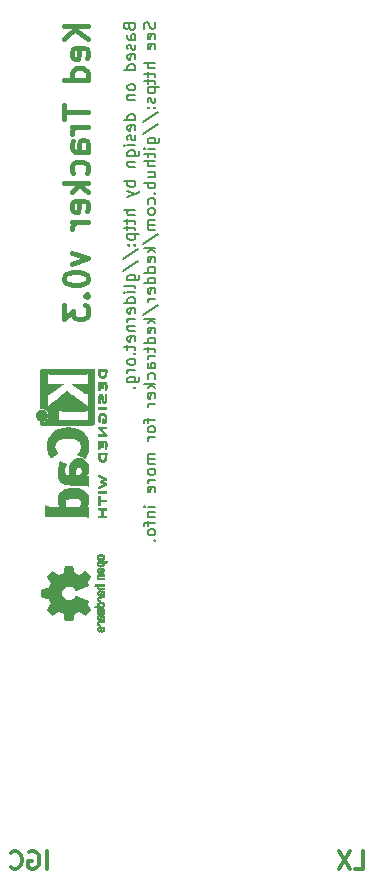
<source format=gbo>
G04 #@! TF.FileFunction,Legend,Bot*
%FSLAX46Y46*%
G04 Gerber Fmt 4.6, Leading zero omitted, Abs format (unit mm)*
G04 Created by KiCad (PCBNEW 4.0.5+dfsg1-4) date Sat Sep 16 12:05:32 2017*
%MOMM*%
%LPD*%
G01*
G04 APERTURE LIST*
%ADD10C,0.100000*%
%ADD11C,0.200000*%
%ADD12C,0.400000*%
%ADD13C,0.300000*%
%ADD14C,0.010000*%
G04 APERTURE END LIST*
D10*
D11*
X150699571Y-78595429D02*
X150747190Y-78738286D01*
X150794810Y-78785905D01*
X150890048Y-78833524D01*
X151032905Y-78833524D01*
X151128143Y-78785905D01*
X151175762Y-78738286D01*
X151223381Y-78643048D01*
X151223381Y-78262095D01*
X150223381Y-78262095D01*
X150223381Y-78595429D01*
X150271000Y-78690667D01*
X150318619Y-78738286D01*
X150413857Y-78785905D01*
X150509095Y-78785905D01*
X150604333Y-78738286D01*
X150651952Y-78690667D01*
X150699571Y-78595429D01*
X150699571Y-78262095D01*
X151223381Y-79690667D02*
X150699571Y-79690667D01*
X150604333Y-79643048D01*
X150556714Y-79547810D01*
X150556714Y-79357333D01*
X150604333Y-79262095D01*
X151175762Y-79690667D02*
X151223381Y-79595429D01*
X151223381Y-79357333D01*
X151175762Y-79262095D01*
X151080524Y-79214476D01*
X150985286Y-79214476D01*
X150890048Y-79262095D01*
X150842429Y-79357333D01*
X150842429Y-79595429D01*
X150794810Y-79690667D01*
X151175762Y-80119238D02*
X151223381Y-80214476D01*
X151223381Y-80404952D01*
X151175762Y-80500191D01*
X151080524Y-80547810D01*
X151032905Y-80547810D01*
X150937667Y-80500191D01*
X150890048Y-80404952D01*
X150890048Y-80262095D01*
X150842429Y-80166857D01*
X150747190Y-80119238D01*
X150699571Y-80119238D01*
X150604333Y-80166857D01*
X150556714Y-80262095D01*
X150556714Y-80404952D01*
X150604333Y-80500191D01*
X151175762Y-81357334D02*
X151223381Y-81262096D01*
X151223381Y-81071619D01*
X151175762Y-80976381D01*
X151080524Y-80928762D01*
X150699571Y-80928762D01*
X150604333Y-80976381D01*
X150556714Y-81071619D01*
X150556714Y-81262096D01*
X150604333Y-81357334D01*
X150699571Y-81404953D01*
X150794810Y-81404953D01*
X150890048Y-80928762D01*
X151223381Y-82262096D02*
X150223381Y-82262096D01*
X151175762Y-82262096D02*
X151223381Y-82166858D01*
X151223381Y-81976381D01*
X151175762Y-81881143D01*
X151128143Y-81833524D01*
X151032905Y-81785905D01*
X150747190Y-81785905D01*
X150651952Y-81833524D01*
X150604333Y-81881143D01*
X150556714Y-81976381D01*
X150556714Y-82166858D01*
X150604333Y-82262096D01*
X151223381Y-83643048D02*
X151175762Y-83547810D01*
X151128143Y-83500191D01*
X151032905Y-83452572D01*
X150747190Y-83452572D01*
X150651952Y-83500191D01*
X150604333Y-83547810D01*
X150556714Y-83643048D01*
X150556714Y-83785906D01*
X150604333Y-83881144D01*
X150651952Y-83928763D01*
X150747190Y-83976382D01*
X151032905Y-83976382D01*
X151128143Y-83928763D01*
X151175762Y-83881144D01*
X151223381Y-83785906D01*
X151223381Y-83643048D01*
X150556714Y-84404953D02*
X151223381Y-84404953D01*
X150651952Y-84404953D02*
X150604333Y-84452572D01*
X150556714Y-84547810D01*
X150556714Y-84690668D01*
X150604333Y-84785906D01*
X150699571Y-84833525D01*
X151223381Y-84833525D01*
X151223381Y-86500192D02*
X150223381Y-86500192D01*
X151175762Y-86500192D02*
X151223381Y-86404954D01*
X151223381Y-86214477D01*
X151175762Y-86119239D01*
X151128143Y-86071620D01*
X151032905Y-86024001D01*
X150747190Y-86024001D01*
X150651952Y-86071620D01*
X150604333Y-86119239D01*
X150556714Y-86214477D01*
X150556714Y-86404954D01*
X150604333Y-86500192D01*
X151175762Y-87357335D02*
X151223381Y-87262097D01*
X151223381Y-87071620D01*
X151175762Y-86976382D01*
X151080524Y-86928763D01*
X150699571Y-86928763D01*
X150604333Y-86976382D01*
X150556714Y-87071620D01*
X150556714Y-87262097D01*
X150604333Y-87357335D01*
X150699571Y-87404954D01*
X150794810Y-87404954D01*
X150890048Y-86928763D01*
X151175762Y-87785906D02*
X151223381Y-87881144D01*
X151223381Y-88071620D01*
X151175762Y-88166859D01*
X151080524Y-88214478D01*
X151032905Y-88214478D01*
X150937667Y-88166859D01*
X150890048Y-88071620D01*
X150890048Y-87928763D01*
X150842429Y-87833525D01*
X150747190Y-87785906D01*
X150699571Y-87785906D01*
X150604333Y-87833525D01*
X150556714Y-87928763D01*
X150556714Y-88071620D01*
X150604333Y-88166859D01*
X151223381Y-88643049D02*
X150556714Y-88643049D01*
X150223381Y-88643049D02*
X150271000Y-88595430D01*
X150318619Y-88643049D01*
X150271000Y-88690668D01*
X150223381Y-88643049D01*
X150318619Y-88643049D01*
X150556714Y-89547811D02*
X151366238Y-89547811D01*
X151461476Y-89500192D01*
X151509095Y-89452573D01*
X151556714Y-89357334D01*
X151556714Y-89214477D01*
X151509095Y-89119239D01*
X151175762Y-89547811D02*
X151223381Y-89452573D01*
X151223381Y-89262096D01*
X151175762Y-89166858D01*
X151128143Y-89119239D01*
X151032905Y-89071620D01*
X150747190Y-89071620D01*
X150651952Y-89119239D01*
X150604333Y-89166858D01*
X150556714Y-89262096D01*
X150556714Y-89452573D01*
X150604333Y-89547811D01*
X150556714Y-90024001D02*
X151223381Y-90024001D01*
X150651952Y-90024001D02*
X150604333Y-90071620D01*
X150556714Y-90166858D01*
X150556714Y-90309716D01*
X150604333Y-90404954D01*
X150699571Y-90452573D01*
X151223381Y-90452573D01*
X151223381Y-91690668D02*
X150223381Y-91690668D01*
X150604333Y-91690668D02*
X150556714Y-91785906D01*
X150556714Y-91976383D01*
X150604333Y-92071621D01*
X150651952Y-92119240D01*
X150747190Y-92166859D01*
X151032905Y-92166859D01*
X151128143Y-92119240D01*
X151175762Y-92071621D01*
X151223381Y-91976383D01*
X151223381Y-91785906D01*
X151175762Y-91690668D01*
X150556714Y-92500192D02*
X151223381Y-92738287D01*
X150556714Y-92976383D02*
X151223381Y-92738287D01*
X151461476Y-92643049D01*
X151509095Y-92595430D01*
X151556714Y-92500192D01*
X151223381Y-94119240D02*
X150223381Y-94119240D01*
X151223381Y-94547812D02*
X150699571Y-94547812D01*
X150604333Y-94500193D01*
X150556714Y-94404955D01*
X150556714Y-94262097D01*
X150604333Y-94166859D01*
X150651952Y-94119240D01*
X150556714Y-94881145D02*
X150556714Y-95262097D01*
X150223381Y-95024002D02*
X151080524Y-95024002D01*
X151175762Y-95071621D01*
X151223381Y-95166859D01*
X151223381Y-95262097D01*
X150556714Y-95452574D02*
X150556714Y-95833526D01*
X150223381Y-95595431D02*
X151080524Y-95595431D01*
X151175762Y-95643050D01*
X151223381Y-95738288D01*
X151223381Y-95833526D01*
X150556714Y-96166860D02*
X151556714Y-96166860D01*
X150604333Y-96166860D02*
X150556714Y-96262098D01*
X150556714Y-96452575D01*
X150604333Y-96547813D01*
X150651952Y-96595432D01*
X150747190Y-96643051D01*
X151032905Y-96643051D01*
X151128143Y-96595432D01*
X151175762Y-96547813D01*
X151223381Y-96452575D01*
X151223381Y-96262098D01*
X151175762Y-96166860D01*
X151128143Y-97071622D02*
X151175762Y-97119241D01*
X151223381Y-97071622D01*
X151175762Y-97024003D01*
X151128143Y-97071622D01*
X151223381Y-97071622D01*
X150604333Y-97071622D02*
X150651952Y-97119241D01*
X150699571Y-97071622D01*
X150651952Y-97024003D01*
X150604333Y-97071622D01*
X150699571Y-97071622D01*
X150175762Y-98262098D02*
X151461476Y-97404955D01*
X150175762Y-99309717D02*
X151461476Y-98452574D01*
X150556714Y-100071622D02*
X151366238Y-100071622D01*
X151461476Y-100024003D01*
X151509095Y-99976384D01*
X151556714Y-99881145D01*
X151556714Y-99738288D01*
X151509095Y-99643050D01*
X151175762Y-100071622D02*
X151223381Y-99976384D01*
X151223381Y-99785907D01*
X151175762Y-99690669D01*
X151128143Y-99643050D01*
X151032905Y-99595431D01*
X150747190Y-99595431D01*
X150651952Y-99643050D01*
X150604333Y-99690669D01*
X150556714Y-99785907D01*
X150556714Y-99976384D01*
X150604333Y-100071622D01*
X151223381Y-100690669D02*
X151175762Y-100595431D01*
X151080524Y-100547812D01*
X150223381Y-100547812D01*
X151223381Y-101071622D02*
X150556714Y-101071622D01*
X150223381Y-101071622D02*
X150271000Y-101024003D01*
X150318619Y-101071622D01*
X150271000Y-101119241D01*
X150223381Y-101071622D01*
X150318619Y-101071622D01*
X151223381Y-101976384D02*
X150223381Y-101976384D01*
X151175762Y-101976384D02*
X151223381Y-101881146D01*
X151223381Y-101690669D01*
X151175762Y-101595431D01*
X151128143Y-101547812D01*
X151032905Y-101500193D01*
X150747190Y-101500193D01*
X150651952Y-101547812D01*
X150604333Y-101595431D01*
X150556714Y-101690669D01*
X150556714Y-101881146D01*
X150604333Y-101976384D01*
X151175762Y-102833527D02*
X151223381Y-102738289D01*
X151223381Y-102547812D01*
X151175762Y-102452574D01*
X151080524Y-102404955D01*
X150699571Y-102404955D01*
X150604333Y-102452574D01*
X150556714Y-102547812D01*
X150556714Y-102738289D01*
X150604333Y-102833527D01*
X150699571Y-102881146D01*
X150794810Y-102881146D01*
X150890048Y-102404955D01*
X151223381Y-103309717D02*
X150556714Y-103309717D01*
X150747190Y-103309717D02*
X150651952Y-103357336D01*
X150604333Y-103404955D01*
X150556714Y-103500193D01*
X150556714Y-103595432D01*
X150556714Y-103928765D02*
X151223381Y-103928765D01*
X150651952Y-103928765D02*
X150604333Y-103976384D01*
X150556714Y-104071622D01*
X150556714Y-104214480D01*
X150604333Y-104309718D01*
X150699571Y-104357337D01*
X151223381Y-104357337D01*
X151175762Y-105214480D02*
X151223381Y-105119242D01*
X151223381Y-104928765D01*
X151175762Y-104833527D01*
X151080524Y-104785908D01*
X150699571Y-104785908D01*
X150604333Y-104833527D01*
X150556714Y-104928765D01*
X150556714Y-105119242D01*
X150604333Y-105214480D01*
X150699571Y-105262099D01*
X150794810Y-105262099D01*
X150890048Y-104785908D01*
X150556714Y-105547813D02*
X150556714Y-105928765D01*
X150223381Y-105690670D02*
X151080524Y-105690670D01*
X151175762Y-105738289D01*
X151223381Y-105833527D01*
X151223381Y-105928765D01*
X151128143Y-106262099D02*
X151175762Y-106309718D01*
X151223381Y-106262099D01*
X151175762Y-106214480D01*
X151128143Y-106262099D01*
X151223381Y-106262099D01*
X151223381Y-106881146D02*
X151175762Y-106785908D01*
X151128143Y-106738289D01*
X151032905Y-106690670D01*
X150747190Y-106690670D01*
X150651952Y-106738289D01*
X150604333Y-106785908D01*
X150556714Y-106881146D01*
X150556714Y-107024004D01*
X150604333Y-107119242D01*
X150651952Y-107166861D01*
X150747190Y-107214480D01*
X151032905Y-107214480D01*
X151128143Y-107166861D01*
X151175762Y-107119242D01*
X151223381Y-107024004D01*
X151223381Y-106881146D01*
X151223381Y-107643051D02*
X150556714Y-107643051D01*
X150747190Y-107643051D02*
X150651952Y-107690670D01*
X150604333Y-107738289D01*
X150556714Y-107833527D01*
X150556714Y-107928766D01*
X150556714Y-108690671D02*
X151366238Y-108690671D01*
X151461476Y-108643052D01*
X151509095Y-108595433D01*
X151556714Y-108500194D01*
X151556714Y-108357337D01*
X151509095Y-108262099D01*
X151175762Y-108690671D02*
X151223381Y-108595433D01*
X151223381Y-108404956D01*
X151175762Y-108309718D01*
X151128143Y-108262099D01*
X151032905Y-108214480D01*
X150747190Y-108214480D01*
X150651952Y-108262099D01*
X150604333Y-108309718D01*
X150556714Y-108404956D01*
X150556714Y-108595433D01*
X150604333Y-108690671D01*
X151128143Y-109166861D02*
X151175762Y-109214480D01*
X151223381Y-109166861D01*
X151175762Y-109119242D01*
X151128143Y-109166861D01*
X151223381Y-109166861D01*
X152875762Y-78214476D02*
X152923381Y-78357333D01*
X152923381Y-78595429D01*
X152875762Y-78690667D01*
X152828143Y-78738286D01*
X152732905Y-78785905D01*
X152637667Y-78785905D01*
X152542429Y-78738286D01*
X152494810Y-78690667D01*
X152447190Y-78595429D01*
X152399571Y-78404952D01*
X152351952Y-78309714D01*
X152304333Y-78262095D01*
X152209095Y-78214476D01*
X152113857Y-78214476D01*
X152018619Y-78262095D01*
X151971000Y-78309714D01*
X151923381Y-78404952D01*
X151923381Y-78643048D01*
X151971000Y-78785905D01*
X152875762Y-79595429D02*
X152923381Y-79500191D01*
X152923381Y-79309714D01*
X152875762Y-79214476D01*
X152780524Y-79166857D01*
X152399571Y-79166857D01*
X152304333Y-79214476D01*
X152256714Y-79309714D01*
X152256714Y-79500191D01*
X152304333Y-79595429D01*
X152399571Y-79643048D01*
X152494810Y-79643048D01*
X152590048Y-79166857D01*
X152875762Y-80452572D02*
X152923381Y-80357334D01*
X152923381Y-80166857D01*
X152875762Y-80071619D01*
X152780524Y-80024000D01*
X152399571Y-80024000D01*
X152304333Y-80071619D01*
X152256714Y-80166857D01*
X152256714Y-80357334D01*
X152304333Y-80452572D01*
X152399571Y-80500191D01*
X152494810Y-80500191D01*
X152590048Y-80024000D01*
X152923381Y-81690667D02*
X151923381Y-81690667D01*
X152923381Y-82119239D02*
X152399571Y-82119239D01*
X152304333Y-82071620D01*
X152256714Y-81976382D01*
X152256714Y-81833524D01*
X152304333Y-81738286D01*
X152351952Y-81690667D01*
X152256714Y-82452572D02*
X152256714Y-82833524D01*
X151923381Y-82595429D02*
X152780524Y-82595429D01*
X152875762Y-82643048D01*
X152923381Y-82738286D01*
X152923381Y-82833524D01*
X152256714Y-83024001D02*
X152256714Y-83404953D01*
X151923381Y-83166858D02*
X152780524Y-83166858D01*
X152875762Y-83214477D01*
X152923381Y-83309715D01*
X152923381Y-83404953D01*
X152256714Y-83738287D02*
X153256714Y-83738287D01*
X152304333Y-83738287D02*
X152256714Y-83833525D01*
X152256714Y-84024002D01*
X152304333Y-84119240D01*
X152351952Y-84166859D01*
X152447190Y-84214478D01*
X152732905Y-84214478D01*
X152828143Y-84166859D01*
X152875762Y-84119240D01*
X152923381Y-84024002D01*
X152923381Y-83833525D01*
X152875762Y-83738287D01*
X152875762Y-84595430D02*
X152923381Y-84690668D01*
X152923381Y-84881144D01*
X152875762Y-84976383D01*
X152780524Y-85024002D01*
X152732905Y-85024002D01*
X152637667Y-84976383D01*
X152590048Y-84881144D01*
X152590048Y-84738287D01*
X152542429Y-84643049D01*
X152447190Y-84595430D01*
X152399571Y-84595430D01*
X152304333Y-84643049D01*
X152256714Y-84738287D01*
X152256714Y-84881144D01*
X152304333Y-84976383D01*
X152828143Y-85452573D02*
X152875762Y-85500192D01*
X152923381Y-85452573D01*
X152875762Y-85404954D01*
X152828143Y-85452573D01*
X152923381Y-85452573D01*
X152304333Y-85452573D02*
X152351952Y-85500192D01*
X152399571Y-85452573D01*
X152351952Y-85404954D01*
X152304333Y-85452573D01*
X152399571Y-85452573D01*
X151875762Y-86643049D02*
X153161476Y-85785906D01*
X151875762Y-87690668D02*
X153161476Y-86833525D01*
X152256714Y-88452573D02*
X153066238Y-88452573D01*
X153161476Y-88404954D01*
X153209095Y-88357335D01*
X153256714Y-88262096D01*
X153256714Y-88119239D01*
X153209095Y-88024001D01*
X152875762Y-88452573D02*
X152923381Y-88357335D01*
X152923381Y-88166858D01*
X152875762Y-88071620D01*
X152828143Y-88024001D01*
X152732905Y-87976382D01*
X152447190Y-87976382D01*
X152351952Y-88024001D01*
X152304333Y-88071620D01*
X152256714Y-88166858D01*
X152256714Y-88357335D01*
X152304333Y-88452573D01*
X152923381Y-88928763D02*
X152256714Y-88928763D01*
X151923381Y-88928763D02*
X151971000Y-88881144D01*
X152018619Y-88928763D01*
X151971000Y-88976382D01*
X151923381Y-88928763D01*
X152018619Y-88928763D01*
X152256714Y-89262096D02*
X152256714Y-89643048D01*
X151923381Y-89404953D02*
X152780524Y-89404953D01*
X152875762Y-89452572D01*
X152923381Y-89547810D01*
X152923381Y-89643048D01*
X152923381Y-89976382D02*
X151923381Y-89976382D01*
X152923381Y-90404954D02*
X152399571Y-90404954D01*
X152304333Y-90357335D01*
X152256714Y-90262097D01*
X152256714Y-90119239D01*
X152304333Y-90024001D01*
X152351952Y-89976382D01*
X152256714Y-91309716D02*
X152923381Y-91309716D01*
X152256714Y-90881144D02*
X152780524Y-90881144D01*
X152875762Y-90928763D01*
X152923381Y-91024001D01*
X152923381Y-91166859D01*
X152875762Y-91262097D01*
X152828143Y-91309716D01*
X152923381Y-91785906D02*
X151923381Y-91785906D01*
X152304333Y-91785906D02*
X152256714Y-91881144D01*
X152256714Y-92071621D01*
X152304333Y-92166859D01*
X152351952Y-92214478D01*
X152447190Y-92262097D01*
X152732905Y-92262097D01*
X152828143Y-92214478D01*
X152875762Y-92166859D01*
X152923381Y-92071621D01*
X152923381Y-91881144D01*
X152875762Y-91785906D01*
X152828143Y-92690668D02*
X152875762Y-92738287D01*
X152923381Y-92690668D01*
X152875762Y-92643049D01*
X152828143Y-92690668D01*
X152923381Y-92690668D01*
X152875762Y-93595430D02*
X152923381Y-93500192D01*
X152923381Y-93309715D01*
X152875762Y-93214477D01*
X152828143Y-93166858D01*
X152732905Y-93119239D01*
X152447190Y-93119239D01*
X152351952Y-93166858D01*
X152304333Y-93214477D01*
X152256714Y-93309715D01*
X152256714Y-93500192D01*
X152304333Y-93595430D01*
X152923381Y-94166858D02*
X152875762Y-94071620D01*
X152828143Y-94024001D01*
X152732905Y-93976382D01*
X152447190Y-93976382D01*
X152351952Y-94024001D01*
X152304333Y-94071620D01*
X152256714Y-94166858D01*
X152256714Y-94309716D01*
X152304333Y-94404954D01*
X152351952Y-94452573D01*
X152447190Y-94500192D01*
X152732905Y-94500192D01*
X152828143Y-94452573D01*
X152875762Y-94404954D01*
X152923381Y-94309716D01*
X152923381Y-94166858D01*
X152923381Y-94928763D02*
X152256714Y-94928763D01*
X152351952Y-94928763D02*
X152304333Y-94976382D01*
X152256714Y-95071620D01*
X152256714Y-95214478D01*
X152304333Y-95309716D01*
X152399571Y-95357335D01*
X152923381Y-95357335D01*
X152399571Y-95357335D02*
X152304333Y-95404954D01*
X152256714Y-95500192D01*
X152256714Y-95643049D01*
X152304333Y-95738287D01*
X152399571Y-95785906D01*
X152923381Y-95785906D01*
X151875762Y-96976382D02*
X153161476Y-96119239D01*
X152923381Y-97309715D02*
X151923381Y-97309715D01*
X152542429Y-97404953D02*
X152923381Y-97690668D01*
X152256714Y-97690668D02*
X152637667Y-97309715D01*
X152875762Y-98500192D02*
X152923381Y-98404954D01*
X152923381Y-98214477D01*
X152875762Y-98119239D01*
X152780524Y-98071620D01*
X152399571Y-98071620D01*
X152304333Y-98119239D01*
X152256714Y-98214477D01*
X152256714Y-98404954D01*
X152304333Y-98500192D01*
X152399571Y-98547811D01*
X152494810Y-98547811D01*
X152590048Y-98071620D01*
X152923381Y-99404954D02*
X151923381Y-99404954D01*
X152875762Y-99404954D02*
X152923381Y-99309716D01*
X152923381Y-99119239D01*
X152875762Y-99024001D01*
X152828143Y-98976382D01*
X152732905Y-98928763D01*
X152447190Y-98928763D01*
X152351952Y-98976382D01*
X152304333Y-99024001D01*
X152256714Y-99119239D01*
X152256714Y-99309716D01*
X152304333Y-99404954D01*
X152923381Y-100309716D02*
X151923381Y-100309716D01*
X152875762Y-100309716D02*
X152923381Y-100214478D01*
X152923381Y-100024001D01*
X152875762Y-99928763D01*
X152828143Y-99881144D01*
X152732905Y-99833525D01*
X152447190Y-99833525D01*
X152351952Y-99881144D01*
X152304333Y-99928763D01*
X152256714Y-100024001D01*
X152256714Y-100214478D01*
X152304333Y-100309716D01*
X152875762Y-101166859D02*
X152923381Y-101071621D01*
X152923381Y-100881144D01*
X152875762Y-100785906D01*
X152780524Y-100738287D01*
X152399571Y-100738287D01*
X152304333Y-100785906D01*
X152256714Y-100881144D01*
X152256714Y-101071621D01*
X152304333Y-101166859D01*
X152399571Y-101214478D01*
X152494810Y-101214478D01*
X152590048Y-100738287D01*
X152923381Y-101643049D02*
X152256714Y-101643049D01*
X152447190Y-101643049D02*
X152351952Y-101690668D01*
X152304333Y-101738287D01*
X152256714Y-101833525D01*
X152256714Y-101928764D01*
X151875762Y-102976383D02*
X153161476Y-102119240D01*
X152923381Y-103309716D02*
X151923381Y-103309716D01*
X152542429Y-103404954D02*
X152923381Y-103690669D01*
X152256714Y-103690669D02*
X152637667Y-103309716D01*
X152875762Y-104500193D02*
X152923381Y-104404955D01*
X152923381Y-104214478D01*
X152875762Y-104119240D01*
X152780524Y-104071621D01*
X152399571Y-104071621D01*
X152304333Y-104119240D01*
X152256714Y-104214478D01*
X152256714Y-104404955D01*
X152304333Y-104500193D01*
X152399571Y-104547812D01*
X152494810Y-104547812D01*
X152590048Y-104071621D01*
X152923381Y-105404955D02*
X151923381Y-105404955D01*
X152875762Y-105404955D02*
X152923381Y-105309717D01*
X152923381Y-105119240D01*
X152875762Y-105024002D01*
X152828143Y-104976383D01*
X152732905Y-104928764D01*
X152447190Y-104928764D01*
X152351952Y-104976383D01*
X152304333Y-105024002D01*
X152256714Y-105119240D01*
X152256714Y-105309717D01*
X152304333Y-105404955D01*
X152256714Y-105738288D02*
X152256714Y-106119240D01*
X151923381Y-105881145D02*
X152780524Y-105881145D01*
X152875762Y-105928764D01*
X152923381Y-106024002D01*
X152923381Y-106119240D01*
X152923381Y-106452574D02*
X152256714Y-106452574D01*
X152447190Y-106452574D02*
X152351952Y-106500193D01*
X152304333Y-106547812D01*
X152256714Y-106643050D01*
X152256714Y-106738289D01*
X152923381Y-107500194D02*
X152399571Y-107500194D01*
X152304333Y-107452575D01*
X152256714Y-107357337D01*
X152256714Y-107166860D01*
X152304333Y-107071622D01*
X152875762Y-107500194D02*
X152923381Y-107404956D01*
X152923381Y-107166860D01*
X152875762Y-107071622D01*
X152780524Y-107024003D01*
X152685286Y-107024003D01*
X152590048Y-107071622D01*
X152542429Y-107166860D01*
X152542429Y-107404956D01*
X152494810Y-107500194D01*
X152875762Y-108404956D02*
X152923381Y-108309718D01*
X152923381Y-108119241D01*
X152875762Y-108024003D01*
X152828143Y-107976384D01*
X152732905Y-107928765D01*
X152447190Y-107928765D01*
X152351952Y-107976384D01*
X152304333Y-108024003D01*
X152256714Y-108119241D01*
X152256714Y-108309718D01*
X152304333Y-108404956D01*
X152923381Y-108833527D02*
X151923381Y-108833527D01*
X152542429Y-108928765D02*
X152923381Y-109214480D01*
X152256714Y-109214480D02*
X152637667Y-108833527D01*
X152875762Y-110024004D02*
X152923381Y-109928766D01*
X152923381Y-109738289D01*
X152875762Y-109643051D01*
X152780524Y-109595432D01*
X152399571Y-109595432D01*
X152304333Y-109643051D01*
X152256714Y-109738289D01*
X152256714Y-109928766D01*
X152304333Y-110024004D01*
X152399571Y-110071623D01*
X152494810Y-110071623D01*
X152590048Y-109595432D01*
X152923381Y-110500194D02*
X152256714Y-110500194D01*
X152447190Y-110500194D02*
X152351952Y-110547813D01*
X152304333Y-110595432D01*
X152256714Y-110690670D01*
X152256714Y-110785909D01*
X152256714Y-111738290D02*
X152256714Y-112119242D01*
X152923381Y-111881147D02*
X152066238Y-111881147D01*
X151971000Y-111928766D01*
X151923381Y-112024004D01*
X151923381Y-112119242D01*
X152923381Y-112595433D02*
X152875762Y-112500195D01*
X152828143Y-112452576D01*
X152732905Y-112404957D01*
X152447190Y-112404957D01*
X152351952Y-112452576D01*
X152304333Y-112500195D01*
X152256714Y-112595433D01*
X152256714Y-112738291D01*
X152304333Y-112833529D01*
X152351952Y-112881148D01*
X152447190Y-112928767D01*
X152732905Y-112928767D01*
X152828143Y-112881148D01*
X152875762Y-112833529D01*
X152923381Y-112738291D01*
X152923381Y-112595433D01*
X152923381Y-113357338D02*
X152256714Y-113357338D01*
X152447190Y-113357338D02*
X152351952Y-113404957D01*
X152304333Y-113452576D01*
X152256714Y-113547814D01*
X152256714Y-113643053D01*
X152923381Y-114738291D02*
X152256714Y-114738291D01*
X152351952Y-114738291D02*
X152304333Y-114785910D01*
X152256714Y-114881148D01*
X152256714Y-115024006D01*
X152304333Y-115119244D01*
X152399571Y-115166863D01*
X152923381Y-115166863D01*
X152399571Y-115166863D02*
X152304333Y-115214482D01*
X152256714Y-115309720D01*
X152256714Y-115452577D01*
X152304333Y-115547815D01*
X152399571Y-115595434D01*
X152923381Y-115595434D01*
X152923381Y-116214481D02*
X152875762Y-116119243D01*
X152828143Y-116071624D01*
X152732905Y-116024005D01*
X152447190Y-116024005D01*
X152351952Y-116071624D01*
X152304333Y-116119243D01*
X152256714Y-116214481D01*
X152256714Y-116357339D01*
X152304333Y-116452577D01*
X152351952Y-116500196D01*
X152447190Y-116547815D01*
X152732905Y-116547815D01*
X152828143Y-116500196D01*
X152875762Y-116452577D01*
X152923381Y-116357339D01*
X152923381Y-116214481D01*
X152923381Y-116976386D02*
X152256714Y-116976386D01*
X152447190Y-116976386D02*
X152351952Y-117024005D01*
X152304333Y-117071624D01*
X152256714Y-117166862D01*
X152256714Y-117262101D01*
X152875762Y-117976387D02*
X152923381Y-117881149D01*
X152923381Y-117690672D01*
X152875762Y-117595434D01*
X152780524Y-117547815D01*
X152399571Y-117547815D01*
X152304333Y-117595434D01*
X152256714Y-117690672D01*
X152256714Y-117881149D01*
X152304333Y-117976387D01*
X152399571Y-118024006D01*
X152494810Y-118024006D01*
X152590048Y-117547815D01*
X152923381Y-119214482D02*
X152256714Y-119214482D01*
X151923381Y-119214482D02*
X151971000Y-119166863D01*
X152018619Y-119214482D01*
X151971000Y-119262101D01*
X151923381Y-119214482D01*
X152018619Y-119214482D01*
X152256714Y-119690672D02*
X152923381Y-119690672D01*
X152351952Y-119690672D02*
X152304333Y-119738291D01*
X152256714Y-119833529D01*
X152256714Y-119976387D01*
X152304333Y-120071625D01*
X152399571Y-120119244D01*
X152923381Y-120119244D01*
X152256714Y-120452577D02*
X152256714Y-120833529D01*
X152923381Y-120595434D02*
X152066238Y-120595434D01*
X151971000Y-120643053D01*
X151923381Y-120738291D01*
X151923381Y-120833529D01*
X152923381Y-121309720D02*
X152875762Y-121214482D01*
X152828143Y-121166863D01*
X152732905Y-121119244D01*
X152447190Y-121119244D01*
X152351952Y-121166863D01*
X152304333Y-121214482D01*
X152256714Y-121309720D01*
X152256714Y-121452578D01*
X152304333Y-121547816D01*
X152351952Y-121595435D01*
X152447190Y-121643054D01*
X152732905Y-121643054D01*
X152828143Y-121595435D01*
X152875762Y-121547816D01*
X152923381Y-121452578D01*
X152923381Y-121309720D01*
X152828143Y-122071625D02*
X152875762Y-122119244D01*
X152923381Y-122071625D01*
X152875762Y-122024006D01*
X152828143Y-122071625D01*
X152923381Y-122071625D01*
D12*
X147191762Y-78500190D02*
X145191762Y-78500190D01*
X147191762Y-79643048D02*
X146048905Y-78785905D01*
X145191762Y-79643048D02*
X146334619Y-78500190D01*
X147096524Y-81262095D02*
X147191762Y-81071619D01*
X147191762Y-80690667D01*
X147096524Y-80500190D01*
X146906048Y-80404952D01*
X146144143Y-80404952D01*
X145953667Y-80500190D01*
X145858429Y-80690667D01*
X145858429Y-81071619D01*
X145953667Y-81262095D01*
X146144143Y-81357333D01*
X146334619Y-81357333D01*
X146525095Y-80404952D01*
X147191762Y-83071619D02*
X145191762Y-83071619D01*
X147096524Y-83071619D02*
X147191762Y-82881143D01*
X147191762Y-82500191D01*
X147096524Y-82309715D01*
X147001286Y-82214476D01*
X146810810Y-82119238D01*
X146239381Y-82119238D01*
X146048905Y-82214476D01*
X145953667Y-82309715D01*
X145858429Y-82500191D01*
X145858429Y-82881143D01*
X145953667Y-83071619D01*
X145191762Y-85262096D02*
X145191762Y-86404953D01*
X147191762Y-85833525D02*
X145191762Y-85833525D01*
X147191762Y-87071620D02*
X145858429Y-87071620D01*
X146239381Y-87071620D02*
X146048905Y-87166859D01*
X145953667Y-87262097D01*
X145858429Y-87452573D01*
X145858429Y-87643049D01*
X147191762Y-89166858D02*
X146144143Y-89166858D01*
X145953667Y-89071620D01*
X145858429Y-88881144D01*
X145858429Y-88500192D01*
X145953667Y-88309715D01*
X147096524Y-89166858D02*
X147191762Y-88976382D01*
X147191762Y-88500192D01*
X147096524Y-88309715D01*
X146906048Y-88214477D01*
X146715571Y-88214477D01*
X146525095Y-88309715D01*
X146429857Y-88500192D01*
X146429857Y-88976382D01*
X146334619Y-89166858D01*
X147096524Y-90976382D02*
X147191762Y-90785906D01*
X147191762Y-90404954D01*
X147096524Y-90214478D01*
X147001286Y-90119239D01*
X146810810Y-90024001D01*
X146239381Y-90024001D01*
X146048905Y-90119239D01*
X145953667Y-90214478D01*
X145858429Y-90404954D01*
X145858429Y-90785906D01*
X145953667Y-90976382D01*
X147191762Y-91833525D02*
X145191762Y-91833525D01*
X146429857Y-92024002D02*
X147191762Y-92595430D01*
X145858429Y-92595430D02*
X146620333Y-91833525D01*
X147096524Y-94214478D02*
X147191762Y-94024002D01*
X147191762Y-93643050D01*
X147096524Y-93452573D01*
X146906048Y-93357335D01*
X146144143Y-93357335D01*
X145953667Y-93452573D01*
X145858429Y-93643050D01*
X145858429Y-94024002D01*
X145953667Y-94214478D01*
X146144143Y-94309716D01*
X146334619Y-94309716D01*
X146525095Y-93357335D01*
X147191762Y-95166859D02*
X145858429Y-95166859D01*
X146239381Y-95166859D02*
X146048905Y-95262098D01*
X145953667Y-95357336D01*
X145858429Y-95547812D01*
X145858429Y-95738288D01*
X145858429Y-97738288D02*
X147191762Y-98214479D01*
X145858429Y-98690669D01*
X145191762Y-99833527D02*
X145191762Y-100024003D01*
X145287000Y-100214479D01*
X145382238Y-100309717D01*
X145572714Y-100404955D01*
X145953667Y-100500194D01*
X146429857Y-100500194D01*
X146810810Y-100404955D01*
X147001286Y-100309717D01*
X147096524Y-100214479D01*
X147191762Y-100024003D01*
X147191762Y-99833527D01*
X147096524Y-99643051D01*
X147001286Y-99547813D01*
X146810810Y-99452574D01*
X146429857Y-99357336D01*
X145953667Y-99357336D01*
X145572714Y-99452574D01*
X145382238Y-99547813D01*
X145287000Y-99643051D01*
X145191762Y-99833527D01*
X147001286Y-101357336D02*
X147096524Y-101452575D01*
X147191762Y-101357336D01*
X147096524Y-101262098D01*
X147001286Y-101357336D01*
X147191762Y-101357336D01*
X145191762Y-102119241D02*
X145191762Y-103357337D01*
X145953667Y-102690670D01*
X145953667Y-102976384D01*
X146048905Y-103166860D01*
X146144143Y-103262098D01*
X146334619Y-103357337D01*
X146810810Y-103357337D01*
X147001286Y-103262098D01*
X147096524Y-103166860D01*
X147191762Y-102976384D01*
X147191762Y-102404956D01*
X147096524Y-102214479D01*
X147001286Y-102119241D01*
D13*
X169794999Y-149903571D02*
X170509285Y-149903571D01*
X170509285Y-148403571D01*
X169437856Y-148403571D02*
X168437856Y-149903571D01*
X168437856Y-148403571D02*
X169437856Y-149903571D01*
X143740000Y-149903571D02*
X143740000Y-148403571D01*
X142240000Y-148475000D02*
X142382857Y-148403571D01*
X142597143Y-148403571D01*
X142811428Y-148475000D01*
X142954286Y-148617857D01*
X143025714Y-148760714D01*
X143097143Y-149046429D01*
X143097143Y-149260714D01*
X143025714Y-149546429D01*
X142954286Y-149689286D01*
X142811428Y-149832143D01*
X142597143Y-149903571D01*
X142454286Y-149903571D01*
X142240000Y-149832143D01*
X142168571Y-149760714D01*
X142168571Y-149260714D01*
X142454286Y-149260714D01*
X140668571Y-149760714D02*
X140740000Y-149832143D01*
X140954286Y-149903571D01*
X141097143Y-149903571D01*
X141311428Y-149832143D01*
X141454286Y-149689286D01*
X141525714Y-149546429D01*
X141597143Y-149260714D01*
X141597143Y-149046429D01*
X141525714Y-148760714D01*
X141454286Y-148617857D01*
X141311428Y-148475000D01*
X141097143Y-148403571D01*
X140954286Y-148403571D01*
X140740000Y-148475000D01*
X140668571Y-148546429D01*
D14*
G36*
X147952918Y-124137744D02*
X147980568Y-124193201D01*
X148031480Y-124242148D01*
X148050338Y-124255629D01*
X148075015Y-124270314D01*
X148101816Y-124279842D01*
X148137587Y-124285293D01*
X148189169Y-124287747D01*
X148257267Y-124288286D01*
X148350588Y-124285852D01*
X148420657Y-124277394D01*
X148472931Y-124261174D01*
X148512869Y-124235454D01*
X148545929Y-124198497D01*
X148547886Y-124195782D01*
X148567908Y-124159360D01*
X148577815Y-124115502D01*
X148580257Y-124059724D01*
X148580257Y-123969048D01*
X148668283Y-123969010D01*
X148717308Y-123968166D01*
X148746065Y-123963024D01*
X148763311Y-123949587D01*
X148777808Y-123923858D01*
X148780769Y-123917679D01*
X148794648Y-123888764D01*
X148803414Y-123866376D01*
X148804171Y-123849729D01*
X148794023Y-123838036D01*
X148770073Y-123830510D01*
X148729426Y-123826366D01*
X148669186Y-123824815D01*
X148586455Y-123825071D01*
X148478339Y-123826349D01*
X148446000Y-123826748D01*
X148334524Y-123828185D01*
X148261603Y-123829472D01*
X148261603Y-123968971D01*
X148323499Y-123969755D01*
X148363997Y-123973240D01*
X148390708Y-123981124D01*
X148411244Y-123995105D01*
X148421260Y-124004597D01*
X148450567Y-124043404D01*
X148452952Y-124077763D01*
X148428750Y-124113216D01*
X148427857Y-124114114D01*
X148409153Y-124128539D01*
X148383732Y-124137313D01*
X148344584Y-124141739D01*
X148284697Y-124143118D01*
X148271430Y-124143143D01*
X148188901Y-124139812D01*
X148131691Y-124128969D01*
X148096766Y-124109340D01*
X148081094Y-124079650D01*
X148079514Y-124062491D01*
X148086926Y-124021766D01*
X148111330Y-123993832D01*
X148155980Y-123977017D01*
X148224130Y-123969650D01*
X148261603Y-123968971D01*
X148261603Y-123829472D01*
X148248245Y-123829708D01*
X148183333Y-123831677D01*
X148135958Y-123834450D01*
X148102290Y-123838388D01*
X148078498Y-123843849D01*
X148060753Y-123851192D01*
X148045224Y-123860777D01*
X148039381Y-123864887D01*
X147984185Y-123919405D01*
X147952890Y-123988336D01*
X147944165Y-124068072D01*
X147952918Y-124137744D01*
X147952918Y-124137744D01*
G37*
X147952918Y-124137744D02*
X147980568Y-124193201D01*
X148031480Y-124242148D01*
X148050338Y-124255629D01*
X148075015Y-124270314D01*
X148101816Y-124279842D01*
X148137587Y-124285293D01*
X148189169Y-124287747D01*
X148257267Y-124288286D01*
X148350588Y-124285852D01*
X148420657Y-124277394D01*
X148472931Y-124261174D01*
X148512869Y-124235454D01*
X148545929Y-124198497D01*
X148547886Y-124195782D01*
X148567908Y-124159360D01*
X148577815Y-124115502D01*
X148580257Y-124059724D01*
X148580257Y-123969048D01*
X148668283Y-123969010D01*
X148717308Y-123968166D01*
X148746065Y-123963024D01*
X148763311Y-123949587D01*
X148777808Y-123923858D01*
X148780769Y-123917679D01*
X148794648Y-123888764D01*
X148803414Y-123866376D01*
X148804171Y-123849729D01*
X148794023Y-123838036D01*
X148770073Y-123830510D01*
X148729426Y-123826366D01*
X148669186Y-123824815D01*
X148586455Y-123825071D01*
X148478339Y-123826349D01*
X148446000Y-123826748D01*
X148334524Y-123828185D01*
X148261603Y-123829472D01*
X148261603Y-123968971D01*
X148323499Y-123969755D01*
X148363997Y-123973240D01*
X148390708Y-123981124D01*
X148411244Y-123995105D01*
X148421260Y-124004597D01*
X148450567Y-124043404D01*
X148452952Y-124077763D01*
X148428750Y-124113216D01*
X148427857Y-124114114D01*
X148409153Y-124128539D01*
X148383732Y-124137313D01*
X148344584Y-124141739D01*
X148284697Y-124143118D01*
X148271430Y-124143143D01*
X148188901Y-124139812D01*
X148131691Y-124128969D01*
X148096766Y-124109340D01*
X148081094Y-124079650D01*
X148079514Y-124062491D01*
X148086926Y-124021766D01*
X148111330Y-123993832D01*
X148155980Y-123977017D01*
X148224130Y-123969650D01*
X148261603Y-123968971D01*
X148261603Y-123829472D01*
X148248245Y-123829708D01*
X148183333Y-123831677D01*
X148135958Y-123834450D01*
X148102290Y-123838388D01*
X148078498Y-123843849D01*
X148060753Y-123851192D01*
X148045224Y-123860777D01*
X148039381Y-123864887D01*
X147984185Y-123919405D01*
X147952890Y-123988336D01*
X147944165Y-124068072D01*
X147952918Y-124137744D01*
G36*
X147960780Y-125254093D02*
X147987723Y-125300672D01*
X148014466Y-125333057D01*
X148042484Y-125356742D01*
X148076748Y-125373059D01*
X148122227Y-125383339D01*
X148183892Y-125388914D01*
X148266711Y-125391116D01*
X148326246Y-125391371D01*
X148545391Y-125391371D01*
X148573044Y-125329686D01*
X148600697Y-125268000D01*
X148360670Y-125260743D01*
X148271028Y-125257744D01*
X148205962Y-125254598D01*
X148161026Y-125250701D01*
X148131770Y-125245447D01*
X148113748Y-125238231D01*
X148102511Y-125228450D01*
X148100079Y-125225312D01*
X148081083Y-125177761D01*
X148088600Y-125129697D01*
X148108543Y-125101086D01*
X148122675Y-125089447D01*
X148141220Y-125081391D01*
X148169334Y-125076271D01*
X148212173Y-125073441D01*
X148274895Y-125072256D01*
X148340261Y-125072057D01*
X148422268Y-125072018D01*
X148480316Y-125070614D01*
X148519465Y-125065914D01*
X148544780Y-125055987D01*
X148561323Y-125038903D01*
X148574156Y-125012732D01*
X148587491Y-124977775D01*
X148602007Y-124939596D01*
X148344389Y-124944141D01*
X148251519Y-124945971D01*
X148182889Y-124948112D01*
X148133711Y-124951181D01*
X148099198Y-124955794D01*
X148074562Y-124962568D01*
X148055016Y-124972119D01*
X148037770Y-124983634D01*
X147982680Y-125039190D01*
X147950822Y-125106980D01*
X147943191Y-125180713D01*
X147960780Y-125254093D01*
X147960780Y-125254093D01*
G37*
X147960780Y-125254093D02*
X147987723Y-125300672D01*
X148014466Y-125333057D01*
X148042484Y-125356742D01*
X148076748Y-125373059D01*
X148122227Y-125383339D01*
X148183892Y-125388914D01*
X148266711Y-125391116D01*
X148326246Y-125391371D01*
X148545391Y-125391371D01*
X148573044Y-125329686D01*
X148600697Y-125268000D01*
X148360670Y-125260743D01*
X148271028Y-125257744D01*
X148205962Y-125254598D01*
X148161026Y-125250701D01*
X148131770Y-125245447D01*
X148113748Y-125238231D01*
X148102511Y-125228450D01*
X148100079Y-125225312D01*
X148081083Y-125177761D01*
X148088600Y-125129697D01*
X148108543Y-125101086D01*
X148122675Y-125089447D01*
X148141220Y-125081391D01*
X148169334Y-125076271D01*
X148212173Y-125073441D01*
X148274895Y-125072256D01*
X148340261Y-125072057D01*
X148422268Y-125072018D01*
X148480316Y-125070614D01*
X148519465Y-125065914D01*
X148544780Y-125055987D01*
X148561323Y-125038903D01*
X148574156Y-125012732D01*
X148587491Y-124977775D01*
X148602007Y-124939596D01*
X148344389Y-124944141D01*
X148251519Y-124945971D01*
X148182889Y-124948112D01*
X148133711Y-124951181D01*
X148099198Y-124955794D01*
X148074562Y-124962568D01*
X148055016Y-124972119D01*
X148037770Y-124983634D01*
X147982680Y-125039190D01*
X147950822Y-125106980D01*
X147943191Y-125180713D01*
X147960780Y-125254093D01*
G36*
X147954962Y-123579115D02*
X147990733Y-123647145D01*
X148048301Y-123697351D01*
X148085312Y-123715185D01*
X148140882Y-123729063D01*
X148211096Y-123736167D01*
X148287727Y-123736840D01*
X148362552Y-123731427D01*
X148427342Y-123720270D01*
X148473873Y-123703714D01*
X148481887Y-123698626D01*
X148541707Y-123638355D01*
X148577535Y-123566769D01*
X148588020Y-123489092D01*
X148571810Y-123410548D01*
X148562092Y-123388689D01*
X148532143Y-123346122D01*
X148492433Y-123308763D01*
X148487397Y-123305232D01*
X148463124Y-123290881D01*
X148437178Y-123281394D01*
X148403022Y-123275790D01*
X148354119Y-123273086D01*
X148283935Y-123272299D01*
X148268200Y-123272286D01*
X148263192Y-123272322D01*
X148263192Y-123417429D01*
X148329430Y-123418273D01*
X148373386Y-123421596D01*
X148401779Y-123428583D01*
X148421325Y-123440416D01*
X148427857Y-123446457D01*
X148452680Y-123481186D01*
X148451548Y-123514903D01*
X148430016Y-123548995D01*
X148407029Y-123569329D01*
X148373478Y-123581371D01*
X148320569Y-123588134D01*
X148314399Y-123588598D01*
X148218513Y-123589752D01*
X148147299Y-123577688D01*
X148101194Y-123552570D01*
X148080635Y-123514560D01*
X148079514Y-123500992D01*
X148085152Y-123465364D01*
X148104686Y-123440994D01*
X148142042Y-123426093D01*
X148201150Y-123418875D01*
X148263192Y-123417429D01*
X148263192Y-123272322D01*
X148193413Y-123272826D01*
X148141159Y-123275096D01*
X148104949Y-123280068D01*
X148078299Y-123288713D01*
X148054722Y-123302005D01*
X148050338Y-123304943D01*
X147991249Y-123354313D01*
X147956947Y-123408109D01*
X147943331Y-123473602D01*
X147942665Y-123495842D01*
X147954962Y-123579115D01*
X147954962Y-123579115D01*
G37*
X147954962Y-123579115D02*
X147990733Y-123647145D01*
X148048301Y-123697351D01*
X148085312Y-123715185D01*
X148140882Y-123729063D01*
X148211096Y-123736167D01*
X148287727Y-123736840D01*
X148362552Y-123731427D01*
X148427342Y-123720270D01*
X148473873Y-123703714D01*
X148481887Y-123698626D01*
X148541707Y-123638355D01*
X148577535Y-123566769D01*
X148588020Y-123489092D01*
X148571810Y-123410548D01*
X148562092Y-123388689D01*
X148532143Y-123346122D01*
X148492433Y-123308763D01*
X148487397Y-123305232D01*
X148463124Y-123290881D01*
X148437178Y-123281394D01*
X148403022Y-123275790D01*
X148354119Y-123273086D01*
X148283935Y-123272299D01*
X148268200Y-123272286D01*
X148263192Y-123272322D01*
X148263192Y-123417429D01*
X148329430Y-123418273D01*
X148373386Y-123421596D01*
X148401779Y-123428583D01*
X148421325Y-123440416D01*
X148427857Y-123446457D01*
X148452680Y-123481186D01*
X148451548Y-123514903D01*
X148430016Y-123548995D01*
X148407029Y-123569329D01*
X148373478Y-123581371D01*
X148320569Y-123588134D01*
X148314399Y-123588598D01*
X148218513Y-123589752D01*
X148147299Y-123577688D01*
X148101194Y-123552570D01*
X148080635Y-123514560D01*
X148079514Y-123500992D01*
X148085152Y-123465364D01*
X148104686Y-123440994D01*
X148142042Y-123426093D01*
X148201150Y-123418875D01*
X148263192Y-123417429D01*
X148263192Y-123272322D01*
X148193413Y-123272826D01*
X148141159Y-123275096D01*
X148104949Y-123280068D01*
X148078299Y-123288713D01*
X148054722Y-123302005D01*
X148050338Y-123304943D01*
X147991249Y-123354313D01*
X147956947Y-123408109D01*
X147943331Y-123473602D01*
X147942665Y-123495842D01*
X147954962Y-123579115D01*
G36*
X147964239Y-124706303D02*
X148002735Y-124763527D01*
X148058335Y-124807749D01*
X148129086Y-124834167D01*
X148181162Y-124839510D01*
X148202893Y-124838903D01*
X148219531Y-124833822D01*
X148234437Y-124819855D01*
X148250973Y-124792589D01*
X148272498Y-124747612D01*
X148302374Y-124680511D01*
X148302524Y-124680171D01*
X148330813Y-124618407D01*
X148355933Y-124567759D01*
X148375179Y-124533404D01*
X148385848Y-124520518D01*
X148385934Y-124520514D01*
X148409166Y-124531872D01*
X148434774Y-124558431D01*
X148453221Y-124588923D01*
X148456886Y-124604370D01*
X148444212Y-124646515D01*
X148412471Y-124682808D01*
X148377572Y-124700517D01*
X148351845Y-124717552D01*
X148322546Y-124750922D01*
X148297235Y-124790149D01*
X148283471Y-124824756D01*
X148282714Y-124831993D01*
X148295160Y-124840139D01*
X148326972Y-124840630D01*
X148369866Y-124834643D01*
X148415558Y-124823357D01*
X148455761Y-124807950D01*
X148457322Y-124807171D01*
X148522062Y-124760804D01*
X148566097Y-124700711D01*
X148587711Y-124632465D01*
X148585185Y-124561638D01*
X148556804Y-124493804D01*
X148554808Y-124490788D01*
X148506448Y-124437427D01*
X148443352Y-124402340D01*
X148360387Y-124382922D01*
X148337078Y-124380316D01*
X148227055Y-124375701D01*
X148175748Y-124381233D01*
X148175748Y-124520514D01*
X148207753Y-124522324D01*
X148217093Y-124532222D01*
X148210105Y-124556898D01*
X148193587Y-124595795D01*
X148172881Y-124639275D01*
X148172333Y-124640356D01*
X148152949Y-124677209D01*
X148140013Y-124692000D01*
X148126451Y-124688353D01*
X148108632Y-124672995D01*
X148082845Y-124633923D01*
X148080950Y-124591846D01*
X148099717Y-124554103D01*
X148135915Y-124528034D01*
X148175748Y-124520514D01*
X148175748Y-124381233D01*
X148139027Y-124385194D01*
X148069212Y-124409550D01*
X148020302Y-124443456D01*
X147970878Y-124504653D01*
X147946359Y-124572063D01*
X147944797Y-124640880D01*
X147964239Y-124706303D01*
X147964239Y-124706303D01*
G37*
X147964239Y-124706303D02*
X148002735Y-124763527D01*
X148058335Y-124807749D01*
X148129086Y-124834167D01*
X148181162Y-124839510D01*
X148202893Y-124838903D01*
X148219531Y-124833822D01*
X148234437Y-124819855D01*
X148250973Y-124792589D01*
X148272498Y-124747612D01*
X148302374Y-124680511D01*
X148302524Y-124680171D01*
X148330813Y-124618407D01*
X148355933Y-124567759D01*
X148375179Y-124533404D01*
X148385848Y-124520518D01*
X148385934Y-124520514D01*
X148409166Y-124531872D01*
X148434774Y-124558431D01*
X148453221Y-124588923D01*
X148456886Y-124604370D01*
X148444212Y-124646515D01*
X148412471Y-124682808D01*
X148377572Y-124700517D01*
X148351845Y-124717552D01*
X148322546Y-124750922D01*
X148297235Y-124790149D01*
X148283471Y-124824756D01*
X148282714Y-124831993D01*
X148295160Y-124840139D01*
X148326972Y-124840630D01*
X148369866Y-124834643D01*
X148415558Y-124823357D01*
X148455761Y-124807950D01*
X148457322Y-124807171D01*
X148522062Y-124760804D01*
X148566097Y-124700711D01*
X148587711Y-124632465D01*
X148585185Y-124561638D01*
X148556804Y-124493804D01*
X148554808Y-124490788D01*
X148506448Y-124437427D01*
X148443352Y-124402340D01*
X148360387Y-124382922D01*
X148337078Y-124380316D01*
X148227055Y-124375701D01*
X148175748Y-124381233D01*
X148175748Y-124520514D01*
X148207753Y-124522324D01*
X148217093Y-124532222D01*
X148210105Y-124556898D01*
X148193587Y-124595795D01*
X148172881Y-124639275D01*
X148172333Y-124640356D01*
X148152949Y-124677209D01*
X148140013Y-124692000D01*
X148126451Y-124688353D01*
X148108632Y-124672995D01*
X148082845Y-124633923D01*
X148080950Y-124591846D01*
X148099717Y-124554103D01*
X148135915Y-124528034D01*
X148175748Y-124520514D01*
X148175748Y-124381233D01*
X148139027Y-124385194D01*
X148069212Y-124409550D01*
X148020302Y-124443456D01*
X147970878Y-124504653D01*
X147946359Y-124572063D01*
X147944797Y-124640880D01*
X147964239Y-124706303D01*
G36*
X147884289Y-125913886D02*
X147943613Y-125918139D01*
X147978572Y-125923025D01*
X147993820Y-125929795D01*
X147994015Y-125939702D01*
X147992195Y-125942914D01*
X147979015Y-125985644D01*
X147979785Y-126041227D01*
X147993333Y-126097737D01*
X148010861Y-126133082D01*
X148038861Y-126169321D01*
X148070549Y-126195813D01*
X148110813Y-126213999D01*
X148164543Y-126225322D01*
X148236626Y-126231222D01*
X148331951Y-126233143D01*
X148350237Y-126233177D01*
X148555646Y-126233200D01*
X148571580Y-126187491D01*
X148582420Y-126155027D01*
X148587468Y-126137215D01*
X148587514Y-126136691D01*
X148573828Y-126134937D01*
X148536076Y-126133444D01*
X148479224Y-126132326D01*
X148408234Y-126131697D01*
X148365073Y-126131600D01*
X148279973Y-126131398D01*
X148218981Y-126130358D01*
X148177177Y-126127831D01*
X148149642Y-126123164D01*
X148131456Y-126115707D01*
X148117698Y-126104811D01*
X148111073Y-126098007D01*
X148084375Y-126051272D01*
X148082375Y-126000272D01*
X148104955Y-125954001D01*
X148113107Y-125945444D01*
X148128436Y-125932893D01*
X148146618Y-125924188D01*
X148172909Y-125918631D01*
X148212562Y-125915526D01*
X148270832Y-125914176D01*
X148351173Y-125913886D01*
X148555646Y-125913886D01*
X148571580Y-125868177D01*
X148582420Y-125835713D01*
X148587468Y-125817901D01*
X148587514Y-125817377D01*
X148573623Y-125816037D01*
X148534439Y-125814828D01*
X148473700Y-125813801D01*
X148395141Y-125813002D01*
X148302498Y-125812481D01*
X148199509Y-125812286D01*
X147802342Y-125812286D01*
X147782444Y-125859457D01*
X147762547Y-125906629D01*
X147884289Y-125913886D01*
X147884289Y-125913886D01*
G37*
X147884289Y-125913886D02*
X147943613Y-125918139D01*
X147978572Y-125923025D01*
X147993820Y-125929795D01*
X147994015Y-125939702D01*
X147992195Y-125942914D01*
X147979015Y-125985644D01*
X147979785Y-126041227D01*
X147993333Y-126097737D01*
X148010861Y-126133082D01*
X148038861Y-126169321D01*
X148070549Y-126195813D01*
X148110813Y-126213999D01*
X148164543Y-126225322D01*
X148236626Y-126231222D01*
X148331951Y-126233143D01*
X148350237Y-126233177D01*
X148555646Y-126233200D01*
X148571580Y-126187491D01*
X148582420Y-126155027D01*
X148587468Y-126137215D01*
X148587514Y-126136691D01*
X148573828Y-126134937D01*
X148536076Y-126133444D01*
X148479224Y-126132326D01*
X148408234Y-126131697D01*
X148365073Y-126131600D01*
X148279973Y-126131398D01*
X148218981Y-126130358D01*
X148177177Y-126127831D01*
X148149642Y-126123164D01*
X148131456Y-126115707D01*
X148117698Y-126104811D01*
X148111073Y-126098007D01*
X148084375Y-126051272D01*
X148082375Y-126000272D01*
X148104955Y-125954001D01*
X148113107Y-125945444D01*
X148128436Y-125932893D01*
X148146618Y-125924188D01*
X148172909Y-125918631D01*
X148212562Y-125915526D01*
X148270832Y-125914176D01*
X148351173Y-125913886D01*
X148555646Y-125913886D01*
X148571580Y-125868177D01*
X148582420Y-125835713D01*
X148587468Y-125817901D01*
X148587514Y-125817377D01*
X148573623Y-125816037D01*
X148534439Y-125814828D01*
X148473700Y-125813801D01*
X148395141Y-125813002D01*
X148302498Y-125812481D01*
X148199509Y-125812286D01*
X147802342Y-125812286D01*
X147782444Y-125859457D01*
X147762547Y-125906629D01*
X147884289Y-125913886D01*
G36*
X147983968Y-126577744D02*
X148005087Y-126634616D01*
X148005493Y-126635267D01*
X148031380Y-126670440D01*
X148061633Y-126696407D01*
X148101058Y-126714670D01*
X148154462Y-126726732D01*
X148226651Y-126734096D01*
X148322432Y-126738264D01*
X148336078Y-126738629D01*
X148541842Y-126743876D01*
X148564678Y-126699716D01*
X148580110Y-126667763D01*
X148587423Y-126648470D01*
X148587514Y-126647578D01*
X148574022Y-126644239D01*
X148537626Y-126641587D01*
X148484452Y-126639956D01*
X148441393Y-126639600D01*
X148371641Y-126639592D01*
X148327837Y-126636403D01*
X148306944Y-126625288D01*
X148305925Y-126601501D01*
X148321741Y-126560296D01*
X148350815Y-126498086D01*
X148374963Y-126452341D01*
X148395913Y-126428813D01*
X148418747Y-126421896D01*
X148419877Y-126421886D01*
X148459212Y-126433299D01*
X148480462Y-126467092D01*
X148483539Y-126518809D01*
X148483006Y-126556061D01*
X148493735Y-126575703D01*
X148519505Y-126587952D01*
X148552337Y-126595002D01*
X148570966Y-126584842D01*
X148573632Y-126581017D01*
X148584340Y-126545001D01*
X148585856Y-126494566D01*
X148578759Y-126442626D01*
X148565788Y-126405822D01*
X148522585Y-126354938D01*
X148462446Y-126326014D01*
X148415462Y-126320286D01*
X148373082Y-126324657D01*
X148338488Y-126340475D01*
X148307763Y-126371797D01*
X148276990Y-126422678D01*
X148242252Y-126497176D01*
X148240288Y-126501714D01*
X148209287Y-126568821D01*
X148183862Y-126610232D01*
X148161014Y-126627981D01*
X148137745Y-126624107D01*
X148111056Y-126600643D01*
X148104914Y-126593627D01*
X148081100Y-126546630D01*
X148082103Y-126497933D01*
X148105451Y-126455522D01*
X148148675Y-126427384D01*
X148157160Y-126424769D01*
X148198308Y-126399308D01*
X148218128Y-126367001D01*
X148237770Y-126320286D01*
X148186950Y-126320286D01*
X148113082Y-126334496D01*
X148045327Y-126376675D01*
X148022661Y-126398624D01*
X147993569Y-126448517D01*
X147980400Y-126511967D01*
X147983968Y-126577744D01*
X147983968Y-126577744D01*
G37*
X147983968Y-126577744D02*
X148005087Y-126634616D01*
X148005493Y-126635267D01*
X148031380Y-126670440D01*
X148061633Y-126696407D01*
X148101058Y-126714670D01*
X148154462Y-126726732D01*
X148226651Y-126734096D01*
X148322432Y-126738264D01*
X148336078Y-126738629D01*
X148541842Y-126743876D01*
X148564678Y-126699716D01*
X148580110Y-126667763D01*
X148587423Y-126648470D01*
X148587514Y-126647578D01*
X148574022Y-126644239D01*
X148537626Y-126641587D01*
X148484452Y-126639956D01*
X148441393Y-126639600D01*
X148371641Y-126639592D01*
X148327837Y-126636403D01*
X148306944Y-126625288D01*
X148305925Y-126601501D01*
X148321741Y-126560296D01*
X148350815Y-126498086D01*
X148374963Y-126452341D01*
X148395913Y-126428813D01*
X148418747Y-126421896D01*
X148419877Y-126421886D01*
X148459212Y-126433299D01*
X148480462Y-126467092D01*
X148483539Y-126518809D01*
X148483006Y-126556061D01*
X148493735Y-126575703D01*
X148519505Y-126587952D01*
X148552337Y-126595002D01*
X148570966Y-126584842D01*
X148573632Y-126581017D01*
X148584340Y-126545001D01*
X148585856Y-126494566D01*
X148578759Y-126442626D01*
X148565788Y-126405822D01*
X148522585Y-126354938D01*
X148462446Y-126326014D01*
X148415462Y-126320286D01*
X148373082Y-126324657D01*
X148338488Y-126340475D01*
X148307763Y-126371797D01*
X148276990Y-126422678D01*
X148242252Y-126497176D01*
X148240288Y-126501714D01*
X148209287Y-126568821D01*
X148183862Y-126610232D01*
X148161014Y-126627981D01*
X148137745Y-126624107D01*
X148111056Y-126600643D01*
X148104914Y-126593627D01*
X148081100Y-126546630D01*
X148082103Y-126497933D01*
X148105451Y-126455522D01*
X148148675Y-126427384D01*
X148157160Y-126424769D01*
X148198308Y-126399308D01*
X148218128Y-126367001D01*
X148237770Y-126320286D01*
X148186950Y-126320286D01*
X148113082Y-126334496D01*
X148045327Y-126376675D01*
X148022661Y-126398624D01*
X147993569Y-126448517D01*
X147980400Y-126511967D01*
X147983968Y-126577744D01*
G36*
X147982755Y-127067926D02*
X148007084Y-127133858D01*
X148050117Y-127187273D01*
X148080409Y-127208164D01*
X148135994Y-127230939D01*
X148176186Y-127230466D01*
X148203217Y-127206562D01*
X148207813Y-127197717D01*
X148222144Y-127159530D01*
X148218472Y-127140028D01*
X148194407Y-127133422D01*
X148181114Y-127133086D01*
X148132210Y-127120992D01*
X148097999Y-127089471D01*
X148081476Y-127045659D01*
X148085634Y-126996695D01*
X148107227Y-126956894D01*
X148119544Y-126943450D01*
X148134487Y-126933921D01*
X148157075Y-126927485D01*
X148192328Y-126923317D01*
X148245266Y-126920597D01*
X148320907Y-126918502D01*
X148344857Y-126917960D01*
X148426790Y-126915981D01*
X148484455Y-126913731D01*
X148522608Y-126910357D01*
X148546004Y-126905006D01*
X148559398Y-126896824D01*
X148567545Y-126884959D01*
X148571144Y-126877362D01*
X148583452Y-126845102D01*
X148587514Y-126826111D01*
X148573948Y-126819836D01*
X148532934Y-126816006D01*
X148463999Y-126814600D01*
X148366669Y-126815598D01*
X148351657Y-126815908D01*
X148262859Y-126818101D01*
X148198019Y-126820693D01*
X148152067Y-126824382D01*
X148119935Y-126829864D01*
X148096553Y-126837835D01*
X148076852Y-126848993D01*
X148068410Y-126854830D01*
X148031057Y-126888296D01*
X148002003Y-126925727D01*
X147999467Y-126930309D01*
X147979443Y-126997426D01*
X147982755Y-127067926D01*
X147982755Y-127067926D01*
G37*
X147982755Y-127067926D02*
X148007084Y-127133858D01*
X148050117Y-127187273D01*
X148080409Y-127208164D01*
X148135994Y-127230939D01*
X148176186Y-127230466D01*
X148203217Y-127206562D01*
X148207813Y-127197717D01*
X148222144Y-127159530D01*
X148218472Y-127140028D01*
X148194407Y-127133422D01*
X148181114Y-127133086D01*
X148132210Y-127120992D01*
X148097999Y-127089471D01*
X148081476Y-127045659D01*
X148085634Y-126996695D01*
X148107227Y-126956894D01*
X148119544Y-126943450D01*
X148134487Y-126933921D01*
X148157075Y-126927485D01*
X148192328Y-126923317D01*
X148245266Y-126920597D01*
X148320907Y-126918502D01*
X148344857Y-126917960D01*
X148426790Y-126915981D01*
X148484455Y-126913731D01*
X148522608Y-126910357D01*
X148546004Y-126905006D01*
X148559398Y-126896824D01*
X148567545Y-126884959D01*
X148571144Y-126877362D01*
X148583452Y-126845102D01*
X148587514Y-126826111D01*
X148573948Y-126819836D01*
X148532934Y-126816006D01*
X148463999Y-126814600D01*
X148366669Y-126815598D01*
X148351657Y-126815908D01*
X148262859Y-126818101D01*
X148198019Y-126820693D01*
X148152067Y-126824382D01*
X148119935Y-126829864D01*
X148096553Y-126837835D01*
X148076852Y-126848993D01*
X148068410Y-126854830D01*
X148031057Y-126888296D01*
X148002003Y-126925727D01*
X147999467Y-126930309D01*
X147979443Y-126997426D01*
X147982755Y-127067926D01*
G36*
X148098358Y-127728117D02*
X148206837Y-127727933D01*
X148290287Y-127727219D01*
X148352704Y-127725675D01*
X148398085Y-127723001D01*
X148430429Y-127718894D01*
X148453733Y-127713055D01*
X148471995Y-127705182D01*
X148482418Y-127699221D01*
X148538945Y-127649855D01*
X148574377Y-127587264D01*
X148587090Y-127518013D01*
X148575463Y-127448668D01*
X148554568Y-127407375D01*
X148518422Y-127364025D01*
X148474276Y-127334481D01*
X148416462Y-127316655D01*
X148339313Y-127308463D01*
X148282714Y-127307302D01*
X148278647Y-127307458D01*
X148278647Y-127408857D01*
X148343550Y-127409476D01*
X148386514Y-127412314D01*
X148414622Y-127418840D01*
X148434953Y-127430523D01*
X148450288Y-127444483D01*
X148479890Y-127491365D01*
X148482419Y-127541701D01*
X148457705Y-127589276D01*
X148454356Y-127592979D01*
X148436935Y-127608783D01*
X148416209Y-127618693D01*
X148385362Y-127624058D01*
X148337577Y-127626228D01*
X148284748Y-127626571D01*
X148218381Y-127625827D01*
X148174106Y-127622748D01*
X148145009Y-127616061D01*
X148124173Y-127604496D01*
X148113107Y-127595013D01*
X148085198Y-127550960D01*
X148081843Y-127500224D01*
X148103159Y-127451796D01*
X148111073Y-127442450D01*
X148128647Y-127426540D01*
X148149587Y-127416610D01*
X148180782Y-127411278D01*
X148229122Y-127409163D01*
X148278647Y-127408857D01*
X148278647Y-127307458D01*
X148191568Y-127310810D01*
X148123086Y-127322726D01*
X148071600Y-127345135D01*
X148031443Y-127380124D01*
X148010861Y-127407375D01*
X147988625Y-127456907D01*
X147978304Y-127514316D01*
X147981067Y-127567682D01*
X147992212Y-127597543D01*
X147995383Y-127609261D01*
X147983557Y-127617037D01*
X147951866Y-127622465D01*
X147903593Y-127626571D01*
X147849829Y-127631067D01*
X147817482Y-127637313D01*
X147798985Y-127648676D01*
X147786770Y-127668528D01*
X147781362Y-127681000D01*
X147761601Y-127728171D01*
X148098358Y-127728117D01*
X148098358Y-127728117D01*
G37*
X148098358Y-127728117D02*
X148206837Y-127727933D01*
X148290287Y-127727219D01*
X148352704Y-127725675D01*
X148398085Y-127723001D01*
X148430429Y-127718894D01*
X148453733Y-127713055D01*
X148471995Y-127705182D01*
X148482418Y-127699221D01*
X148538945Y-127649855D01*
X148574377Y-127587264D01*
X148587090Y-127518013D01*
X148575463Y-127448668D01*
X148554568Y-127407375D01*
X148518422Y-127364025D01*
X148474276Y-127334481D01*
X148416462Y-127316655D01*
X148339313Y-127308463D01*
X148282714Y-127307302D01*
X148278647Y-127307458D01*
X148278647Y-127408857D01*
X148343550Y-127409476D01*
X148386514Y-127412314D01*
X148414622Y-127418840D01*
X148434953Y-127430523D01*
X148450288Y-127444483D01*
X148479890Y-127491365D01*
X148482419Y-127541701D01*
X148457705Y-127589276D01*
X148454356Y-127592979D01*
X148436935Y-127608783D01*
X148416209Y-127618693D01*
X148385362Y-127624058D01*
X148337577Y-127626228D01*
X148284748Y-127626571D01*
X148218381Y-127625827D01*
X148174106Y-127622748D01*
X148145009Y-127616061D01*
X148124173Y-127604496D01*
X148113107Y-127595013D01*
X148085198Y-127550960D01*
X148081843Y-127500224D01*
X148103159Y-127451796D01*
X148111073Y-127442450D01*
X148128647Y-127426540D01*
X148149587Y-127416610D01*
X148180782Y-127411278D01*
X148229122Y-127409163D01*
X148278647Y-127408857D01*
X148278647Y-127307458D01*
X148191568Y-127310810D01*
X148123086Y-127322726D01*
X148071600Y-127345135D01*
X148031443Y-127380124D01*
X148010861Y-127407375D01*
X147988625Y-127456907D01*
X147978304Y-127514316D01*
X147981067Y-127567682D01*
X147992212Y-127597543D01*
X147995383Y-127609261D01*
X147983557Y-127617037D01*
X147951866Y-127622465D01*
X147903593Y-127626571D01*
X147849829Y-127631067D01*
X147817482Y-127637313D01*
X147798985Y-127648676D01*
X147786770Y-127668528D01*
X147781362Y-127681000D01*
X147761601Y-127728171D01*
X148098358Y-127728117D01*
G36*
X147991663Y-128317833D02*
X148029850Y-128320048D01*
X148087886Y-128321784D01*
X148161180Y-128322899D01*
X148238055Y-128323257D01*
X148498196Y-128323257D01*
X148544127Y-128277326D01*
X148572429Y-128245675D01*
X148583893Y-128217890D01*
X148583168Y-128179915D01*
X148581321Y-128164840D01*
X148575948Y-128117726D01*
X148572869Y-128078756D01*
X148572585Y-128069257D01*
X148574445Y-128037233D01*
X148579114Y-127991432D01*
X148581321Y-127973674D01*
X148584735Y-127930057D01*
X148577320Y-127900745D01*
X148554427Y-127871680D01*
X148544127Y-127861188D01*
X148498196Y-127815257D01*
X148011602Y-127815257D01*
X147994758Y-127852226D01*
X147982282Y-127884059D01*
X147977914Y-127902683D01*
X147991718Y-127907458D01*
X148030286Y-127911921D01*
X148089356Y-127915775D01*
X148164663Y-127918722D01*
X148228286Y-127920143D01*
X148478657Y-127924114D01*
X148483556Y-127958759D01*
X148480131Y-127990268D01*
X148469041Y-128005708D01*
X148448308Y-128010023D01*
X148404145Y-128013708D01*
X148342146Y-128016469D01*
X148267909Y-128018012D01*
X148229706Y-128018235D01*
X148009783Y-128018457D01*
X147993849Y-128064166D01*
X147983015Y-128096518D01*
X147977962Y-128114115D01*
X147977914Y-128114623D01*
X147991648Y-128116388D01*
X148029730Y-128118329D01*
X148087482Y-128120282D01*
X148160227Y-128122084D01*
X148228286Y-128123343D01*
X148478657Y-128127314D01*
X148478657Y-128214400D01*
X148250240Y-128218396D01*
X148021822Y-128222392D01*
X147999868Y-128264847D01*
X147984793Y-128296192D01*
X147977951Y-128314744D01*
X147977914Y-128315279D01*
X147991663Y-128317833D01*
X147991663Y-128317833D01*
G37*
X147991663Y-128317833D02*
X148029850Y-128320048D01*
X148087886Y-128321784D01*
X148161180Y-128322899D01*
X148238055Y-128323257D01*
X148498196Y-128323257D01*
X148544127Y-128277326D01*
X148572429Y-128245675D01*
X148583893Y-128217890D01*
X148583168Y-128179915D01*
X148581321Y-128164840D01*
X148575948Y-128117726D01*
X148572869Y-128078756D01*
X148572585Y-128069257D01*
X148574445Y-128037233D01*
X148579114Y-127991432D01*
X148581321Y-127973674D01*
X148584735Y-127930057D01*
X148577320Y-127900745D01*
X148554427Y-127871680D01*
X148544127Y-127861188D01*
X148498196Y-127815257D01*
X148011602Y-127815257D01*
X147994758Y-127852226D01*
X147982282Y-127884059D01*
X147977914Y-127902683D01*
X147991718Y-127907458D01*
X148030286Y-127911921D01*
X148089356Y-127915775D01*
X148164663Y-127918722D01*
X148228286Y-127920143D01*
X148478657Y-127924114D01*
X148483556Y-127958759D01*
X148480131Y-127990268D01*
X148469041Y-128005708D01*
X148448308Y-128010023D01*
X148404145Y-128013708D01*
X148342146Y-128016469D01*
X148267909Y-128018012D01*
X148229706Y-128018235D01*
X148009783Y-128018457D01*
X147993849Y-128064166D01*
X147983015Y-128096518D01*
X147977962Y-128114115D01*
X147977914Y-128114623D01*
X147991648Y-128116388D01*
X148029730Y-128118329D01*
X148087482Y-128120282D01*
X148160227Y-128122084D01*
X148228286Y-128123343D01*
X148478657Y-128127314D01*
X148478657Y-128214400D01*
X148250240Y-128218396D01*
X148021822Y-128222392D01*
X147999868Y-128264847D01*
X147984793Y-128296192D01*
X147977951Y-128314744D01*
X147977914Y-128315279D01*
X147991663Y-128317833D01*
G36*
X147989335Y-128682876D02*
X148008344Y-128724667D01*
X148031378Y-128757469D01*
X148057133Y-128781503D01*
X148090358Y-128798097D01*
X148135800Y-128808577D01*
X148198207Y-128814271D01*
X148282327Y-128816507D01*
X148337721Y-128816743D01*
X148553826Y-128816743D01*
X148570670Y-128779774D01*
X148582981Y-128750656D01*
X148587514Y-128736231D01*
X148574025Y-128733472D01*
X148537653Y-128731282D01*
X148484542Y-128729942D01*
X148442372Y-128729657D01*
X148381447Y-128728434D01*
X148333115Y-128725136D01*
X148303518Y-128720321D01*
X148297229Y-128716496D01*
X148303652Y-128690783D01*
X148320125Y-128650418D01*
X148342458Y-128603679D01*
X148366457Y-128558845D01*
X148387930Y-128524193D01*
X148402685Y-128508002D01*
X148402845Y-128507938D01*
X148430152Y-128509330D01*
X148456219Y-128521818D01*
X148477392Y-128543743D01*
X148484474Y-128575743D01*
X148483649Y-128603092D01*
X148483042Y-128641826D01*
X148492116Y-128662158D01*
X148516092Y-128674369D01*
X148520613Y-128675909D01*
X148554806Y-128681203D01*
X148575568Y-128667047D01*
X148585462Y-128630148D01*
X148587292Y-128590289D01*
X148573727Y-128518562D01*
X148554355Y-128481432D01*
X148508845Y-128435576D01*
X148452983Y-128411256D01*
X148393957Y-128409073D01*
X148338953Y-128429629D01*
X148304486Y-128460549D01*
X148285189Y-128491420D01*
X148260759Y-128539942D01*
X148235985Y-128596485D01*
X148232199Y-128605910D01*
X148204791Y-128668019D01*
X148180634Y-128703822D01*
X148156619Y-128715337D01*
X148129635Y-128704580D01*
X148108543Y-128686114D01*
X148082572Y-128642469D01*
X148080624Y-128594446D01*
X148100637Y-128550406D01*
X148140551Y-128518709D01*
X148150848Y-128514549D01*
X148188724Y-128490327D01*
X148216842Y-128454965D01*
X148239917Y-128410343D01*
X148174485Y-128410343D01*
X148134506Y-128412969D01*
X148102997Y-128424230D01*
X148069378Y-128449199D01*
X148043484Y-128473169D01*
X148006817Y-128510441D01*
X147987121Y-128539401D01*
X147979220Y-128570505D01*
X147977914Y-128605713D01*
X147989335Y-128682876D01*
X147989335Y-128682876D01*
G37*
X147989335Y-128682876D02*
X148008344Y-128724667D01*
X148031378Y-128757469D01*
X148057133Y-128781503D01*
X148090358Y-128798097D01*
X148135800Y-128808577D01*
X148198207Y-128814271D01*
X148282327Y-128816507D01*
X148337721Y-128816743D01*
X148553826Y-128816743D01*
X148570670Y-128779774D01*
X148582981Y-128750656D01*
X148587514Y-128736231D01*
X148574025Y-128733472D01*
X148537653Y-128731282D01*
X148484542Y-128729942D01*
X148442372Y-128729657D01*
X148381447Y-128728434D01*
X148333115Y-128725136D01*
X148303518Y-128720321D01*
X148297229Y-128716496D01*
X148303652Y-128690783D01*
X148320125Y-128650418D01*
X148342458Y-128603679D01*
X148366457Y-128558845D01*
X148387930Y-128524193D01*
X148402685Y-128508002D01*
X148402845Y-128507938D01*
X148430152Y-128509330D01*
X148456219Y-128521818D01*
X148477392Y-128543743D01*
X148484474Y-128575743D01*
X148483649Y-128603092D01*
X148483042Y-128641826D01*
X148492116Y-128662158D01*
X148516092Y-128674369D01*
X148520613Y-128675909D01*
X148554806Y-128681203D01*
X148575568Y-128667047D01*
X148585462Y-128630148D01*
X148587292Y-128590289D01*
X148573727Y-128518562D01*
X148554355Y-128481432D01*
X148508845Y-128435576D01*
X148452983Y-128411256D01*
X148393957Y-128409073D01*
X148338953Y-128429629D01*
X148304486Y-128460549D01*
X148285189Y-128491420D01*
X148260759Y-128539942D01*
X148235985Y-128596485D01*
X148232199Y-128605910D01*
X148204791Y-128668019D01*
X148180634Y-128703822D01*
X148156619Y-128715337D01*
X148129635Y-128704580D01*
X148108543Y-128686114D01*
X148082572Y-128642469D01*
X148080624Y-128594446D01*
X148100637Y-128550406D01*
X148140551Y-128518709D01*
X148150848Y-128514549D01*
X148188724Y-128490327D01*
X148216842Y-128454965D01*
X148239917Y-128410343D01*
X148174485Y-128410343D01*
X148134506Y-128412969D01*
X148102997Y-128424230D01*
X148069378Y-128449199D01*
X148043484Y-128473169D01*
X148006817Y-128510441D01*
X147987121Y-128539401D01*
X147979220Y-128570505D01*
X147977914Y-128605713D01*
X147989335Y-128682876D01*
G36*
X147991752Y-129190600D02*
X147999334Y-129207948D01*
X148032128Y-129249356D01*
X148079547Y-129284765D01*
X148130151Y-129306664D01*
X148155098Y-129310229D01*
X148189927Y-129298279D01*
X148208357Y-129272067D01*
X148219516Y-129243964D01*
X148221572Y-129231095D01*
X148206649Y-129224829D01*
X148174175Y-129212456D01*
X148159502Y-129207028D01*
X148108744Y-129176590D01*
X148083427Y-129132520D01*
X148084206Y-129076010D01*
X148085203Y-129071825D01*
X148099507Y-129041655D01*
X148127393Y-129019476D01*
X148172287Y-129004327D01*
X148237615Y-128995250D01*
X148326804Y-128991286D01*
X148374261Y-128990914D01*
X148449071Y-128990730D01*
X148500069Y-128989522D01*
X148532471Y-128986309D01*
X148551495Y-128980109D01*
X148562356Y-128969940D01*
X148570272Y-128954819D01*
X148570670Y-128953946D01*
X148582981Y-128924828D01*
X148587514Y-128910403D01*
X148573809Y-128908186D01*
X148535925Y-128906289D01*
X148478715Y-128904847D01*
X148407027Y-128903998D01*
X148354565Y-128903829D01*
X148253047Y-128904692D01*
X148176032Y-128908070D01*
X148119023Y-128915142D01*
X148077526Y-128927088D01*
X148047043Y-128945090D01*
X148023080Y-128970327D01*
X148006355Y-128995247D01*
X147984097Y-129055171D01*
X147979076Y-129124911D01*
X147991752Y-129190600D01*
X147991752Y-129190600D01*
G37*
X147991752Y-129190600D02*
X147999334Y-129207948D01*
X148032128Y-129249356D01*
X148079547Y-129284765D01*
X148130151Y-129306664D01*
X148155098Y-129310229D01*
X148189927Y-129298279D01*
X148208357Y-129272067D01*
X148219516Y-129243964D01*
X148221572Y-129231095D01*
X148206649Y-129224829D01*
X148174175Y-129212456D01*
X148159502Y-129207028D01*
X148108744Y-129176590D01*
X148083427Y-129132520D01*
X148084206Y-129076010D01*
X148085203Y-129071825D01*
X148099507Y-129041655D01*
X148127393Y-129019476D01*
X148172287Y-129004327D01*
X148237615Y-128995250D01*
X148326804Y-128991286D01*
X148374261Y-128990914D01*
X148449071Y-128990730D01*
X148500069Y-128989522D01*
X148532471Y-128986309D01*
X148551495Y-128980109D01*
X148562356Y-128969940D01*
X148570272Y-128954819D01*
X148570670Y-128953946D01*
X148582981Y-128924828D01*
X148587514Y-128910403D01*
X148573809Y-128908186D01*
X148535925Y-128906289D01*
X148478715Y-128904847D01*
X148407027Y-128903998D01*
X148354565Y-128903829D01*
X148253047Y-128904692D01*
X148176032Y-128908070D01*
X148119023Y-128915142D01*
X148077526Y-128927088D01*
X148047043Y-128945090D01*
X148023080Y-128970327D01*
X148006355Y-128995247D01*
X147984097Y-129055171D01*
X147979076Y-129124911D01*
X147991752Y-129190600D01*
G36*
X147999966Y-129691595D02*
X148037497Y-129749021D01*
X148071096Y-129776719D01*
X148132064Y-129798662D01*
X148180308Y-129800405D01*
X148244816Y-129796457D01*
X148309934Y-129647686D01*
X148343202Y-129575349D01*
X148369964Y-129528084D01*
X148393144Y-129503507D01*
X148415667Y-129499237D01*
X148440455Y-129512889D01*
X148456886Y-129527943D01*
X148483235Y-129571746D01*
X148485081Y-129619389D01*
X148464546Y-129663145D01*
X148423752Y-129695289D01*
X148409347Y-129701038D01*
X148364356Y-129728576D01*
X148345182Y-129760258D01*
X148328779Y-129803714D01*
X148390966Y-129803714D01*
X148433283Y-129799872D01*
X148468969Y-129784823D01*
X148509943Y-129753280D01*
X148515267Y-129748592D01*
X148551720Y-129713506D01*
X148571283Y-129683347D01*
X148580283Y-129645615D01*
X148583230Y-129614335D01*
X148583965Y-129558385D01*
X148574660Y-129518555D01*
X148560846Y-129493708D01*
X148530467Y-129454656D01*
X148497613Y-129427625D01*
X148456294Y-129410517D01*
X148400521Y-129401238D01*
X148324305Y-129397693D01*
X148285622Y-129397410D01*
X148239247Y-129398372D01*
X148239247Y-129486007D01*
X148264126Y-129487023D01*
X148268200Y-129489556D01*
X148262665Y-129506274D01*
X148248017Y-129542249D01*
X148227190Y-129590331D01*
X148222714Y-129600386D01*
X148191814Y-129661152D01*
X148164657Y-129694632D01*
X148139220Y-129701990D01*
X148113481Y-129684391D01*
X148102109Y-129669856D01*
X148079364Y-129617410D01*
X148083122Y-129568322D01*
X148110884Y-129527227D01*
X148160152Y-129498758D01*
X148199257Y-129489631D01*
X148239247Y-129486007D01*
X148239247Y-129398372D01*
X148195249Y-129399285D01*
X148128384Y-129406196D01*
X148079695Y-129419884D01*
X148043849Y-129442096D01*
X148015513Y-129474574D01*
X148006355Y-129488733D01*
X147982507Y-129553053D01*
X147981006Y-129623473D01*
X147999966Y-129691595D01*
X147999966Y-129691595D01*
G37*
X147999966Y-129691595D02*
X148037497Y-129749021D01*
X148071096Y-129776719D01*
X148132064Y-129798662D01*
X148180308Y-129800405D01*
X148244816Y-129796457D01*
X148309934Y-129647686D01*
X148343202Y-129575349D01*
X148369964Y-129528084D01*
X148393144Y-129503507D01*
X148415667Y-129499237D01*
X148440455Y-129512889D01*
X148456886Y-129527943D01*
X148483235Y-129571746D01*
X148485081Y-129619389D01*
X148464546Y-129663145D01*
X148423752Y-129695289D01*
X148409347Y-129701038D01*
X148364356Y-129728576D01*
X148345182Y-129760258D01*
X148328779Y-129803714D01*
X148390966Y-129803714D01*
X148433283Y-129799872D01*
X148468969Y-129784823D01*
X148509943Y-129753280D01*
X148515267Y-129748592D01*
X148551720Y-129713506D01*
X148571283Y-129683347D01*
X148580283Y-129645615D01*
X148583230Y-129614335D01*
X148583965Y-129558385D01*
X148574660Y-129518555D01*
X148560846Y-129493708D01*
X148530467Y-129454656D01*
X148497613Y-129427625D01*
X148456294Y-129410517D01*
X148400521Y-129401238D01*
X148324305Y-129397693D01*
X148285622Y-129397410D01*
X148239247Y-129398372D01*
X148239247Y-129486007D01*
X148264126Y-129487023D01*
X148268200Y-129489556D01*
X148262665Y-129506274D01*
X148248017Y-129542249D01*
X148227190Y-129590331D01*
X148222714Y-129600386D01*
X148191814Y-129661152D01*
X148164657Y-129694632D01*
X148139220Y-129701990D01*
X148113481Y-129684391D01*
X148102109Y-129669856D01*
X148079364Y-129617410D01*
X148083122Y-129568322D01*
X148110884Y-129527227D01*
X148160152Y-129498758D01*
X148199257Y-129489631D01*
X148239247Y-129486007D01*
X148239247Y-129398372D01*
X148195249Y-129399285D01*
X148128384Y-129406196D01*
X148079695Y-129419884D01*
X148043849Y-129442096D01*
X148015513Y-129474574D01*
X148006355Y-129488733D01*
X147982507Y-129553053D01*
X147981006Y-129623473D01*
X147999966Y-129691595D01*
G36*
X143275348Y-126641910D02*
X143275778Y-126720454D01*
X143276942Y-126777298D01*
X143279207Y-126816105D01*
X143282940Y-126840538D01*
X143288506Y-126854262D01*
X143296273Y-126860940D01*
X143306605Y-126864236D01*
X143307943Y-126864556D01*
X143332079Y-126869562D01*
X143379701Y-126878829D01*
X143445741Y-126891392D01*
X143525128Y-126906287D01*
X143612796Y-126922551D01*
X143615875Y-126923119D01*
X143701789Y-126939410D01*
X143777696Y-126954652D01*
X143839045Y-126967861D01*
X143881282Y-126978054D01*
X143899855Y-126984248D01*
X143900184Y-126984543D01*
X143909253Y-127002788D01*
X143924367Y-127040405D01*
X143942262Y-127089271D01*
X143942358Y-127089543D01*
X143965493Y-127151093D01*
X143994965Y-127223657D01*
X144024597Y-127292057D01*
X144026062Y-127295294D01*
X144076626Y-127406702D01*
X143908160Y-127653399D01*
X143856803Y-127729077D01*
X143810889Y-127797631D01*
X143773030Y-127855088D01*
X143745837Y-127897476D01*
X143731921Y-127920825D01*
X143730889Y-127923042D01*
X143735484Y-127940010D01*
X143757655Y-127971701D01*
X143798447Y-128019352D01*
X143858905Y-128084198D01*
X143923227Y-128150397D01*
X143986612Y-128214214D01*
X144044451Y-128271329D01*
X144093175Y-128318305D01*
X144129210Y-128351703D01*
X144148984Y-128368085D01*
X144150002Y-128368694D01*
X144163572Y-128370505D01*
X144185733Y-128363683D01*
X144219478Y-128346540D01*
X144267800Y-128317393D01*
X144333692Y-128274555D01*
X144418517Y-128217448D01*
X144493177Y-128166766D01*
X144560140Y-128121461D01*
X144615516Y-128084150D01*
X144655420Y-128057452D01*
X144675962Y-128043985D01*
X144677356Y-128043137D01*
X144697038Y-128044781D01*
X144735293Y-128057245D01*
X144784889Y-128078048D01*
X144800728Y-128085462D01*
X144871290Y-128117814D01*
X144951353Y-128152328D01*
X145020629Y-128180365D01*
X145072045Y-128200568D01*
X145111119Y-128216615D01*
X145131541Y-128225888D01*
X145133114Y-128227041D01*
X145135721Y-128244096D01*
X145142863Y-128284298D01*
X145153523Y-128342302D01*
X145166685Y-128412763D01*
X145181333Y-128490335D01*
X145196449Y-128569672D01*
X145211018Y-128645431D01*
X145224022Y-128712264D01*
X145234445Y-128764828D01*
X145241270Y-128797776D01*
X145243199Y-128805857D01*
X145247962Y-128814205D01*
X145258718Y-128820506D01*
X145279098Y-128825045D01*
X145312734Y-128828104D01*
X145363255Y-128829967D01*
X145434292Y-128830918D01*
X145529476Y-128831240D01*
X145568492Y-128831257D01*
X145885799Y-128831257D01*
X145900839Y-128755057D01*
X145908995Y-128712663D01*
X145920899Y-128649400D01*
X145935116Y-128572962D01*
X145950210Y-128491043D01*
X145954355Y-128468400D01*
X145969053Y-128392806D01*
X145983505Y-128326953D01*
X145996375Y-128276366D01*
X146006322Y-128246574D01*
X146009287Y-128241612D01*
X146030283Y-128229426D01*
X146070967Y-128211953D01*
X146123322Y-128192577D01*
X146134600Y-128188734D01*
X146204523Y-128163339D01*
X146283418Y-128131817D01*
X146354266Y-128100969D01*
X146354595Y-128100817D01*
X146465733Y-128049447D01*
X146714253Y-128218399D01*
X146962772Y-128387352D01*
X147180058Y-128170429D01*
X147244726Y-128104819D01*
X147301733Y-128044979D01*
X147348033Y-127994267D01*
X147380584Y-127956046D01*
X147396343Y-127933675D01*
X147397343Y-127930466D01*
X147389469Y-127911626D01*
X147367578Y-127873180D01*
X147334267Y-127819330D01*
X147292131Y-127754276D01*
X147244943Y-127683940D01*
X147196810Y-127612555D01*
X147154928Y-127548908D01*
X147121871Y-127497041D01*
X147100218Y-127460995D01*
X147092543Y-127444867D01*
X147099037Y-127425189D01*
X147116150Y-127387875D01*
X147140326Y-127340621D01*
X147143013Y-127335612D01*
X147174927Y-127271977D01*
X147190579Y-127228341D01*
X147190745Y-127201202D01*
X147176204Y-127187057D01*
X147176000Y-127186975D01*
X147158779Y-127179905D01*
X147117899Y-127163042D01*
X147056525Y-127137695D01*
X146977819Y-127105171D01*
X146884947Y-127066778D01*
X146781072Y-127023822D01*
X146680502Y-126982222D01*
X146569516Y-126936504D01*
X146466703Y-126894526D01*
X146375215Y-126857548D01*
X146298201Y-126826827D01*
X146238815Y-126803622D01*
X146200209Y-126789190D01*
X146185800Y-126784743D01*
X146169272Y-126795896D01*
X146142930Y-126825069D01*
X146113887Y-126863971D01*
X146022039Y-126974757D01*
X145916759Y-127061351D01*
X145800266Y-127122716D01*
X145674776Y-127157815D01*
X145542507Y-127165608D01*
X145481457Y-127159943D01*
X145354795Y-127129078D01*
X145242941Y-127075920D01*
X145147001Y-127003767D01*
X145068076Y-126915917D01*
X145007270Y-126815665D01*
X144965687Y-126706310D01*
X144944428Y-126591147D01*
X144944599Y-126473475D01*
X144967301Y-126356590D01*
X145013638Y-126243789D01*
X145084713Y-126138369D01*
X145124911Y-126094368D01*
X145228129Y-126009979D01*
X145340925Y-125951222D01*
X145460010Y-125917704D01*
X145582095Y-125909035D01*
X145703893Y-125924823D01*
X145822116Y-125964678D01*
X145933475Y-126028207D01*
X146034684Y-126115021D01*
X146113887Y-126212029D01*
X146144162Y-126252437D01*
X146170219Y-126280982D01*
X146185825Y-126291257D01*
X146202843Y-126285877D01*
X146243500Y-126270575D01*
X146304642Y-126246612D01*
X146383119Y-126215244D01*
X146475780Y-126177732D01*
X146579472Y-126135333D01*
X146680526Y-126093663D01*
X146791607Y-126047690D01*
X146894541Y-126005107D01*
X146986165Y-125967221D01*
X147063316Y-125935340D01*
X147122831Y-125910771D01*
X147161544Y-125894820D01*
X147176000Y-125888910D01*
X147190685Y-125874948D01*
X147190642Y-125847940D01*
X147175099Y-125804413D01*
X147143284Y-125740890D01*
X147143013Y-125740388D01*
X147118323Y-125692560D01*
X147100338Y-125653897D01*
X147092614Y-125632095D01*
X147092543Y-125631133D01*
X147100378Y-125614721D01*
X147122165Y-125578487D01*
X147155328Y-125526474D01*
X147197291Y-125462725D01*
X147244943Y-125392060D01*
X147293191Y-125320116D01*
X147335151Y-125255274D01*
X147368227Y-125201735D01*
X147389821Y-125163697D01*
X147397343Y-125145533D01*
X147387457Y-125128808D01*
X147359826Y-125095180D01*
X147317495Y-125048010D01*
X147263505Y-124990658D01*
X147200899Y-124926484D01*
X147179983Y-124905497D01*
X146962623Y-124688499D01*
X146720220Y-124853668D01*
X146645781Y-124903864D01*
X146578972Y-124947919D01*
X146523665Y-124983362D01*
X146483729Y-125007719D01*
X146463036Y-125018522D01*
X146461563Y-125018838D01*
X146442058Y-125013143D01*
X146402822Y-124997826D01*
X146350430Y-124975537D01*
X146315355Y-124959893D01*
X146248201Y-124930641D01*
X146180358Y-124903094D01*
X146123034Y-124881737D01*
X146105572Y-124875935D01*
X146058938Y-124859452D01*
X146022905Y-124843340D01*
X146009287Y-124834490D01*
X146000952Y-124814960D01*
X145989137Y-124772334D01*
X145975181Y-124712145D01*
X145960422Y-124639922D01*
X145954355Y-124607600D01*
X145939273Y-124525522D01*
X145924669Y-124446795D01*
X145911980Y-124379109D01*
X145902642Y-124330160D01*
X145900839Y-124320943D01*
X145885799Y-124244743D01*
X145568492Y-124244743D01*
X145464154Y-124244914D01*
X145385213Y-124245616D01*
X145328038Y-124247134D01*
X145288999Y-124249749D01*
X145264465Y-124253746D01*
X145250805Y-124259409D01*
X145244389Y-124267020D01*
X145243199Y-124270143D01*
X145238980Y-124288978D01*
X145230562Y-124330588D01*
X145218961Y-124389630D01*
X145205195Y-124460757D01*
X145190280Y-124538625D01*
X145175232Y-124617887D01*
X145161069Y-124693198D01*
X145148806Y-124759213D01*
X145139461Y-124810587D01*
X145134050Y-124841975D01*
X145133114Y-124848959D01*
X145120596Y-124855285D01*
X145087246Y-124869290D01*
X145039377Y-124888355D01*
X145020629Y-124895634D01*
X144948195Y-124924996D01*
X144868170Y-124959571D01*
X144800728Y-124990537D01*
X144749159Y-125013323D01*
X144706785Y-125028482D01*
X144680834Y-125033542D01*
X144677356Y-125032736D01*
X144660936Y-125022041D01*
X144624417Y-124997620D01*
X144571687Y-124962095D01*
X144506635Y-124918087D01*
X144433151Y-124868217D01*
X144418645Y-124858356D01*
X144332704Y-124800492D01*
X144267261Y-124757956D01*
X144219304Y-124729054D01*
X144185820Y-124712090D01*
X144163795Y-124705367D01*
X144150217Y-124707190D01*
X144150131Y-124707236D01*
X144132297Y-124721586D01*
X144097817Y-124753323D01*
X144050268Y-124799010D01*
X143993222Y-124855204D01*
X143930255Y-124918468D01*
X143923227Y-124925602D01*
X143846020Y-125005330D01*
X143789330Y-125066857D01*
X143752110Y-125111421D01*
X143733315Y-125140257D01*
X143730889Y-125152958D01*
X143741471Y-125171494D01*
X143765916Y-125209961D01*
X143801612Y-125264386D01*
X143845947Y-125330798D01*
X143896311Y-125405225D01*
X143908160Y-125422601D01*
X144076626Y-125669297D01*
X144026062Y-125780706D01*
X143996595Y-125848457D01*
X143966959Y-125921183D01*
X143943330Y-125983703D01*
X143942358Y-125986457D01*
X143924457Y-126035360D01*
X143909320Y-126073057D01*
X143900210Y-126091425D01*
X143900184Y-126091456D01*
X143883717Y-126097285D01*
X143843219Y-126107192D01*
X143783242Y-126120195D01*
X143708340Y-126135309D01*
X143623064Y-126151552D01*
X143615875Y-126152881D01*
X143528014Y-126169175D01*
X143448260Y-126184133D01*
X143381681Y-126196791D01*
X143333347Y-126206186D01*
X143308325Y-126211354D01*
X143307943Y-126211444D01*
X143297299Y-126214589D01*
X143289262Y-126220704D01*
X143283467Y-126233453D01*
X143279547Y-126256500D01*
X143277135Y-126293509D01*
X143275865Y-126348144D01*
X143275371Y-126424067D01*
X143275286Y-126524944D01*
X143275286Y-126538000D01*
X143275348Y-126641910D01*
X143275348Y-126641910D01*
G37*
X143275348Y-126641910D02*
X143275778Y-126720454D01*
X143276942Y-126777298D01*
X143279207Y-126816105D01*
X143282940Y-126840538D01*
X143288506Y-126854262D01*
X143296273Y-126860940D01*
X143306605Y-126864236D01*
X143307943Y-126864556D01*
X143332079Y-126869562D01*
X143379701Y-126878829D01*
X143445741Y-126891392D01*
X143525128Y-126906287D01*
X143612796Y-126922551D01*
X143615875Y-126923119D01*
X143701789Y-126939410D01*
X143777696Y-126954652D01*
X143839045Y-126967861D01*
X143881282Y-126978054D01*
X143899855Y-126984248D01*
X143900184Y-126984543D01*
X143909253Y-127002788D01*
X143924367Y-127040405D01*
X143942262Y-127089271D01*
X143942358Y-127089543D01*
X143965493Y-127151093D01*
X143994965Y-127223657D01*
X144024597Y-127292057D01*
X144026062Y-127295294D01*
X144076626Y-127406702D01*
X143908160Y-127653399D01*
X143856803Y-127729077D01*
X143810889Y-127797631D01*
X143773030Y-127855088D01*
X143745837Y-127897476D01*
X143731921Y-127920825D01*
X143730889Y-127923042D01*
X143735484Y-127940010D01*
X143757655Y-127971701D01*
X143798447Y-128019352D01*
X143858905Y-128084198D01*
X143923227Y-128150397D01*
X143986612Y-128214214D01*
X144044451Y-128271329D01*
X144093175Y-128318305D01*
X144129210Y-128351703D01*
X144148984Y-128368085D01*
X144150002Y-128368694D01*
X144163572Y-128370505D01*
X144185733Y-128363683D01*
X144219478Y-128346540D01*
X144267800Y-128317393D01*
X144333692Y-128274555D01*
X144418517Y-128217448D01*
X144493177Y-128166766D01*
X144560140Y-128121461D01*
X144615516Y-128084150D01*
X144655420Y-128057452D01*
X144675962Y-128043985D01*
X144677356Y-128043137D01*
X144697038Y-128044781D01*
X144735293Y-128057245D01*
X144784889Y-128078048D01*
X144800728Y-128085462D01*
X144871290Y-128117814D01*
X144951353Y-128152328D01*
X145020629Y-128180365D01*
X145072045Y-128200568D01*
X145111119Y-128216615D01*
X145131541Y-128225888D01*
X145133114Y-128227041D01*
X145135721Y-128244096D01*
X145142863Y-128284298D01*
X145153523Y-128342302D01*
X145166685Y-128412763D01*
X145181333Y-128490335D01*
X145196449Y-128569672D01*
X145211018Y-128645431D01*
X145224022Y-128712264D01*
X145234445Y-128764828D01*
X145241270Y-128797776D01*
X145243199Y-128805857D01*
X145247962Y-128814205D01*
X145258718Y-128820506D01*
X145279098Y-128825045D01*
X145312734Y-128828104D01*
X145363255Y-128829967D01*
X145434292Y-128830918D01*
X145529476Y-128831240D01*
X145568492Y-128831257D01*
X145885799Y-128831257D01*
X145900839Y-128755057D01*
X145908995Y-128712663D01*
X145920899Y-128649400D01*
X145935116Y-128572962D01*
X145950210Y-128491043D01*
X145954355Y-128468400D01*
X145969053Y-128392806D01*
X145983505Y-128326953D01*
X145996375Y-128276366D01*
X146006322Y-128246574D01*
X146009287Y-128241612D01*
X146030283Y-128229426D01*
X146070967Y-128211953D01*
X146123322Y-128192577D01*
X146134600Y-128188734D01*
X146204523Y-128163339D01*
X146283418Y-128131817D01*
X146354266Y-128100969D01*
X146354595Y-128100817D01*
X146465733Y-128049447D01*
X146714253Y-128218399D01*
X146962772Y-128387352D01*
X147180058Y-128170429D01*
X147244726Y-128104819D01*
X147301733Y-128044979D01*
X147348033Y-127994267D01*
X147380584Y-127956046D01*
X147396343Y-127933675D01*
X147397343Y-127930466D01*
X147389469Y-127911626D01*
X147367578Y-127873180D01*
X147334267Y-127819330D01*
X147292131Y-127754276D01*
X147244943Y-127683940D01*
X147196810Y-127612555D01*
X147154928Y-127548908D01*
X147121871Y-127497041D01*
X147100218Y-127460995D01*
X147092543Y-127444867D01*
X147099037Y-127425189D01*
X147116150Y-127387875D01*
X147140326Y-127340621D01*
X147143013Y-127335612D01*
X147174927Y-127271977D01*
X147190579Y-127228341D01*
X147190745Y-127201202D01*
X147176204Y-127187057D01*
X147176000Y-127186975D01*
X147158779Y-127179905D01*
X147117899Y-127163042D01*
X147056525Y-127137695D01*
X146977819Y-127105171D01*
X146884947Y-127066778D01*
X146781072Y-127023822D01*
X146680502Y-126982222D01*
X146569516Y-126936504D01*
X146466703Y-126894526D01*
X146375215Y-126857548D01*
X146298201Y-126826827D01*
X146238815Y-126803622D01*
X146200209Y-126789190D01*
X146185800Y-126784743D01*
X146169272Y-126795896D01*
X146142930Y-126825069D01*
X146113887Y-126863971D01*
X146022039Y-126974757D01*
X145916759Y-127061351D01*
X145800266Y-127122716D01*
X145674776Y-127157815D01*
X145542507Y-127165608D01*
X145481457Y-127159943D01*
X145354795Y-127129078D01*
X145242941Y-127075920D01*
X145147001Y-127003767D01*
X145068076Y-126915917D01*
X145007270Y-126815665D01*
X144965687Y-126706310D01*
X144944428Y-126591147D01*
X144944599Y-126473475D01*
X144967301Y-126356590D01*
X145013638Y-126243789D01*
X145084713Y-126138369D01*
X145124911Y-126094368D01*
X145228129Y-126009979D01*
X145340925Y-125951222D01*
X145460010Y-125917704D01*
X145582095Y-125909035D01*
X145703893Y-125924823D01*
X145822116Y-125964678D01*
X145933475Y-126028207D01*
X146034684Y-126115021D01*
X146113887Y-126212029D01*
X146144162Y-126252437D01*
X146170219Y-126280982D01*
X146185825Y-126291257D01*
X146202843Y-126285877D01*
X146243500Y-126270575D01*
X146304642Y-126246612D01*
X146383119Y-126215244D01*
X146475780Y-126177732D01*
X146579472Y-126135333D01*
X146680526Y-126093663D01*
X146791607Y-126047690D01*
X146894541Y-126005107D01*
X146986165Y-125967221D01*
X147063316Y-125935340D01*
X147122831Y-125910771D01*
X147161544Y-125894820D01*
X147176000Y-125888910D01*
X147190685Y-125874948D01*
X147190642Y-125847940D01*
X147175099Y-125804413D01*
X147143284Y-125740890D01*
X147143013Y-125740388D01*
X147118323Y-125692560D01*
X147100338Y-125653897D01*
X147092614Y-125632095D01*
X147092543Y-125631133D01*
X147100378Y-125614721D01*
X147122165Y-125578487D01*
X147155328Y-125526474D01*
X147197291Y-125462725D01*
X147244943Y-125392060D01*
X147293191Y-125320116D01*
X147335151Y-125255274D01*
X147368227Y-125201735D01*
X147389821Y-125163697D01*
X147397343Y-125145533D01*
X147387457Y-125128808D01*
X147359826Y-125095180D01*
X147317495Y-125048010D01*
X147263505Y-124990658D01*
X147200899Y-124926484D01*
X147179983Y-124905497D01*
X146962623Y-124688499D01*
X146720220Y-124853668D01*
X146645781Y-124903864D01*
X146578972Y-124947919D01*
X146523665Y-124983362D01*
X146483729Y-125007719D01*
X146463036Y-125018522D01*
X146461563Y-125018838D01*
X146442058Y-125013143D01*
X146402822Y-124997826D01*
X146350430Y-124975537D01*
X146315355Y-124959893D01*
X146248201Y-124930641D01*
X146180358Y-124903094D01*
X146123034Y-124881737D01*
X146105572Y-124875935D01*
X146058938Y-124859452D01*
X146022905Y-124843340D01*
X146009287Y-124834490D01*
X146000952Y-124814960D01*
X145989137Y-124772334D01*
X145975181Y-124712145D01*
X145960422Y-124639922D01*
X145954355Y-124607600D01*
X145939273Y-124525522D01*
X145924669Y-124446795D01*
X145911980Y-124379109D01*
X145902642Y-124330160D01*
X145900839Y-124320943D01*
X145885799Y-124244743D01*
X145568492Y-124244743D01*
X145464154Y-124244914D01*
X145385213Y-124245616D01*
X145328038Y-124247134D01*
X145288999Y-124249749D01*
X145264465Y-124253746D01*
X145250805Y-124259409D01*
X145244389Y-124267020D01*
X145243199Y-124270143D01*
X145238980Y-124288978D01*
X145230562Y-124330588D01*
X145218961Y-124389630D01*
X145205195Y-124460757D01*
X145190280Y-124538625D01*
X145175232Y-124617887D01*
X145161069Y-124693198D01*
X145148806Y-124759213D01*
X145139461Y-124810587D01*
X145134050Y-124841975D01*
X145133114Y-124848959D01*
X145120596Y-124855285D01*
X145087246Y-124869290D01*
X145039377Y-124888355D01*
X145020629Y-124895634D01*
X144948195Y-124924996D01*
X144868170Y-124959571D01*
X144800728Y-124990537D01*
X144749159Y-125013323D01*
X144706785Y-125028482D01*
X144680834Y-125033542D01*
X144677356Y-125032736D01*
X144660936Y-125022041D01*
X144624417Y-124997620D01*
X144571687Y-124962095D01*
X144506635Y-124918087D01*
X144433151Y-124868217D01*
X144418645Y-124858356D01*
X144332704Y-124800492D01*
X144267261Y-124757956D01*
X144219304Y-124729054D01*
X144185820Y-124712090D01*
X144163795Y-124705367D01*
X144150217Y-124707190D01*
X144150131Y-124707236D01*
X144132297Y-124721586D01*
X144097817Y-124753323D01*
X144050268Y-124799010D01*
X143993222Y-124855204D01*
X143930255Y-124918468D01*
X143923227Y-124925602D01*
X143846020Y-125005330D01*
X143789330Y-125066857D01*
X143752110Y-125111421D01*
X143733315Y-125140257D01*
X143730889Y-125152958D01*
X143741471Y-125171494D01*
X143765916Y-125209961D01*
X143801612Y-125264386D01*
X143845947Y-125330798D01*
X143896311Y-125405225D01*
X143908160Y-125422601D01*
X144076626Y-125669297D01*
X144026062Y-125780706D01*
X143996595Y-125848457D01*
X143966959Y-125921183D01*
X143943330Y-125983703D01*
X143942358Y-125986457D01*
X143924457Y-126035360D01*
X143909320Y-126073057D01*
X143900210Y-126091425D01*
X143900184Y-126091456D01*
X143883717Y-126097285D01*
X143843219Y-126107192D01*
X143783242Y-126120195D01*
X143708340Y-126135309D01*
X143623064Y-126151552D01*
X143615875Y-126152881D01*
X143528014Y-126169175D01*
X143448260Y-126184133D01*
X143381681Y-126196791D01*
X143333347Y-126206186D01*
X143308325Y-126211354D01*
X143307943Y-126211444D01*
X143297299Y-126214589D01*
X143289262Y-126220704D01*
X143283467Y-126233453D01*
X143279547Y-126256500D01*
X143277135Y-126293509D01*
X143275865Y-126348144D01*
X143275371Y-126424067D01*
X143275286Y-126524944D01*
X143275286Y-126538000D01*
X143275348Y-126641910D01*
G36*
X148048066Y-107716629D02*
X148048467Y-107756111D01*
X148051259Y-107871800D01*
X148059550Y-107968689D01*
X148074232Y-108050081D01*
X148096193Y-108119277D01*
X148126322Y-108179580D01*
X148165510Y-108234292D01*
X148182532Y-108253833D01*
X148222363Y-108286250D01*
X148276413Y-108315480D01*
X148336323Y-108338009D01*
X148393739Y-108350321D01*
X148414956Y-108351600D01*
X148473769Y-108343583D01*
X148538013Y-108322101D01*
X148598821Y-108291001D01*
X148647330Y-108254134D01*
X148653182Y-108248146D01*
X148694321Y-108197421D01*
X148726435Y-108141875D01*
X148750365Y-108078304D01*
X148766953Y-108003506D01*
X148777041Y-107914278D01*
X148781469Y-107807418D01*
X148781845Y-107758472D01*
X148781545Y-107696238D01*
X148780292Y-107652472D01*
X148777554Y-107623069D01*
X148772801Y-107603921D01*
X148765501Y-107590923D01*
X148759267Y-107583955D01*
X148751694Y-107577374D01*
X148741924Y-107572212D01*
X148727340Y-107568297D01*
X148705326Y-107565457D01*
X148673264Y-107563520D01*
X148628536Y-107562316D01*
X148568526Y-107561672D01*
X148490617Y-107561417D01*
X148414956Y-107561378D01*
X148314041Y-107561130D01*
X148233427Y-107561183D01*
X148194822Y-107562143D01*
X148194822Y-107708133D01*
X148635089Y-107708133D01*
X148635004Y-107801266D01*
X148633396Y-107857307D01*
X148629256Y-107916001D01*
X148623464Y-107964972D01*
X148623226Y-107966462D01*
X148604090Y-108045608D01*
X148574287Y-108106998D01*
X148531878Y-108153695D01*
X148485961Y-108183365D01*
X148435026Y-108201647D01*
X148387200Y-108200229D01*
X148335933Y-108179012D01*
X148282899Y-108137511D01*
X148243600Y-108080002D01*
X148217331Y-108005250D01*
X148208035Y-107955292D01*
X148201507Y-107898584D01*
X148196782Y-107838481D01*
X148194817Y-107787361D01*
X148194808Y-107784333D01*
X148194822Y-107708133D01*
X148194822Y-107562143D01*
X148170851Y-107562740D01*
X148124055Y-107567002D01*
X148090778Y-107575170D01*
X148068759Y-107588444D01*
X148055739Y-107608026D01*
X148049457Y-107635117D01*
X148047653Y-107670918D01*
X148048066Y-107716629D01*
X148048066Y-107716629D01*
G37*
X148048066Y-107716629D02*
X148048467Y-107756111D01*
X148051259Y-107871800D01*
X148059550Y-107968689D01*
X148074232Y-108050081D01*
X148096193Y-108119277D01*
X148126322Y-108179580D01*
X148165510Y-108234292D01*
X148182532Y-108253833D01*
X148222363Y-108286250D01*
X148276413Y-108315480D01*
X148336323Y-108338009D01*
X148393739Y-108350321D01*
X148414956Y-108351600D01*
X148473769Y-108343583D01*
X148538013Y-108322101D01*
X148598821Y-108291001D01*
X148647330Y-108254134D01*
X148653182Y-108248146D01*
X148694321Y-108197421D01*
X148726435Y-108141875D01*
X148750365Y-108078304D01*
X148766953Y-108003506D01*
X148777041Y-107914278D01*
X148781469Y-107807418D01*
X148781845Y-107758472D01*
X148781545Y-107696238D01*
X148780292Y-107652472D01*
X148777554Y-107623069D01*
X148772801Y-107603921D01*
X148765501Y-107590923D01*
X148759267Y-107583955D01*
X148751694Y-107577374D01*
X148741924Y-107572212D01*
X148727340Y-107568297D01*
X148705326Y-107565457D01*
X148673264Y-107563520D01*
X148628536Y-107562316D01*
X148568526Y-107561672D01*
X148490617Y-107561417D01*
X148414956Y-107561378D01*
X148314041Y-107561130D01*
X148233427Y-107561183D01*
X148194822Y-107562143D01*
X148194822Y-107708133D01*
X148635089Y-107708133D01*
X148635004Y-107801266D01*
X148633396Y-107857307D01*
X148629256Y-107916001D01*
X148623464Y-107964972D01*
X148623226Y-107966462D01*
X148604090Y-108045608D01*
X148574287Y-108106998D01*
X148531878Y-108153695D01*
X148485961Y-108183365D01*
X148435026Y-108201647D01*
X148387200Y-108200229D01*
X148335933Y-108179012D01*
X148282899Y-108137511D01*
X148243600Y-108080002D01*
X148217331Y-108005250D01*
X148208035Y-107955292D01*
X148201507Y-107898584D01*
X148196782Y-107838481D01*
X148194817Y-107787361D01*
X148194808Y-107784333D01*
X148194822Y-107708133D01*
X148194822Y-107562143D01*
X148170851Y-107562740D01*
X148124055Y-107567002D01*
X148090778Y-107575170D01*
X148068759Y-107588444D01*
X148055739Y-107608026D01*
X148049457Y-107635117D01*
X148047653Y-107670918D01*
X148048066Y-107716629D01*
G36*
X148048146Y-109125206D02*
X148048518Y-109194614D01*
X148049385Y-109247003D01*
X148050946Y-109285153D01*
X148053403Y-109311841D01*
X148056957Y-109329847D01*
X148061810Y-109341951D01*
X148068161Y-109350931D01*
X148071084Y-109354182D01*
X148102142Y-109373957D01*
X148137828Y-109377518D01*
X148169510Y-109364509D01*
X148175913Y-109358494D01*
X148182121Y-109348765D01*
X148186910Y-109333099D01*
X148190514Y-109308592D01*
X148193164Y-109272339D01*
X148195095Y-109221435D01*
X148196539Y-109152974D01*
X148197418Y-109090383D01*
X148200467Y-108842666D01*
X148265378Y-108839281D01*
X148330289Y-108835895D01*
X148330289Y-109004042D01*
X148330919Y-109077041D01*
X148333553Y-109130483D01*
X148339309Y-109167372D01*
X148349304Y-109190712D01*
X148364656Y-109203506D01*
X148386482Y-109208758D01*
X148406738Y-109209555D01*
X148431592Y-109207077D01*
X148449906Y-109197723D01*
X148462637Y-109178617D01*
X148470741Y-109146882D01*
X148475176Y-109099641D01*
X148476899Y-109034017D01*
X148477045Y-108998199D01*
X148477045Y-108837022D01*
X148635089Y-108837022D01*
X148635089Y-109085378D01*
X148635202Y-109166787D01*
X148635712Y-109228658D01*
X148636870Y-109274032D01*
X148638930Y-109305946D01*
X148642146Y-109327441D01*
X148646772Y-109341557D01*
X148653059Y-109351332D01*
X148657667Y-109356311D01*
X148684560Y-109373390D01*
X148708467Y-109378889D01*
X148737667Y-109371037D01*
X148759267Y-109356311D01*
X148766066Y-109348454D01*
X148771346Y-109338312D01*
X148775298Y-109323156D01*
X148778113Y-109300259D01*
X148779982Y-109266891D01*
X148781098Y-109220325D01*
X148781651Y-109157833D01*
X148781833Y-109076686D01*
X148781845Y-109034578D01*
X148781765Y-108944402D01*
X148781398Y-108874076D01*
X148780552Y-108820871D01*
X148779036Y-108782060D01*
X148776659Y-108754913D01*
X148773229Y-108736702D01*
X148768554Y-108724700D01*
X148762444Y-108716178D01*
X148759267Y-108712844D01*
X148751670Y-108706245D01*
X148741870Y-108701073D01*
X148727239Y-108697154D01*
X148705152Y-108694316D01*
X148672982Y-108692385D01*
X148628103Y-108691188D01*
X148567889Y-108690552D01*
X148489713Y-108690303D01*
X148416923Y-108690266D01*
X148323707Y-108690300D01*
X148250431Y-108690535D01*
X148194458Y-108691170D01*
X148153151Y-108692406D01*
X148123872Y-108694444D01*
X148103984Y-108697483D01*
X148090850Y-108701723D01*
X148081832Y-108707365D01*
X148074293Y-108714609D01*
X148072612Y-108716394D01*
X148065172Y-108725055D01*
X148059409Y-108735118D01*
X148055112Y-108749375D01*
X148052064Y-108770617D01*
X148050051Y-108801636D01*
X148048860Y-108845223D01*
X148048275Y-108904169D01*
X148048083Y-108981266D01*
X148048067Y-109035999D01*
X148048146Y-109125206D01*
X148048146Y-109125206D01*
G37*
X148048146Y-109125206D02*
X148048518Y-109194614D01*
X148049385Y-109247003D01*
X148050946Y-109285153D01*
X148053403Y-109311841D01*
X148056957Y-109329847D01*
X148061810Y-109341951D01*
X148068161Y-109350931D01*
X148071084Y-109354182D01*
X148102142Y-109373957D01*
X148137828Y-109377518D01*
X148169510Y-109364509D01*
X148175913Y-109358494D01*
X148182121Y-109348765D01*
X148186910Y-109333099D01*
X148190514Y-109308592D01*
X148193164Y-109272339D01*
X148195095Y-109221435D01*
X148196539Y-109152974D01*
X148197418Y-109090383D01*
X148200467Y-108842666D01*
X148265378Y-108839281D01*
X148330289Y-108835895D01*
X148330289Y-109004042D01*
X148330919Y-109077041D01*
X148333553Y-109130483D01*
X148339309Y-109167372D01*
X148349304Y-109190712D01*
X148364656Y-109203506D01*
X148386482Y-109208758D01*
X148406738Y-109209555D01*
X148431592Y-109207077D01*
X148449906Y-109197723D01*
X148462637Y-109178617D01*
X148470741Y-109146882D01*
X148475176Y-109099641D01*
X148476899Y-109034017D01*
X148477045Y-108998199D01*
X148477045Y-108837022D01*
X148635089Y-108837022D01*
X148635089Y-109085378D01*
X148635202Y-109166787D01*
X148635712Y-109228658D01*
X148636870Y-109274032D01*
X148638930Y-109305946D01*
X148642146Y-109327441D01*
X148646772Y-109341557D01*
X148653059Y-109351332D01*
X148657667Y-109356311D01*
X148684560Y-109373390D01*
X148708467Y-109378889D01*
X148737667Y-109371037D01*
X148759267Y-109356311D01*
X148766066Y-109348454D01*
X148771346Y-109338312D01*
X148775298Y-109323156D01*
X148778113Y-109300259D01*
X148779982Y-109266891D01*
X148781098Y-109220325D01*
X148781651Y-109157833D01*
X148781833Y-109076686D01*
X148781845Y-109034578D01*
X148781765Y-108944402D01*
X148781398Y-108874076D01*
X148780552Y-108820871D01*
X148779036Y-108782060D01*
X148776659Y-108754913D01*
X148773229Y-108736702D01*
X148768554Y-108724700D01*
X148762444Y-108716178D01*
X148759267Y-108712844D01*
X148751670Y-108706245D01*
X148741870Y-108701073D01*
X148727239Y-108697154D01*
X148705152Y-108694316D01*
X148672982Y-108692385D01*
X148628103Y-108691188D01*
X148567889Y-108690552D01*
X148489713Y-108690303D01*
X148416923Y-108690266D01*
X148323707Y-108690300D01*
X148250431Y-108690535D01*
X148194458Y-108691170D01*
X148153151Y-108692406D01*
X148123872Y-108694444D01*
X148103984Y-108697483D01*
X148090850Y-108701723D01*
X148081832Y-108707365D01*
X148074293Y-108714609D01*
X148072612Y-108716394D01*
X148065172Y-108725055D01*
X148059409Y-108735118D01*
X148055112Y-108749375D01*
X148052064Y-108770617D01*
X148050051Y-108801636D01*
X148048860Y-108845223D01*
X148048275Y-108904169D01*
X148048083Y-108981266D01*
X148048067Y-109035999D01*
X148048146Y-109125206D01*
G36*
X148049351Y-110146297D02*
X148054581Y-110221112D01*
X148062750Y-110290694D01*
X148073550Y-110350998D01*
X148086673Y-110397980D01*
X148101813Y-110427594D01*
X148106269Y-110432140D01*
X148140850Y-110447946D01*
X148176351Y-110443153D01*
X148206725Y-110418636D01*
X148207596Y-110417466D01*
X148216954Y-110403046D01*
X148221876Y-110387992D01*
X148222473Y-110366995D01*
X148218861Y-110334743D01*
X148211154Y-110285927D01*
X148210505Y-110282000D01*
X148201569Y-110209261D01*
X148197161Y-110130783D01*
X148197119Y-110052073D01*
X148201279Y-109978639D01*
X148209479Y-109915989D01*
X148221557Y-109869630D01*
X148222771Y-109866584D01*
X148241615Y-109832952D01*
X148260685Y-109821136D01*
X148279439Y-109830386D01*
X148297337Y-109859953D01*
X148313837Y-109909089D01*
X148328396Y-109977043D01*
X148335406Y-110022355D01*
X148348889Y-110116544D01*
X148361214Y-110191456D01*
X148373449Y-110250283D01*
X148386661Y-110296215D01*
X148401917Y-110332445D01*
X148420285Y-110362162D01*
X148442831Y-110388558D01*
X148464971Y-110409770D01*
X148495819Y-110434935D01*
X148522345Y-110447319D01*
X148555026Y-110451192D01*
X148566995Y-110451333D01*
X148606712Y-110448424D01*
X148636259Y-110436798D01*
X148662486Y-110416677D01*
X148702576Y-110375784D01*
X148733149Y-110330183D01*
X148755203Y-110276487D01*
X148769735Y-110211308D01*
X148777741Y-110131256D01*
X148780218Y-110032943D01*
X148780177Y-110016711D01*
X148778818Y-109951151D01*
X148775730Y-109886134D01*
X148771356Y-109828748D01*
X148766140Y-109786078D01*
X148765541Y-109782628D01*
X148755491Y-109740204D01*
X148742796Y-109704220D01*
X148731190Y-109683850D01*
X148700572Y-109664893D01*
X148664918Y-109663573D01*
X148633144Y-109679915D01*
X148629551Y-109683571D01*
X148618876Y-109698685D01*
X148614276Y-109717585D01*
X148615059Y-109746838D01*
X148619127Y-109782349D01*
X148622762Y-109822030D01*
X148625828Y-109877655D01*
X148628053Y-109942594D01*
X148629164Y-110010215D01*
X148629237Y-110028000D01*
X148628964Y-110095872D01*
X148627646Y-110145546D01*
X148624827Y-110181390D01*
X148620050Y-110207776D01*
X148612857Y-110229074D01*
X148606867Y-110241874D01*
X148590233Y-110270000D01*
X148575168Y-110287932D01*
X148570897Y-110290553D01*
X148553263Y-110285024D01*
X148536192Y-110258740D01*
X148520458Y-110213522D01*
X148506838Y-110151192D01*
X148503804Y-110132829D01*
X148488738Y-110036910D01*
X148476146Y-109960359D01*
X148465111Y-109900220D01*
X148454720Y-109853540D01*
X148444056Y-109817363D01*
X148432205Y-109788735D01*
X148418251Y-109764702D01*
X148401281Y-109742308D01*
X148380378Y-109718598D01*
X148373049Y-109710620D01*
X148345699Y-109682647D01*
X148324029Y-109667840D01*
X148299232Y-109662048D01*
X148267983Y-109661111D01*
X148206705Y-109671425D01*
X148154640Y-109702248D01*
X148111958Y-109753405D01*
X148078825Y-109824717D01*
X148063964Y-109875600D01*
X148054366Y-109930900D01*
X148048936Y-109997147D01*
X148047367Y-110070294D01*
X148049351Y-110146297D01*
X148049351Y-110146297D01*
G37*
X148049351Y-110146297D02*
X148054581Y-110221112D01*
X148062750Y-110290694D01*
X148073550Y-110350998D01*
X148086673Y-110397980D01*
X148101813Y-110427594D01*
X148106269Y-110432140D01*
X148140850Y-110447946D01*
X148176351Y-110443153D01*
X148206725Y-110418636D01*
X148207596Y-110417466D01*
X148216954Y-110403046D01*
X148221876Y-110387992D01*
X148222473Y-110366995D01*
X148218861Y-110334743D01*
X148211154Y-110285927D01*
X148210505Y-110282000D01*
X148201569Y-110209261D01*
X148197161Y-110130783D01*
X148197119Y-110052073D01*
X148201279Y-109978639D01*
X148209479Y-109915989D01*
X148221557Y-109869630D01*
X148222771Y-109866584D01*
X148241615Y-109832952D01*
X148260685Y-109821136D01*
X148279439Y-109830386D01*
X148297337Y-109859953D01*
X148313837Y-109909089D01*
X148328396Y-109977043D01*
X148335406Y-110022355D01*
X148348889Y-110116544D01*
X148361214Y-110191456D01*
X148373449Y-110250283D01*
X148386661Y-110296215D01*
X148401917Y-110332445D01*
X148420285Y-110362162D01*
X148442831Y-110388558D01*
X148464971Y-110409770D01*
X148495819Y-110434935D01*
X148522345Y-110447319D01*
X148555026Y-110451192D01*
X148566995Y-110451333D01*
X148606712Y-110448424D01*
X148636259Y-110436798D01*
X148662486Y-110416677D01*
X148702576Y-110375784D01*
X148733149Y-110330183D01*
X148755203Y-110276487D01*
X148769735Y-110211308D01*
X148777741Y-110131256D01*
X148780218Y-110032943D01*
X148780177Y-110016711D01*
X148778818Y-109951151D01*
X148775730Y-109886134D01*
X148771356Y-109828748D01*
X148766140Y-109786078D01*
X148765541Y-109782628D01*
X148755491Y-109740204D01*
X148742796Y-109704220D01*
X148731190Y-109683850D01*
X148700572Y-109664893D01*
X148664918Y-109663573D01*
X148633144Y-109679915D01*
X148629551Y-109683571D01*
X148618876Y-109698685D01*
X148614276Y-109717585D01*
X148615059Y-109746838D01*
X148619127Y-109782349D01*
X148622762Y-109822030D01*
X148625828Y-109877655D01*
X148628053Y-109942594D01*
X148629164Y-110010215D01*
X148629237Y-110028000D01*
X148628964Y-110095872D01*
X148627646Y-110145546D01*
X148624827Y-110181390D01*
X148620050Y-110207776D01*
X148612857Y-110229074D01*
X148606867Y-110241874D01*
X148590233Y-110270000D01*
X148575168Y-110287932D01*
X148570897Y-110290553D01*
X148553263Y-110285024D01*
X148536192Y-110258740D01*
X148520458Y-110213522D01*
X148506838Y-110151192D01*
X148503804Y-110132829D01*
X148488738Y-110036910D01*
X148476146Y-109960359D01*
X148465111Y-109900220D01*
X148454720Y-109853540D01*
X148444056Y-109817363D01*
X148432205Y-109788735D01*
X148418251Y-109764702D01*
X148401281Y-109742308D01*
X148380378Y-109718598D01*
X148373049Y-109710620D01*
X148345699Y-109682647D01*
X148324029Y-109667840D01*
X148299232Y-109662048D01*
X148267983Y-109661111D01*
X148206705Y-109671425D01*
X148154640Y-109702248D01*
X148111958Y-109753405D01*
X148078825Y-109824717D01*
X148063964Y-109875600D01*
X148054366Y-109930900D01*
X148048936Y-109997147D01*
X148047367Y-110070294D01*
X148049351Y-110146297D01*
G36*
X148070645Y-110914178D02*
X148078218Y-110920758D01*
X148087987Y-110925921D01*
X148102571Y-110929836D01*
X148124585Y-110932676D01*
X148156648Y-110934613D01*
X148201375Y-110935817D01*
X148261385Y-110936461D01*
X148339294Y-110936716D01*
X148414956Y-110936755D01*
X148508802Y-110936686D01*
X148582689Y-110936362D01*
X148639232Y-110935614D01*
X148681049Y-110934268D01*
X148710757Y-110932154D01*
X148730973Y-110929100D01*
X148744314Y-110924934D01*
X148753398Y-110919484D01*
X148759267Y-110914178D01*
X148778947Y-110881174D01*
X148777181Y-110846009D01*
X148755717Y-110814545D01*
X148747337Y-110807316D01*
X148737614Y-110801666D01*
X148723861Y-110797401D01*
X148703389Y-110794327D01*
X148673512Y-110792248D01*
X148631541Y-110790970D01*
X148574789Y-110790299D01*
X148500567Y-110790041D01*
X148416537Y-110790000D01*
X148103485Y-110790000D01*
X148075776Y-110817709D01*
X148052463Y-110851863D01*
X148051623Y-110884994D01*
X148070645Y-110914178D01*
X148070645Y-110914178D01*
G37*
X148070645Y-110914178D02*
X148078218Y-110920758D01*
X148087987Y-110925921D01*
X148102571Y-110929836D01*
X148124585Y-110932676D01*
X148156648Y-110934613D01*
X148201375Y-110935817D01*
X148261385Y-110936461D01*
X148339294Y-110936716D01*
X148414956Y-110936755D01*
X148508802Y-110936686D01*
X148582689Y-110936362D01*
X148639232Y-110935614D01*
X148681049Y-110934268D01*
X148710757Y-110932154D01*
X148730973Y-110929100D01*
X148744314Y-110924934D01*
X148753398Y-110919484D01*
X148759267Y-110914178D01*
X148778947Y-110881174D01*
X148777181Y-110846009D01*
X148755717Y-110814545D01*
X148747337Y-110807316D01*
X148737614Y-110801666D01*
X148723861Y-110797401D01*
X148703389Y-110794327D01*
X148673512Y-110792248D01*
X148631541Y-110790970D01*
X148574789Y-110790299D01*
X148500567Y-110790041D01*
X148416537Y-110790000D01*
X148103485Y-110790000D01*
X148075776Y-110817709D01*
X148052463Y-110851863D01*
X148051623Y-110884994D01*
X148070645Y-110914178D01*
G36*
X148053599Y-111887919D02*
X148065095Y-111956435D01*
X148082967Y-112009057D01*
X148106499Y-112043292D01*
X148119924Y-112052621D01*
X148151148Y-112062107D01*
X148179395Y-112055723D01*
X148206182Y-112035570D01*
X148218713Y-112004255D01*
X148217696Y-111958817D01*
X148210906Y-111923674D01*
X148197971Y-111845581D01*
X148196742Y-111765774D01*
X148207241Y-111676445D01*
X148211690Y-111651771D01*
X148235108Y-111568709D01*
X148269945Y-111503727D01*
X148315604Y-111457539D01*
X148371494Y-111430855D01*
X148400388Y-111425337D01*
X148459012Y-111428949D01*
X148510879Y-111452271D01*
X148554978Y-111493176D01*
X148590299Y-111549541D01*
X148615829Y-111619240D01*
X148630559Y-111700148D01*
X148633478Y-111790140D01*
X148623575Y-111887090D01*
X148622641Y-111892564D01*
X148615459Y-111931125D01*
X148608521Y-111952506D01*
X148598227Y-111961773D01*
X148580976Y-111963994D01*
X148571841Y-111964044D01*
X148533489Y-111964044D01*
X148533489Y-111895569D01*
X148529347Y-111835100D01*
X148516147Y-111793835D01*
X148492730Y-111769825D01*
X148457936Y-111761123D01*
X148453394Y-111761017D01*
X148423654Y-111766108D01*
X148402419Y-111783567D01*
X148388366Y-111816061D01*
X148380173Y-111866257D01*
X148377161Y-111914877D01*
X148375433Y-111985544D01*
X148378070Y-112036802D01*
X148387800Y-112071761D01*
X148407353Y-112093530D01*
X148439456Y-112105220D01*
X148486838Y-112109940D01*
X148549071Y-112110800D01*
X148618535Y-112109391D01*
X148665786Y-112105152D01*
X148691012Y-112098064D01*
X148692988Y-112096689D01*
X148724508Y-112057772D01*
X148749470Y-112000714D01*
X148767340Y-111929131D01*
X148777586Y-111846642D01*
X148779673Y-111756861D01*
X148773068Y-111663408D01*
X148764956Y-111608444D01*
X148740554Y-111522234D01*
X148700662Y-111442108D01*
X148648887Y-111375023D01*
X148638539Y-111364827D01*
X148595035Y-111331698D01*
X148541118Y-111301806D01*
X148484592Y-111278643D01*
X148433259Y-111265702D01*
X148413544Y-111264142D01*
X148372419Y-111270782D01*
X148321252Y-111288432D01*
X148267394Y-111313703D01*
X148218195Y-111343211D01*
X148185334Y-111369281D01*
X148136452Y-111430235D01*
X148097545Y-111509031D01*
X148069494Y-111602843D01*
X148053179Y-111708850D01*
X148049192Y-111806000D01*
X148053599Y-111887919D01*
X148053599Y-111887919D01*
G37*
X148053599Y-111887919D02*
X148065095Y-111956435D01*
X148082967Y-112009057D01*
X148106499Y-112043292D01*
X148119924Y-112052621D01*
X148151148Y-112062107D01*
X148179395Y-112055723D01*
X148206182Y-112035570D01*
X148218713Y-112004255D01*
X148217696Y-111958817D01*
X148210906Y-111923674D01*
X148197971Y-111845581D01*
X148196742Y-111765774D01*
X148207241Y-111676445D01*
X148211690Y-111651771D01*
X148235108Y-111568709D01*
X148269945Y-111503727D01*
X148315604Y-111457539D01*
X148371494Y-111430855D01*
X148400388Y-111425337D01*
X148459012Y-111428949D01*
X148510879Y-111452271D01*
X148554978Y-111493176D01*
X148590299Y-111549541D01*
X148615829Y-111619240D01*
X148630559Y-111700148D01*
X148633478Y-111790140D01*
X148623575Y-111887090D01*
X148622641Y-111892564D01*
X148615459Y-111931125D01*
X148608521Y-111952506D01*
X148598227Y-111961773D01*
X148580976Y-111963994D01*
X148571841Y-111964044D01*
X148533489Y-111964044D01*
X148533489Y-111895569D01*
X148529347Y-111835100D01*
X148516147Y-111793835D01*
X148492730Y-111769825D01*
X148457936Y-111761123D01*
X148453394Y-111761017D01*
X148423654Y-111766108D01*
X148402419Y-111783567D01*
X148388366Y-111816061D01*
X148380173Y-111866257D01*
X148377161Y-111914877D01*
X148375433Y-111985544D01*
X148378070Y-112036802D01*
X148387800Y-112071761D01*
X148407353Y-112093530D01*
X148439456Y-112105220D01*
X148486838Y-112109940D01*
X148549071Y-112110800D01*
X148618535Y-112109391D01*
X148665786Y-112105152D01*
X148691012Y-112098064D01*
X148692988Y-112096689D01*
X148724508Y-112057772D01*
X148749470Y-112000714D01*
X148767340Y-111929131D01*
X148777586Y-111846642D01*
X148779673Y-111756861D01*
X148773068Y-111663408D01*
X148764956Y-111608444D01*
X148740554Y-111522234D01*
X148700662Y-111442108D01*
X148648887Y-111375023D01*
X148638539Y-111364827D01*
X148595035Y-111331698D01*
X148541118Y-111301806D01*
X148484592Y-111278643D01*
X148433259Y-111265702D01*
X148413544Y-111264142D01*
X148372419Y-111270782D01*
X148321252Y-111288432D01*
X148267394Y-111313703D01*
X148218195Y-111343211D01*
X148185334Y-111369281D01*
X148136452Y-111430235D01*
X148097545Y-111509031D01*
X148069494Y-111602843D01*
X148053179Y-111708850D01*
X148049192Y-111806000D01*
X148053599Y-111887919D01*
G36*
X148052448Y-112537886D02*
X148066273Y-112561452D01*
X148088881Y-112592265D01*
X148121338Y-112631922D01*
X148164708Y-112682020D01*
X148220058Y-112744157D01*
X148288451Y-112819928D01*
X148367084Y-112906666D01*
X148530878Y-113087289D01*
X148311029Y-113092933D01*
X148235351Y-113094971D01*
X148178994Y-113096937D01*
X148138706Y-113099266D01*
X148111235Y-113102394D01*
X148093329Y-113106755D01*
X148081737Y-113112784D01*
X148073208Y-113120916D01*
X148069623Y-113125228D01*
X148050670Y-113159759D01*
X148053441Y-113192617D01*
X148069633Y-113218682D01*
X148091199Y-113245333D01*
X148406151Y-113248648D01*
X148498779Y-113249565D01*
X148571544Y-113250032D01*
X148627161Y-113249887D01*
X148668342Y-113248968D01*
X148697803Y-113247113D01*
X148718255Y-113244161D01*
X148732413Y-113239950D01*
X148742991Y-113234318D01*
X148751474Y-113228073D01*
X148767207Y-113214561D01*
X148777636Y-113201117D01*
X148781639Y-113185876D01*
X148778094Y-113166974D01*
X148765879Y-113142545D01*
X148743871Y-113110727D01*
X148710949Y-113069652D01*
X148665991Y-113017458D01*
X148607875Y-112952278D01*
X148541099Y-112878444D01*
X148300458Y-112613155D01*
X148519589Y-112607511D01*
X148595128Y-112605469D01*
X148651354Y-112603498D01*
X148691524Y-112601161D01*
X148718896Y-112598019D01*
X148736728Y-112593636D01*
X148748279Y-112587576D01*
X148756807Y-112579400D01*
X148760282Y-112575216D01*
X148779372Y-112538235D01*
X148776493Y-112503292D01*
X148752100Y-112472864D01*
X148742286Y-112465903D01*
X148730826Y-112460477D01*
X148714968Y-112456397D01*
X148691963Y-112453471D01*
X148659062Y-112451508D01*
X148613516Y-112450317D01*
X148552573Y-112449708D01*
X148473486Y-112449489D01*
X148414956Y-112449466D01*
X148323407Y-112449540D01*
X148251687Y-112449887D01*
X148197045Y-112450699D01*
X148156732Y-112452167D01*
X148127998Y-112454481D01*
X148108093Y-112457833D01*
X148094268Y-112462412D01*
X148083772Y-112468411D01*
X148077811Y-112472864D01*
X148063691Y-112484150D01*
X148053029Y-112494699D01*
X148046892Y-112506107D01*
X148046343Y-112519970D01*
X148052448Y-112537886D01*
X148052448Y-112537886D01*
G37*
X148052448Y-112537886D02*
X148066273Y-112561452D01*
X148088881Y-112592265D01*
X148121338Y-112631922D01*
X148164708Y-112682020D01*
X148220058Y-112744157D01*
X148288451Y-112819928D01*
X148367084Y-112906666D01*
X148530878Y-113087289D01*
X148311029Y-113092933D01*
X148235351Y-113094971D01*
X148178994Y-113096937D01*
X148138706Y-113099266D01*
X148111235Y-113102394D01*
X148093329Y-113106755D01*
X148081737Y-113112784D01*
X148073208Y-113120916D01*
X148069623Y-113125228D01*
X148050670Y-113159759D01*
X148053441Y-113192617D01*
X148069633Y-113218682D01*
X148091199Y-113245333D01*
X148406151Y-113248648D01*
X148498779Y-113249565D01*
X148571544Y-113250032D01*
X148627161Y-113249887D01*
X148668342Y-113248968D01*
X148697803Y-113247113D01*
X148718255Y-113244161D01*
X148732413Y-113239950D01*
X148742991Y-113234318D01*
X148751474Y-113228073D01*
X148767207Y-113214561D01*
X148777636Y-113201117D01*
X148781639Y-113185876D01*
X148778094Y-113166974D01*
X148765879Y-113142545D01*
X148743871Y-113110727D01*
X148710949Y-113069652D01*
X148665991Y-113017458D01*
X148607875Y-112952278D01*
X148541099Y-112878444D01*
X148300458Y-112613155D01*
X148519589Y-112607511D01*
X148595128Y-112605469D01*
X148651354Y-112603498D01*
X148691524Y-112601161D01*
X148718896Y-112598019D01*
X148736728Y-112593636D01*
X148748279Y-112587576D01*
X148756807Y-112579400D01*
X148760282Y-112575216D01*
X148779372Y-112538235D01*
X148776493Y-112503292D01*
X148752100Y-112472864D01*
X148742286Y-112465903D01*
X148730826Y-112460477D01*
X148714968Y-112456397D01*
X148691963Y-112453471D01*
X148659062Y-112451508D01*
X148613516Y-112450317D01*
X148552573Y-112449708D01*
X148473486Y-112449489D01*
X148414956Y-112449466D01*
X148323407Y-112449540D01*
X148251687Y-112449887D01*
X148197045Y-112450699D01*
X148156732Y-112452167D01*
X148127998Y-112454481D01*
X148108093Y-112457833D01*
X148094268Y-112462412D01*
X148083772Y-112468411D01*
X148077811Y-112472864D01*
X148063691Y-112484150D01*
X148053029Y-112494699D01*
X148046892Y-112506107D01*
X148046343Y-112519970D01*
X148052448Y-112537886D01*
G36*
X148048260Y-114068343D02*
X148049174Y-114144701D01*
X148051311Y-114203217D01*
X148055175Y-114246255D01*
X148061267Y-114276183D01*
X148070090Y-114295368D01*
X148082146Y-114306176D01*
X148097939Y-114310973D01*
X148117970Y-114312127D01*
X148120335Y-114312133D01*
X148142992Y-114311131D01*
X148160503Y-114306396D01*
X148173574Y-114295333D01*
X148182913Y-114275348D01*
X148189227Y-114243846D01*
X148193222Y-114198232D01*
X148195606Y-114135913D01*
X148197086Y-114054293D01*
X148197414Y-114029277D01*
X148200467Y-113787200D01*
X148265378Y-113783814D01*
X148330289Y-113780429D01*
X148330289Y-113948576D01*
X148330531Y-114014266D01*
X148331556Y-114061172D01*
X148333811Y-114093083D01*
X148337742Y-114113791D01*
X148343798Y-114127084D01*
X148352424Y-114136755D01*
X148352493Y-114136817D01*
X148386112Y-114154356D01*
X148422448Y-114153722D01*
X148453423Y-114135314D01*
X148456607Y-114131671D01*
X148464812Y-114118741D01*
X148470521Y-114101024D01*
X148474162Y-114074570D01*
X148476167Y-114035432D01*
X148476964Y-113979662D01*
X148477045Y-113943994D01*
X148477045Y-113781555D01*
X148635089Y-113781555D01*
X148635089Y-114028161D01*
X148635231Y-114109580D01*
X148635814Y-114171410D01*
X148637068Y-114216637D01*
X148639227Y-114248248D01*
X148642523Y-114269231D01*
X148647189Y-114282573D01*
X148653457Y-114291261D01*
X148655733Y-114293450D01*
X148687280Y-114309614D01*
X148723168Y-114310797D01*
X148754285Y-114297536D01*
X148764271Y-114287043D01*
X148769769Y-114276129D01*
X148774022Y-114259217D01*
X148777180Y-114233633D01*
X148779392Y-114196701D01*
X148780806Y-114145746D01*
X148781572Y-114078094D01*
X148781838Y-113991069D01*
X148781845Y-113971394D01*
X148781787Y-113882911D01*
X148781467Y-113814227D01*
X148780667Y-113762564D01*
X148779167Y-113725145D01*
X148776749Y-113699190D01*
X148773194Y-113681922D01*
X148768282Y-113670562D01*
X148761795Y-113662332D01*
X148757138Y-113657817D01*
X148748889Y-113651021D01*
X148738669Y-113645712D01*
X148723800Y-113641706D01*
X148701602Y-113638821D01*
X148669393Y-113636874D01*
X148624496Y-113635681D01*
X148564228Y-113635061D01*
X148485911Y-113634829D01*
X148419994Y-113634800D01*
X148327628Y-113634871D01*
X148255117Y-113635208D01*
X148199737Y-113635998D01*
X148158765Y-113637426D01*
X148129478Y-113639679D01*
X148109153Y-113642943D01*
X148095066Y-113647404D01*
X148084495Y-113653248D01*
X148077811Y-113658197D01*
X148048067Y-113681594D01*
X148048067Y-113971774D01*
X148048260Y-114068343D01*
X148048260Y-114068343D01*
G37*
X148048260Y-114068343D02*
X148049174Y-114144701D01*
X148051311Y-114203217D01*
X148055175Y-114246255D01*
X148061267Y-114276183D01*
X148070090Y-114295368D01*
X148082146Y-114306176D01*
X148097939Y-114310973D01*
X148117970Y-114312127D01*
X148120335Y-114312133D01*
X148142992Y-114311131D01*
X148160503Y-114306396D01*
X148173574Y-114295333D01*
X148182913Y-114275348D01*
X148189227Y-114243846D01*
X148193222Y-114198232D01*
X148195606Y-114135913D01*
X148197086Y-114054293D01*
X148197414Y-114029277D01*
X148200467Y-113787200D01*
X148265378Y-113783814D01*
X148330289Y-113780429D01*
X148330289Y-113948576D01*
X148330531Y-114014266D01*
X148331556Y-114061172D01*
X148333811Y-114093083D01*
X148337742Y-114113791D01*
X148343798Y-114127084D01*
X148352424Y-114136755D01*
X148352493Y-114136817D01*
X148386112Y-114154356D01*
X148422448Y-114153722D01*
X148453423Y-114135314D01*
X148456607Y-114131671D01*
X148464812Y-114118741D01*
X148470521Y-114101024D01*
X148474162Y-114074570D01*
X148476167Y-114035432D01*
X148476964Y-113979662D01*
X148477045Y-113943994D01*
X148477045Y-113781555D01*
X148635089Y-113781555D01*
X148635089Y-114028161D01*
X148635231Y-114109580D01*
X148635814Y-114171410D01*
X148637068Y-114216637D01*
X148639227Y-114248248D01*
X148642523Y-114269231D01*
X148647189Y-114282573D01*
X148653457Y-114291261D01*
X148655733Y-114293450D01*
X148687280Y-114309614D01*
X148723168Y-114310797D01*
X148754285Y-114297536D01*
X148764271Y-114287043D01*
X148769769Y-114276129D01*
X148774022Y-114259217D01*
X148777180Y-114233633D01*
X148779392Y-114196701D01*
X148780806Y-114145746D01*
X148781572Y-114078094D01*
X148781838Y-113991069D01*
X148781845Y-113971394D01*
X148781787Y-113882911D01*
X148781467Y-113814227D01*
X148780667Y-113762564D01*
X148779167Y-113725145D01*
X148776749Y-113699190D01*
X148773194Y-113681922D01*
X148768282Y-113670562D01*
X148761795Y-113662332D01*
X148757138Y-113657817D01*
X148748889Y-113651021D01*
X148738669Y-113645712D01*
X148723800Y-113641706D01*
X148701602Y-113638821D01*
X148669393Y-113636874D01*
X148624496Y-113635681D01*
X148564228Y-113635061D01*
X148485911Y-113634829D01*
X148419994Y-113634800D01*
X148327628Y-113634871D01*
X148255117Y-113635208D01*
X148199737Y-113635998D01*
X148158765Y-113637426D01*
X148129478Y-113639679D01*
X148109153Y-113642943D01*
X148095066Y-113647404D01*
X148084495Y-113653248D01*
X148077811Y-113658197D01*
X148048067Y-113681594D01*
X148048067Y-113971774D01*
X148048260Y-114068343D01*
G36*
X148048275Y-114856309D02*
X148052636Y-114985288D01*
X148065861Y-115094991D01*
X148088741Y-115187226D01*
X148122070Y-115263802D01*
X148166638Y-115326527D01*
X148223236Y-115377212D01*
X148292658Y-115417663D01*
X148294351Y-115418459D01*
X148356483Y-115442601D01*
X148411509Y-115451203D01*
X148466887Y-115444231D01*
X148530073Y-115421654D01*
X148539689Y-115417372D01*
X148595966Y-115388172D01*
X148639451Y-115355356D01*
X148676417Y-115313002D01*
X148713135Y-115255190D01*
X148715052Y-115251831D01*
X148739227Y-115201504D01*
X148757282Y-115144621D01*
X148769839Y-115077527D01*
X148777522Y-114996565D01*
X148780953Y-114898082D01*
X148781251Y-114863286D01*
X148781845Y-114697594D01*
X148752100Y-114674197D01*
X148742319Y-114667257D01*
X148730897Y-114661842D01*
X148715095Y-114657765D01*
X148692175Y-114654837D01*
X148659396Y-114652867D01*
X148635089Y-114652225D01*
X148635089Y-114808844D01*
X148635089Y-114902726D01*
X148633483Y-114957664D01*
X148629255Y-115014060D01*
X148623292Y-115060345D01*
X148622790Y-115063139D01*
X148600736Y-115145348D01*
X148567600Y-115209114D01*
X148521847Y-115256452D01*
X148461939Y-115289382D01*
X148446061Y-115295108D01*
X148421333Y-115300721D01*
X148396902Y-115298291D01*
X148364400Y-115286467D01*
X148348434Y-115279340D01*
X148306006Y-115256000D01*
X148276240Y-115227880D01*
X148255511Y-115196940D01*
X148228537Y-115134966D01*
X148208998Y-115055651D01*
X148197746Y-114963253D01*
X148195270Y-114896333D01*
X148194822Y-114808844D01*
X148635089Y-114808844D01*
X148635089Y-114652225D01*
X148614021Y-114651668D01*
X148553311Y-114651050D01*
X148474526Y-114650825D01*
X148412920Y-114650800D01*
X148103485Y-114650800D01*
X148075776Y-114678509D01*
X148064544Y-114690806D01*
X148056853Y-114704103D01*
X148052040Y-114722672D01*
X148049446Y-114750786D01*
X148048410Y-114792717D01*
X148048270Y-114852737D01*
X148048275Y-114856309D01*
X148048275Y-114856309D01*
G37*
X148048275Y-114856309D02*
X148052636Y-114985288D01*
X148065861Y-115094991D01*
X148088741Y-115187226D01*
X148122070Y-115263802D01*
X148166638Y-115326527D01*
X148223236Y-115377212D01*
X148292658Y-115417663D01*
X148294351Y-115418459D01*
X148356483Y-115442601D01*
X148411509Y-115451203D01*
X148466887Y-115444231D01*
X148530073Y-115421654D01*
X148539689Y-115417372D01*
X148595966Y-115388172D01*
X148639451Y-115355356D01*
X148676417Y-115313002D01*
X148713135Y-115255190D01*
X148715052Y-115251831D01*
X148739227Y-115201504D01*
X148757282Y-115144621D01*
X148769839Y-115077527D01*
X148777522Y-114996565D01*
X148780953Y-114898082D01*
X148781251Y-114863286D01*
X148781845Y-114697594D01*
X148752100Y-114674197D01*
X148742319Y-114667257D01*
X148730897Y-114661842D01*
X148715095Y-114657765D01*
X148692175Y-114654837D01*
X148659396Y-114652867D01*
X148635089Y-114652225D01*
X148635089Y-114808844D01*
X148635089Y-114902726D01*
X148633483Y-114957664D01*
X148629255Y-115014060D01*
X148623292Y-115060345D01*
X148622790Y-115063139D01*
X148600736Y-115145348D01*
X148567600Y-115209114D01*
X148521847Y-115256452D01*
X148461939Y-115289382D01*
X148446061Y-115295108D01*
X148421333Y-115300721D01*
X148396902Y-115298291D01*
X148364400Y-115286467D01*
X148348434Y-115279340D01*
X148306006Y-115256000D01*
X148276240Y-115227880D01*
X148255511Y-115196940D01*
X148228537Y-115134966D01*
X148208998Y-115055651D01*
X148197746Y-114963253D01*
X148195270Y-114896333D01*
X148194822Y-114808844D01*
X148635089Y-114808844D01*
X148635089Y-114652225D01*
X148614021Y-114651668D01*
X148553311Y-114651050D01*
X148474526Y-114650825D01*
X148412920Y-114650800D01*
X148103485Y-114650800D01*
X148075776Y-114678509D01*
X148064544Y-114690806D01*
X148056853Y-114704103D01*
X148052040Y-114722672D01*
X148049446Y-114750786D01*
X148048410Y-114792717D01*
X148048270Y-114852737D01*
X148048275Y-114856309D01*
G36*
X148050034Y-117582665D02*
X148057035Y-117602255D01*
X148057377Y-117603010D01*
X148077678Y-117629613D01*
X148098561Y-117644270D01*
X148108352Y-117647138D01*
X148121361Y-117646996D01*
X148139895Y-117642961D01*
X148166257Y-117634146D01*
X148202752Y-117619669D01*
X148251687Y-117598645D01*
X148315365Y-117570188D01*
X148396093Y-117533415D01*
X148440216Y-117513175D01*
X148518985Y-117476625D01*
X148591423Y-117442315D01*
X148654880Y-117411552D01*
X148706708Y-117385648D01*
X148744259Y-117365910D01*
X148764884Y-117353650D01*
X148767733Y-117351224D01*
X148780302Y-117320183D01*
X148778619Y-117285121D01*
X148763332Y-117257000D01*
X148762089Y-117255854D01*
X148745154Y-117244668D01*
X148712170Y-117225904D01*
X148667380Y-117201875D01*
X148615032Y-117174897D01*
X148595742Y-117165201D01*
X148449150Y-117092014D01*
X148608393Y-117012240D01*
X148663415Y-116983767D01*
X148711132Y-116957350D01*
X148747893Y-116935148D01*
X148770044Y-116919319D01*
X148774741Y-116913954D01*
X148781102Y-116872257D01*
X148767733Y-116837849D01*
X148753446Y-116827728D01*
X148721692Y-116810214D01*
X148675597Y-116786735D01*
X148618285Y-116758720D01*
X148552880Y-116727599D01*
X148482507Y-116694799D01*
X148410291Y-116661750D01*
X148339355Y-116629881D01*
X148272825Y-116600619D01*
X148213826Y-116575395D01*
X148165481Y-116555636D01*
X148130915Y-116542772D01*
X148113253Y-116538231D01*
X148112613Y-116538277D01*
X148090388Y-116549326D01*
X148067753Y-116571410D01*
X148066768Y-116572710D01*
X148051425Y-116599853D01*
X148051574Y-116624958D01*
X148054466Y-116634368D01*
X148060718Y-116645834D01*
X148073014Y-116658010D01*
X148093908Y-116672357D01*
X148125949Y-116690336D01*
X148171688Y-116713407D01*
X148233677Y-116743030D01*
X148290898Y-116769745D01*
X148357226Y-116800480D01*
X148416874Y-116828021D01*
X148466725Y-116850938D01*
X148503664Y-116867798D01*
X148524573Y-116877173D01*
X148527845Y-116878540D01*
X148522497Y-116884689D01*
X148500109Y-116898822D01*
X148463946Y-116919057D01*
X148417277Y-116943515D01*
X148398022Y-116953248D01*
X148333004Y-116986217D01*
X148285654Y-117011643D01*
X148253219Y-117031612D01*
X148232946Y-117048210D01*
X148222082Y-117063524D01*
X148217875Y-117079640D01*
X148217400Y-117090143D01*
X148219042Y-117108670D01*
X148225831Y-117124904D01*
X148240566Y-117141035D01*
X148266044Y-117159251D01*
X148305061Y-117181739D01*
X148360414Y-117210689D01*
X148391903Y-117226662D01*
X148442087Y-117252570D01*
X148483704Y-117275167D01*
X148513242Y-117292458D01*
X148527189Y-117302450D01*
X148527770Y-117303809D01*
X148516793Y-117310261D01*
X148488290Y-117324708D01*
X148445244Y-117345703D01*
X148390638Y-117371797D01*
X148327454Y-117401546D01*
X148296071Y-117416180D01*
X148215078Y-117454250D01*
X148152756Y-117484905D01*
X148107071Y-117509737D01*
X148075989Y-117530337D01*
X148057478Y-117548298D01*
X148049504Y-117565210D01*
X148050034Y-117582665D01*
X148050034Y-117582665D01*
G37*
X148050034Y-117582665D02*
X148057035Y-117602255D01*
X148057377Y-117603010D01*
X148077678Y-117629613D01*
X148098561Y-117644270D01*
X148108352Y-117647138D01*
X148121361Y-117646996D01*
X148139895Y-117642961D01*
X148166257Y-117634146D01*
X148202752Y-117619669D01*
X148251687Y-117598645D01*
X148315365Y-117570188D01*
X148396093Y-117533415D01*
X148440216Y-117513175D01*
X148518985Y-117476625D01*
X148591423Y-117442315D01*
X148654880Y-117411552D01*
X148706708Y-117385648D01*
X148744259Y-117365910D01*
X148764884Y-117353650D01*
X148767733Y-117351224D01*
X148780302Y-117320183D01*
X148778619Y-117285121D01*
X148763332Y-117257000D01*
X148762089Y-117255854D01*
X148745154Y-117244668D01*
X148712170Y-117225904D01*
X148667380Y-117201875D01*
X148615032Y-117174897D01*
X148595742Y-117165201D01*
X148449150Y-117092014D01*
X148608393Y-117012240D01*
X148663415Y-116983767D01*
X148711132Y-116957350D01*
X148747893Y-116935148D01*
X148770044Y-116919319D01*
X148774741Y-116913954D01*
X148781102Y-116872257D01*
X148767733Y-116837849D01*
X148753446Y-116827728D01*
X148721692Y-116810214D01*
X148675597Y-116786735D01*
X148618285Y-116758720D01*
X148552880Y-116727599D01*
X148482507Y-116694799D01*
X148410291Y-116661750D01*
X148339355Y-116629881D01*
X148272825Y-116600619D01*
X148213826Y-116575395D01*
X148165481Y-116555636D01*
X148130915Y-116542772D01*
X148113253Y-116538231D01*
X148112613Y-116538277D01*
X148090388Y-116549326D01*
X148067753Y-116571410D01*
X148066768Y-116572710D01*
X148051425Y-116599853D01*
X148051574Y-116624958D01*
X148054466Y-116634368D01*
X148060718Y-116645834D01*
X148073014Y-116658010D01*
X148093908Y-116672357D01*
X148125949Y-116690336D01*
X148171688Y-116713407D01*
X148233677Y-116743030D01*
X148290898Y-116769745D01*
X148357226Y-116800480D01*
X148416874Y-116828021D01*
X148466725Y-116850938D01*
X148503664Y-116867798D01*
X148524573Y-116877173D01*
X148527845Y-116878540D01*
X148522497Y-116884689D01*
X148500109Y-116898822D01*
X148463946Y-116919057D01*
X148417277Y-116943515D01*
X148398022Y-116953248D01*
X148333004Y-116986217D01*
X148285654Y-117011643D01*
X148253219Y-117031612D01*
X148232946Y-117048210D01*
X148222082Y-117063524D01*
X148217875Y-117079640D01*
X148217400Y-117090143D01*
X148219042Y-117108670D01*
X148225831Y-117124904D01*
X148240566Y-117141035D01*
X148266044Y-117159251D01*
X148305061Y-117181739D01*
X148360414Y-117210689D01*
X148391903Y-117226662D01*
X148442087Y-117252570D01*
X148483704Y-117275167D01*
X148513242Y-117292458D01*
X148527189Y-117302450D01*
X148527770Y-117303809D01*
X148516793Y-117310261D01*
X148488290Y-117324708D01*
X148445244Y-117345703D01*
X148390638Y-117371797D01*
X148327454Y-117401546D01*
X148296071Y-117416180D01*
X148215078Y-117454250D01*
X148152756Y-117484905D01*
X148107071Y-117509737D01*
X148075989Y-117530337D01*
X148057478Y-117548298D01*
X148049504Y-117565210D01*
X148050034Y-117582665D01*
G36*
X148054877Y-118026614D02*
X148069647Y-118050327D01*
X148091227Y-118076978D01*
X148412773Y-118076978D01*
X148506830Y-118076893D01*
X148580932Y-118076529D01*
X148637704Y-118075724D01*
X148679768Y-118074313D01*
X148709748Y-118072133D01*
X148730267Y-118069021D01*
X148743949Y-118064814D01*
X148753416Y-118059348D01*
X148758082Y-118055472D01*
X148778575Y-118024034D01*
X148777739Y-117988233D01*
X148760264Y-117956873D01*
X148738684Y-117930222D01*
X148091227Y-117930222D01*
X148069647Y-117956873D01*
X148053949Y-117982594D01*
X148048067Y-118003600D01*
X148054877Y-118026614D01*
X148054877Y-118026614D01*
G37*
X148054877Y-118026614D02*
X148069647Y-118050327D01*
X148091227Y-118076978D01*
X148412773Y-118076978D01*
X148506830Y-118076893D01*
X148580932Y-118076529D01*
X148637704Y-118075724D01*
X148679768Y-118074313D01*
X148709748Y-118072133D01*
X148730267Y-118069021D01*
X148743949Y-118064814D01*
X148753416Y-118059348D01*
X148758082Y-118055472D01*
X148778575Y-118024034D01*
X148777739Y-117988233D01*
X148760264Y-117956873D01*
X148738684Y-117930222D01*
X148091227Y-117930222D01*
X148069647Y-117956873D01*
X148053949Y-117982594D01*
X148048067Y-118003600D01*
X148054877Y-118026614D01*
G36*
X148048163Y-118801065D02*
X148048542Y-118879772D01*
X148049333Y-118940863D01*
X148050670Y-118986817D01*
X148052683Y-119020114D01*
X148055506Y-119043236D01*
X148059269Y-119058662D01*
X148064105Y-119068871D01*
X148067822Y-119073813D01*
X148100358Y-119099457D01*
X148134138Y-119102559D01*
X148164826Y-119086711D01*
X148177089Y-119076348D01*
X148185450Y-119065196D01*
X148190657Y-119049035D01*
X148193457Y-119023642D01*
X148194596Y-118984798D01*
X148194821Y-118928280D01*
X148194822Y-118917180D01*
X148194822Y-118771244D01*
X148465756Y-118771244D01*
X148551154Y-118771148D01*
X148616864Y-118770711D01*
X148665774Y-118769712D01*
X148700773Y-118767928D01*
X148724749Y-118765137D01*
X148740593Y-118761117D01*
X148751191Y-118755645D01*
X148759267Y-118748666D01*
X148779112Y-118715734D01*
X148777548Y-118681354D01*
X148754906Y-118650176D01*
X148752100Y-118647886D01*
X148741492Y-118640429D01*
X148729081Y-118634747D01*
X148711850Y-118630601D01*
X148686784Y-118627750D01*
X148650867Y-118625954D01*
X148601083Y-118624972D01*
X148534417Y-118624564D01*
X148458589Y-118624489D01*
X148194822Y-118624489D01*
X148194822Y-118485127D01*
X148194418Y-118425322D01*
X148192840Y-118383918D01*
X148189547Y-118356748D01*
X148183992Y-118339646D01*
X148175631Y-118328443D01*
X148174178Y-118327083D01*
X148140939Y-118310725D01*
X148103362Y-118312172D01*
X148070645Y-118330978D01*
X148064298Y-118338250D01*
X148059266Y-118347627D01*
X148055396Y-118361609D01*
X148052537Y-118382696D01*
X148050535Y-118413389D01*
X148049239Y-118456189D01*
X148048498Y-118513595D01*
X148048158Y-118588110D01*
X148048068Y-118682233D01*
X148048067Y-118702260D01*
X148048163Y-118801065D01*
X148048163Y-118801065D01*
G37*
X148048163Y-118801065D02*
X148048542Y-118879772D01*
X148049333Y-118940863D01*
X148050670Y-118986817D01*
X148052683Y-119020114D01*
X148055506Y-119043236D01*
X148059269Y-119058662D01*
X148064105Y-119068871D01*
X148067822Y-119073813D01*
X148100358Y-119099457D01*
X148134138Y-119102559D01*
X148164826Y-119086711D01*
X148177089Y-119076348D01*
X148185450Y-119065196D01*
X148190657Y-119049035D01*
X148193457Y-119023642D01*
X148194596Y-118984798D01*
X148194821Y-118928280D01*
X148194822Y-118917180D01*
X148194822Y-118771244D01*
X148465756Y-118771244D01*
X148551154Y-118771148D01*
X148616864Y-118770711D01*
X148665774Y-118769712D01*
X148700773Y-118767928D01*
X148724749Y-118765137D01*
X148740593Y-118761117D01*
X148751191Y-118755645D01*
X148759267Y-118748666D01*
X148779112Y-118715734D01*
X148777548Y-118681354D01*
X148754906Y-118650176D01*
X148752100Y-118647886D01*
X148741492Y-118640429D01*
X148729081Y-118634747D01*
X148711850Y-118630601D01*
X148686784Y-118627750D01*
X148650867Y-118625954D01*
X148601083Y-118624972D01*
X148534417Y-118624564D01*
X148458589Y-118624489D01*
X148194822Y-118624489D01*
X148194822Y-118485127D01*
X148194418Y-118425322D01*
X148192840Y-118383918D01*
X148189547Y-118356748D01*
X148183992Y-118339646D01*
X148175631Y-118328443D01*
X148174178Y-118327083D01*
X148140939Y-118310725D01*
X148103362Y-118312172D01*
X148070645Y-118330978D01*
X148064298Y-118338250D01*
X148059266Y-118347627D01*
X148055396Y-118361609D01*
X148052537Y-118382696D01*
X148050535Y-118413389D01*
X148049239Y-118456189D01*
X148048498Y-118513595D01*
X148048158Y-118588110D01*
X148048068Y-118682233D01*
X148048067Y-118702260D01*
X148048163Y-118801065D01*
G36*
X148053533Y-120066823D02*
X148075776Y-120098202D01*
X148103485Y-120125911D01*
X148412920Y-120125911D01*
X148504799Y-120125838D01*
X148576840Y-120125495D01*
X148631780Y-120124692D01*
X148672360Y-120123241D01*
X148701317Y-120120952D01*
X148721391Y-120117636D01*
X148735321Y-120113105D01*
X148745845Y-120107169D01*
X148752100Y-120102514D01*
X148776673Y-120071783D01*
X148779341Y-120036496D01*
X148764271Y-120004245D01*
X148755374Y-119993588D01*
X148743557Y-119986464D01*
X148724526Y-119982167D01*
X148693992Y-119979991D01*
X148647662Y-119979228D01*
X148611871Y-119979155D01*
X148477045Y-119979155D01*
X148477045Y-119482444D01*
X148599700Y-119482444D01*
X148655787Y-119481931D01*
X148694333Y-119479876D01*
X148720361Y-119475508D01*
X148738897Y-119468056D01*
X148752100Y-119459047D01*
X148776604Y-119428144D01*
X148779506Y-119393196D01*
X148762089Y-119359738D01*
X148752959Y-119350604D01*
X148740855Y-119344152D01*
X148722001Y-119339897D01*
X148692620Y-119337352D01*
X148648937Y-119336029D01*
X148587175Y-119335443D01*
X148573000Y-119335375D01*
X148456631Y-119334891D01*
X148360727Y-119334641D01*
X148283177Y-119334723D01*
X148221869Y-119335231D01*
X148174690Y-119336262D01*
X148139530Y-119337913D01*
X148114276Y-119340279D01*
X148096817Y-119343457D01*
X148085041Y-119347544D01*
X148076835Y-119352634D01*
X148070645Y-119358266D01*
X148050844Y-119390128D01*
X148053533Y-119423357D01*
X148075776Y-119454735D01*
X148090126Y-119467433D01*
X148105978Y-119475526D01*
X148128554Y-119480042D01*
X148163078Y-119482006D01*
X148214776Y-119482444D01*
X148330289Y-119482444D01*
X148330289Y-119979155D01*
X148211756Y-119979155D01*
X148157148Y-119979662D01*
X148120275Y-119981698D01*
X148096307Y-119986035D01*
X148080415Y-119993447D01*
X148070645Y-120001733D01*
X148050844Y-120033594D01*
X148053533Y-120066823D01*
X148053533Y-120066823D01*
G37*
X148053533Y-120066823D02*
X148075776Y-120098202D01*
X148103485Y-120125911D01*
X148412920Y-120125911D01*
X148504799Y-120125838D01*
X148576840Y-120125495D01*
X148631780Y-120124692D01*
X148672360Y-120123241D01*
X148701317Y-120120952D01*
X148721391Y-120117636D01*
X148735321Y-120113105D01*
X148745845Y-120107169D01*
X148752100Y-120102514D01*
X148776673Y-120071783D01*
X148779341Y-120036496D01*
X148764271Y-120004245D01*
X148755374Y-119993588D01*
X148743557Y-119986464D01*
X148724526Y-119982167D01*
X148693992Y-119979991D01*
X148647662Y-119979228D01*
X148611871Y-119979155D01*
X148477045Y-119979155D01*
X148477045Y-119482444D01*
X148599700Y-119482444D01*
X148655787Y-119481931D01*
X148694333Y-119479876D01*
X148720361Y-119475508D01*
X148738897Y-119468056D01*
X148752100Y-119459047D01*
X148776604Y-119428144D01*
X148779506Y-119393196D01*
X148762089Y-119359738D01*
X148752959Y-119350604D01*
X148740855Y-119344152D01*
X148722001Y-119339897D01*
X148692620Y-119337352D01*
X148648937Y-119336029D01*
X148587175Y-119335443D01*
X148573000Y-119335375D01*
X148456631Y-119334891D01*
X148360727Y-119334641D01*
X148283177Y-119334723D01*
X148221869Y-119335231D01*
X148174690Y-119336262D01*
X148139530Y-119337913D01*
X148114276Y-119340279D01*
X148096817Y-119343457D01*
X148085041Y-119347544D01*
X148076835Y-119352634D01*
X148070645Y-119358266D01*
X148050844Y-119390128D01*
X148053533Y-119423357D01*
X148075776Y-119454735D01*
X148090126Y-119467433D01*
X148105978Y-119475526D01*
X148128554Y-119480042D01*
X148163078Y-119482006D01*
X148214776Y-119482444D01*
X148330289Y-119482444D01*
X148330289Y-119979155D01*
X148211756Y-119979155D01*
X148157148Y-119979662D01*
X148120275Y-119981698D01*
X148096307Y-119986035D01*
X148080415Y-119993447D01*
X148070645Y-120001733D01*
X148050844Y-120033594D01*
X148053533Y-120066823D01*
G36*
X143268054Y-110891600D02*
X143381993Y-110902465D01*
X143489616Y-110934082D01*
X143588615Y-110984985D01*
X143676684Y-111053707D01*
X143751516Y-111138781D01*
X143809384Y-111235768D01*
X143849005Y-111342036D01*
X143867573Y-111449050D01*
X143866434Y-111554700D01*
X143846930Y-111656875D01*
X143810406Y-111753466D01*
X143758205Y-111842362D01*
X143691673Y-111921454D01*
X143612152Y-111988631D01*
X143520987Y-112041783D01*
X143419523Y-112078801D01*
X143309102Y-112097573D01*
X143259206Y-112099511D01*
X143171267Y-112099511D01*
X143171267Y-112151440D01*
X143174111Y-112187747D01*
X143185911Y-112214645D01*
X143209649Y-112241751D01*
X143248031Y-112280133D01*
X145439602Y-112280133D01*
X145701739Y-112280124D01*
X145942241Y-112280092D01*
X146162048Y-112280028D01*
X146362101Y-112279924D01*
X146543344Y-112279773D01*
X146706716Y-112279566D01*
X146853160Y-112279294D01*
X146983617Y-112278950D01*
X147099029Y-112278526D01*
X147200338Y-112278013D01*
X147288484Y-112277403D01*
X147364410Y-112276688D01*
X147429057Y-112275860D01*
X147483367Y-112274911D01*
X147528280Y-112273833D01*
X147564740Y-112272617D01*
X147593687Y-112271255D01*
X147616063Y-112269739D01*
X147632809Y-112268062D01*
X147644868Y-112266214D01*
X147653180Y-112264187D01*
X147658687Y-112261975D01*
X147660537Y-112260892D01*
X147667549Y-112256729D01*
X147673996Y-112253195D01*
X147679900Y-112249365D01*
X147685286Y-112244318D01*
X147690178Y-112237129D01*
X147694598Y-112226877D01*
X147698572Y-112212636D01*
X147702121Y-112193486D01*
X147705270Y-112168501D01*
X147708042Y-112136760D01*
X147710461Y-112097338D01*
X147712551Y-112049314D01*
X147714335Y-111991763D01*
X147715837Y-111923763D01*
X147717080Y-111844390D01*
X147718089Y-111752721D01*
X147718885Y-111647834D01*
X147719494Y-111528804D01*
X147719939Y-111394710D01*
X147720243Y-111244627D01*
X147720430Y-111077633D01*
X147720524Y-110892804D01*
X147720548Y-110689217D01*
X147720525Y-110465950D01*
X147720480Y-110222078D01*
X147720437Y-109956679D01*
X147720432Y-109918296D01*
X147720389Y-109651318D01*
X147720318Y-109405998D01*
X147720213Y-109181417D01*
X147720066Y-108976655D01*
X147719869Y-108790794D01*
X147719616Y-108622912D01*
X147719300Y-108472092D01*
X147718913Y-108337413D01*
X147718447Y-108217956D01*
X147717897Y-108112801D01*
X147717253Y-108021029D01*
X147716511Y-107941721D01*
X147715661Y-107873957D01*
X147714697Y-107816818D01*
X147713611Y-107769383D01*
X147712397Y-107730734D01*
X147711047Y-107699951D01*
X147709555Y-107676115D01*
X147707911Y-107658306D01*
X147706111Y-107645605D01*
X147704145Y-107637092D01*
X147702477Y-107632734D01*
X147698906Y-107624272D01*
X147696270Y-107616503D01*
X147693634Y-107609398D01*
X147690062Y-107602927D01*
X147684621Y-107597061D01*
X147676375Y-107591771D01*
X147664390Y-107587026D01*
X147647731Y-107582798D01*
X147625463Y-107579057D01*
X147596652Y-107575773D01*
X147560363Y-107572917D01*
X147515661Y-107570460D01*
X147461611Y-107568371D01*
X147397279Y-107566622D01*
X147321730Y-107565183D01*
X147234030Y-107564024D01*
X147133243Y-107563117D01*
X147018434Y-107562431D01*
X146888670Y-107561937D01*
X146743015Y-107561605D01*
X146580535Y-107561407D01*
X146400295Y-107561313D01*
X146201360Y-107561292D01*
X145982796Y-107561315D01*
X145743668Y-107561354D01*
X145483040Y-107561378D01*
X145440889Y-107561378D01*
X145177992Y-107561364D01*
X144936732Y-107561339D01*
X144716165Y-107561329D01*
X144515352Y-107561358D01*
X144333349Y-107561452D01*
X144169216Y-107561638D01*
X144022011Y-107561941D01*
X143890792Y-107562386D01*
X143780867Y-107562966D01*
X143780867Y-107865803D01*
X143838711Y-107905593D01*
X143854479Y-107916764D01*
X143868441Y-107926834D01*
X143881784Y-107935862D01*
X143895693Y-107943903D01*
X143911356Y-107951014D01*
X143929958Y-107957253D01*
X143952686Y-107962675D01*
X143980727Y-107967338D01*
X144015267Y-107971299D01*
X144057492Y-107974615D01*
X144108589Y-107977341D01*
X144169744Y-107979536D01*
X144242144Y-107981255D01*
X144326975Y-107982556D01*
X144425422Y-107983495D01*
X144538674Y-107984130D01*
X144667916Y-107984516D01*
X144814334Y-107984712D01*
X144979116Y-107984773D01*
X145163447Y-107984757D01*
X145368513Y-107984720D01*
X145491133Y-107984711D01*
X145708082Y-107984735D01*
X145903642Y-107984769D01*
X146078999Y-107984757D01*
X146235341Y-107984642D01*
X146373857Y-107984370D01*
X146495734Y-107983882D01*
X146602160Y-107983124D01*
X146694322Y-107982038D01*
X146773409Y-107980569D01*
X146840608Y-107978660D01*
X146897107Y-107976256D01*
X146944093Y-107973299D01*
X146982755Y-107969734D01*
X147014280Y-107965505D01*
X147039855Y-107960554D01*
X147060670Y-107954827D01*
X147077911Y-107948267D01*
X147092765Y-107940817D01*
X147106422Y-107932421D01*
X147120069Y-107923024D01*
X147134893Y-107912568D01*
X147143783Y-107906477D01*
X147201400Y-107867704D01*
X147201400Y-108399268D01*
X147201365Y-108522517D01*
X147201215Y-108625013D01*
X147200878Y-108708580D01*
X147200286Y-108775044D01*
X147199367Y-108826229D01*
X147198051Y-108863959D01*
X147196269Y-108890060D01*
X147193951Y-108906356D01*
X147191026Y-108914672D01*
X147187424Y-108916832D01*
X147183075Y-108914661D01*
X147181645Y-108913465D01*
X147144573Y-108888315D01*
X147091772Y-108862417D01*
X147029770Y-108838808D01*
X147003357Y-108830539D01*
X146985416Y-108825922D01*
X146964355Y-108822021D01*
X146938089Y-108818752D01*
X146904532Y-108816034D01*
X146861599Y-108813785D01*
X146807204Y-108811923D01*
X146739262Y-108810364D01*
X146655688Y-108809028D01*
X146554395Y-108807831D01*
X146433300Y-108806692D01*
X146388600Y-108806315D01*
X146263449Y-108805298D01*
X146159082Y-108804540D01*
X146073707Y-108804097D01*
X146005533Y-108804030D01*
X145952765Y-108804395D01*
X145913614Y-108805252D01*
X145886285Y-108806659D01*
X145868986Y-108808675D01*
X145859926Y-108811357D01*
X145857312Y-108814764D01*
X145859351Y-108818956D01*
X145863667Y-108823429D01*
X145876602Y-108833784D01*
X145905676Y-108855842D01*
X145948759Y-108888043D01*
X146003718Y-108928826D01*
X146068423Y-108976630D01*
X146140742Y-109029895D01*
X146218544Y-109087060D01*
X146299698Y-109146563D01*
X146382072Y-109206845D01*
X146463536Y-109266345D01*
X146541957Y-109323502D01*
X146615204Y-109376755D01*
X146681147Y-109424543D01*
X146737654Y-109465307D01*
X146782593Y-109497484D01*
X146813834Y-109519515D01*
X146820466Y-109524083D01*
X146857369Y-109547004D01*
X146905359Y-109573812D01*
X146954897Y-109599211D01*
X146961577Y-109602432D01*
X147009772Y-109624110D01*
X147047334Y-109636696D01*
X147083160Y-109642426D01*
X147125200Y-109643544D01*
X147201400Y-109642910D01*
X147201400Y-110797349D01*
X147107669Y-110706185D01*
X147057775Y-110659388D01*
X147001295Y-110609101D01*
X146947026Y-110563056D01*
X146921673Y-110542631D01*
X146882128Y-110512193D01*
X146828916Y-110472138D01*
X146763667Y-110423639D01*
X146688011Y-110367865D01*
X146603577Y-110305989D01*
X146511994Y-110239181D01*
X146414892Y-110168613D01*
X146313901Y-110095455D01*
X146210650Y-110020879D01*
X146106768Y-109946056D01*
X146003885Y-109872157D01*
X145903631Y-109800354D01*
X145807636Y-109731816D01*
X145717527Y-109667716D01*
X145634936Y-109609225D01*
X145561492Y-109557514D01*
X145498824Y-109513753D01*
X145448561Y-109479115D01*
X145412334Y-109454770D01*
X145391771Y-109441889D01*
X145387668Y-109440131D01*
X145376342Y-109448090D01*
X145349162Y-109468885D01*
X145307829Y-109501153D01*
X145254044Y-109543530D01*
X145189506Y-109594653D01*
X145115918Y-109653159D01*
X145034978Y-109717686D01*
X144948388Y-109786869D01*
X144857848Y-109859347D01*
X144765060Y-109933754D01*
X144690702Y-109993483D01*
X144690702Y-111004489D01*
X144703659Y-111010398D01*
X144725908Y-111024728D01*
X144727391Y-111025775D01*
X144757544Y-111044562D01*
X144794375Y-111064209D01*
X144802511Y-111068108D01*
X144810940Y-111071644D01*
X144821059Y-111074770D01*
X144834260Y-111077514D01*
X144851938Y-111079908D01*
X144875484Y-111081981D01*
X144906293Y-111083765D01*
X144945757Y-111085288D01*
X144995269Y-111086581D01*
X145056223Y-111087674D01*
X145130011Y-111088597D01*
X145218028Y-111089381D01*
X145321665Y-111090055D01*
X145442316Y-111090650D01*
X145581374Y-111091195D01*
X145740232Y-111091721D01*
X145919089Y-111092255D01*
X146104207Y-111092794D01*
X146268145Y-111093228D01*
X146412303Y-111093491D01*
X146538079Y-111093516D01*
X146646871Y-111093235D01*
X146740077Y-111092581D01*
X146819097Y-111091486D01*
X146885328Y-111089882D01*
X146940170Y-111087703D01*
X146985021Y-111084881D01*
X147021278Y-111081349D01*
X147050341Y-111077039D01*
X147073609Y-111071883D01*
X147092479Y-111065815D01*
X147108351Y-111058767D01*
X147122622Y-111050671D01*
X147136691Y-111041460D01*
X147149158Y-111032960D01*
X147175452Y-111015824D01*
X147193037Y-111005678D01*
X147196257Y-111004489D01*
X147197334Y-111015396D01*
X147198335Y-111046589D01*
X147199235Y-111095777D01*
X147200010Y-111160667D01*
X147200637Y-111238970D01*
X147201091Y-111328393D01*
X147201349Y-111426644D01*
X147201400Y-111495555D01*
X147201180Y-111600548D01*
X147200548Y-111697390D01*
X147199549Y-111783893D01*
X147198227Y-111857868D01*
X147196626Y-111917126D01*
X147194791Y-111959480D01*
X147192765Y-111982740D01*
X147191493Y-111986622D01*
X147176591Y-111978924D01*
X147168560Y-111970926D01*
X147151434Y-111957754D01*
X147121183Y-111940515D01*
X147096622Y-111928593D01*
X147037711Y-111901955D01*
X145860845Y-111898880D01*
X144683978Y-111895805D01*
X144683978Y-111450147D01*
X144684142Y-111352330D01*
X144684611Y-111261936D01*
X144685347Y-111181370D01*
X144686316Y-111113038D01*
X144687480Y-111059344D01*
X144688803Y-111022695D01*
X144690249Y-111005496D01*
X144690702Y-111004489D01*
X144690702Y-109993483D01*
X144671722Y-110008730D01*
X144579537Y-110082910D01*
X144490204Y-110154931D01*
X144405424Y-110223431D01*
X144326898Y-110287045D01*
X144256326Y-110344412D01*
X144195409Y-110394167D01*
X144145847Y-110434948D01*
X144125178Y-110452112D01*
X144024516Y-110538404D01*
X143941259Y-110615003D01*
X143873438Y-110683817D01*
X143819089Y-110746752D01*
X143811722Y-110756133D01*
X143781117Y-110795644D01*
X143780867Y-109663884D01*
X143828844Y-109669173D01*
X143886188Y-109665870D01*
X143954463Y-109644339D01*
X144034212Y-109604365D01*
X144106495Y-109559057D01*
X144129140Y-109542839D01*
X144166696Y-109514786D01*
X144217021Y-109476570D01*
X144277973Y-109429863D01*
X144347411Y-109376339D01*
X144423194Y-109317669D01*
X144503180Y-109255525D01*
X144585228Y-109191579D01*
X144667196Y-109127505D01*
X144746943Y-109064973D01*
X144822327Y-109005657D01*
X144891207Y-108951229D01*
X144951442Y-108903361D01*
X145000889Y-108863725D01*
X145037408Y-108833994D01*
X145058858Y-108815839D01*
X145062156Y-108812780D01*
X145054149Y-108809921D01*
X145023855Y-108807707D01*
X144971556Y-108806143D01*
X144897531Y-108805233D01*
X144802063Y-108804980D01*
X144685434Y-108805387D01*
X144565445Y-108806296D01*
X144433333Y-108807618D01*
X144321594Y-108809143D01*
X144228025Y-108811119D01*
X144150419Y-108813794D01*
X144086574Y-108817418D01*
X144034283Y-108822239D01*
X143991344Y-108828506D01*
X143955551Y-108836468D01*
X143924700Y-108846373D01*
X143896586Y-108858469D01*
X143869005Y-108873007D01*
X143843966Y-108887689D01*
X143780867Y-108925686D01*
X143780867Y-107865803D01*
X143780867Y-107562966D01*
X143774617Y-107562999D01*
X143672544Y-107563805D01*
X143583633Y-107564830D01*
X143506941Y-107566100D01*
X143441527Y-107567640D01*
X143386449Y-107569476D01*
X143340765Y-107571633D01*
X143303534Y-107574137D01*
X143273813Y-107577013D01*
X143250662Y-107580287D01*
X143233139Y-107583985D01*
X143220301Y-107588131D01*
X143211208Y-107592753D01*
X143204918Y-107597874D01*
X143200488Y-107603522D01*
X143196978Y-107609721D01*
X143193445Y-107616496D01*
X143189876Y-107622492D01*
X143187300Y-107627725D01*
X143184972Y-107635901D01*
X143182878Y-107648114D01*
X143181007Y-107665459D01*
X143179347Y-107689031D01*
X143177884Y-107719923D01*
X143176608Y-107759232D01*
X143175504Y-107808050D01*
X143174561Y-107867473D01*
X143173767Y-107938596D01*
X143173109Y-108022512D01*
X143172575Y-108120317D01*
X143172153Y-108233106D01*
X143171829Y-108361971D01*
X143171592Y-108508009D01*
X143171430Y-108672314D01*
X143171330Y-108855980D01*
X143171280Y-109060103D01*
X143171267Y-109271247D01*
X143171267Y-110891600D01*
X143268054Y-110891600D01*
X143268054Y-110891600D01*
G37*
X143268054Y-110891600D02*
X143381993Y-110902465D01*
X143489616Y-110934082D01*
X143588615Y-110984985D01*
X143676684Y-111053707D01*
X143751516Y-111138781D01*
X143809384Y-111235768D01*
X143849005Y-111342036D01*
X143867573Y-111449050D01*
X143866434Y-111554700D01*
X143846930Y-111656875D01*
X143810406Y-111753466D01*
X143758205Y-111842362D01*
X143691673Y-111921454D01*
X143612152Y-111988631D01*
X143520987Y-112041783D01*
X143419523Y-112078801D01*
X143309102Y-112097573D01*
X143259206Y-112099511D01*
X143171267Y-112099511D01*
X143171267Y-112151440D01*
X143174111Y-112187747D01*
X143185911Y-112214645D01*
X143209649Y-112241751D01*
X143248031Y-112280133D01*
X145439602Y-112280133D01*
X145701739Y-112280124D01*
X145942241Y-112280092D01*
X146162048Y-112280028D01*
X146362101Y-112279924D01*
X146543344Y-112279773D01*
X146706716Y-112279566D01*
X146853160Y-112279294D01*
X146983617Y-112278950D01*
X147099029Y-112278526D01*
X147200338Y-112278013D01*
X147288484Y-112277403D01*
X147364410Y-112276688D01*
X147429057Y-112275860D01*
X147483367Y-112274911D01*
X147528280Y-112273833D01*
X147564740Y-112272617D01*
X147593687Y-112271255D01*
X147616063Y-112269739D01*
X147632809Y-112268062D01*
X147644868Y-112266214D01*
X147653180Y-112264187D01*
X147658687Y-112261975D01*
X147660537Y-112260892D01*
X147667549Y-112256729D01*
X147673996Y-112253195D01*
X147679900Y-112249365D01*
X147685286Y-112244318D01*
X147690178Y-112237129D01*
X147694598Y-112226877D01*
X147698572Y-112212636D01*
X147702121Y-112193486D01*
X147705270Y-112168501D01*
X147708042Y-112136760D01*
X147710461Y-112097338D01*
X147712551Y-112049314D01*
X147714335Y-111991763D01*
X147715837Y-111923763D01*
X147717080Y-111844390D01*
X147718089Y-111752721D01*
X147718885Y-111647834D01*
X147719494Y-111528804D01*
X147719939Y-111394710D01*
X147720243Y-111244627D01*
X147720430Y-111077633D01*
X147720524Y-110892804D01*
X147720548Y-110689217D01*
X147720525Y-110465950D01*
X147720480Y-110222078D01*
X147720437Y-109956679D01*
X147720432Y-109918296D01*
X147720389Y-109651318D01*
X147720318Y-109405998D01*
X147720213Y-109181417D01*
X147720066Y-108976655D01*
X147719869Y-108790794D01*
X147719616Y-108622912D01*
X147719300Y-108472092D01*
X147718913Y-108337413D01*
X147718447Y-108217956D01*
X147717897Y-108112801D01*
X147717253Y-108021029D01*
X147716511Y-107941721D01*
X147715661Y-107873957D01*
X147714697Y-107816818D01*
X147713611Y-107769383D01*
X147712397Y-107730734D01*
X147711047Y-107699951D01*
X147709555Y-107676115D01*
X147707911Y-107658306D01*
X147706111Y-107645605D01*
X147704145Y-107637092D01*
X147702477Y-107632734D01*
X147698906Y-107624272D01*
X147696270Y-107616503D01*
X147693634Y-107609398D01*
X147690062Y-107602927D01*
X147684621Y-107597061D01*
X147676375Y-107591771D01*
X147664390Y-107587026D01*
X147647731Y-107582798D01*
X147625463Y-107579057D01*
X147596652Y-107575773D01*
X147560363Y-107572917D01*
X147515661Y-107570460D01*
X147461611Y-107568371D01*
X147397279Y-107566622D01*
X147321730Y-107565183D01*
X147234030Y-107564024D01*
X147133243Y-107563117D01*
X147018434Y-107562431D01*
X146888670Y-107561937D01*
X146743015Y-107561605D01*
X146580535Y-107561407D01*
X146400295Y-107561313D01*
X146201360Y-107561292D01*
X145982796Y-107561315D01*
X145743668Y-107561354D01*
X145483040Y-107561378D01*
X145440889Y-107561378D01*
X145177992Y-107561364D01*
X144936732Y-107561339D01*
X144716165Y-107561329D01*
X144515352Y-107561358D01*
X144333349Y-107561452D01*
X144169216Y-107561638D01*
X144022011Y-107561941D01*
X143890792Y-107562386D01*
X143780867Y-107562966D01*
X143780867Y-107865803D01*
X143838711Y-107905593D01*
X143854479Y-107916764D01*
X143868441Y-107926834D01*
X143881784Y-107935862D01*
X143895693Y-107943903D01*
X143911356Y-107951014D01*
X143929958Y-107957253D01*
X143952686Y-107962675D01*
X143980727Y-107967338D01*
X144015267Y-107971299D01*
X144057492Y-107974615D01*
X144108589Y-107977341D01*
X144169744Y-107979536D01*
X144242144Y-107981255D01*
X144326975Y-107982556D01*
X144425422Y-107983495D01*
X144538674Y-107984130D01*
X144667916Y-107984516D01*
X144814334Y-107984712D01*
X144979116Y-107984773D01*
X145163447Y-107984757D01*
X145368513Y-107984720D01*
X145491133Y-107984711D01*
X145708082Y-107984735D01*
X145903642Y-107984769D01*
X146078999Y-107984757D01*
X146235341Y-107984642D01*
X146373857Y-107984370D01*
X146495734Y-107983882D01*
X146602160Y-107983124D01*
X146694322Y-107982038D01*
X146773409Y-107980569D01*
X146840608Y-107978660D01*
X146897107Y-107976256D01*
X146944093Y-107973299D01*
X146982755Y-107969734D01*
X147014280Y-107965505D01*
X147039855Y-107960554D01*
X147060670Y-107954827D01*
X147077911Y-107948267D01*
X147092765Y-107940817D01*
X147106422Y-107932421D01*
X147120069Y-107923024D01*
X147134893Y-107912568D01*
X147143783Y-107906477D01*
X147201400Y-107867704D01*
X147201400Y-108399268D01*
X147201365Y-108522517D01*
X147201215Y-108625013D01*
X147200878Y-108708580D01*
X147200286Y-108775044D01*
X147199367Y-108826229D01*
X147198051Y-108863959D01*
X147196269Y-108890060D01*
X147193951Y-108906356D01*
X147191026Y-108914672D01*
X147187424Y-108916832D01*
X147183075Y-108914661D01*
X147181645Y-108913465D01*
X147144573Y-108888315D01*
X147091772Y-108862417D01*
X147029770Y-108838808D01*
X147003357Y-108830539D01*
X146985416Y-108825922D01*
X146964355Y-108822021D01*
X146938089Y-108818752D01*
X146904532Y-108816034D01*
X146861599Y-108813785D01*
X146807204Y-108811923D01*
X146739262Y-108810364D01*
X146655688Y-108809028D01*
X146554395Y-108807831D01*
X146433300Y-108806692D01*
X146388600Y-108806315D01*
X146263449Y-108805298D01*
X146159082Y-108804540D01*
X146073707Y-108804097D01*
X146005533Y-108804030D01*
X145952765Y-108804395D01*
X145913614Y-108805252D01*
X145886285Y-108806659D01*
X145868986Y-108808675D01*
X145859926Y-108811357D01*
X145857312Y-108814764D01*
X145859351Y-108818956D01*
X145863667Y-108823429D01*
X145876602Y-108833784D01*
X145905676Y-108855842D01*
X145948759Y-108888043D01*
X146003718Y-108928826D01*
X146068423Y-108976630D01*
X146140742Y-109029895D01*
X146218544Y-109087060D01*
X146299698Y-109146563D01*
X146382072Y-109206845D01*
X146463536Y-109266345D01*
X146541957Y-109323502D01*
X146615204Y-109376755D01*
X146681147Y-109424543D01*
X146737654Y-109465307D01*
X146782593Y-109497484D01*
X146813834Y-109519515D01*
X146820466Y-109524083D01*
X146857369Y-109547004D01*
X146905359Y-109573812D01*
X146954897Y-109599211D01*
X146961577Y-109602432D01*
X147009772Y-109624110D01*
X147047334Y-109636696D01*
X147083160Y-109642426D01*
X147125200Y-109643544D01*
X147201400Y-109642910D01*
X147201400Y-110797349D01*
X147107669Y-110706185D01*
X147057775Y-110659388D01*
X147001295Y-110609101D01*
X146947026Y-110563056D01*
X146921673Y-110542631D01*
X146882128Y-110512193D01*
X146828916Y-110472138D01*
X146763667Y-110423639D01*
X146688011Y-110367865D01*
X146603577Y-110305989D01*
X146511994Y-110239181D01*
X146414892Y-110168613D01*
X146313901Y-110095455D01*
X146210650Y-110020879D01*
X146106768Y-109946056D01*
X146003885Y-109872157D01*
X145903631Y-109800354D01*
X145807636Y-109731816D01*
X145717527Y-109667716D01*
X145634936Y-109609225D01*
X145561492Y-109557514D01*
X145498824Y-109513753D01*
X145448561Y-109479115D01*
X145412334Y-109454770D01*
X145391771Y-109441889D01*
X145387668Y-109440131D01*
X145376342Y-109448090D01*
X145349162Y-109468885D01*
X145307829Y-109501153D01*
X145254044Y-109543530D01*
X145189506Y-109594653D01*
X145115918Y-109653159D01*
X145034978Y-109717686D01*
X144948388Y-109786869D01*
X144857848Y-109859347D01*
X144765060Y-109933754D01*
X144690702Y-109993483D01*
X144690702Y-111004489D01*
X144703659Y-111010398D01*
X144725908Y-111024728D01*
X144727391Y-111025775D01*
X144757544Y-111044562D01*
X144794375Y-111064209D01*
X144802511Y-111068108D01*
X144810940Y-111071644D01*
X144821059Y-111074770D01*
X144834260Y-111077514D01*
X144851938Y-111079908D01*
X144875484Y-111081981D01*
X144906293Y-111083765D01*
X144945757Y-111085288D01*
X144995269Y-111086581D01*
X145056223Y-111087674D01*
X145130011Y-111088597D01*
X145218028Y-111089381D01*
X145321665Y-111090055D01*
X145442316Y-111090650D01*
X145581374Y-111091195D01*
X145740232Y-111091721D01*
X145919089Y-111092255D01*
X146104207Y-111092794D01*
X146268145Y-111093228D01*
X146412303Y-111093491D01*
X146538079Y-111093516D01*
X146646871Y-111093235D01*
X146740077Y-111092581D01*
X146819097Y-111091486D01*
X146885328Y-111089882D01*
X146940170Y-111087703D01*
X146985021Y-111084881D01*
X147021278Y-111081349D01*
X147050341Y-111077039D01*
X147073609Y-111071883D01*
X147092479Y-111065815D01*
X147108351Y-111058767D01*
X147122622Y-111050671D01*
X147136691Y-111041460D01*
X147149158Y-111032960D01*
X147175452Y-111015824D01*
X147193037Y-111005678D01*
X147196257Y-111004489D01*
X147197334Y-111015396D01*
X147198335Y-111046589D01*
X147199235Y-111095777D01*
X147200010Y-111160667D01*
X147200637Y-111238970D01*
X147201091Y-111328393D01*
X147201349Y-111426644D01*
X147201400Y-111495555D01*
X147201180Y-111600548D01*
X147200548Y-111697390D01*
X147199549Y-111783893D01*
X147198227Y-111857868D01*
X147196626Y-111917126D01*
X147194791Y-111959480D01*
X147192765Y-111982740D01*
X147191493Y-111986622D01*
X147176591Y-111978924D01*
X147168560Y-111970926D01*
X147151434Y-111957754D01*
X147121183Y-111940515D01*
X147096622Y-111928593D01*
X147037711Y-111901955D01*
X145860845Y-111898880D01*
X144683978Y-111895805D01*
X144683978Y-111450147D01*
X144684142Y-111352330D01*
X144684611Y-111261936D01*
X144685347Y-111181370D01*
X144686316Y-111113038D01*
X144687480Y-111059344D01*
X144688803Y-111022695D01*
X144690249Y-111005496D01*
X144690702Y-111004489D01*
X144690702Y-109993483D01*
X144671722Y-110008730D01*
X144579537Y-110082910D01*
X144490204Y-110154931D01*
X144405424Y-110223431D01*
X144326898Y-110287045D01*
X144256326Y-110344412D01*
X144195409Y-110394167D01*
X144145847Y-110434948D01*
X144125178Y-110452112D01*
X144024516Y-110538404D01*
X143941259Y-110615003D01*
X143873438Y-110683817D01*
X143819089Y-110746752D01*
X143811722Y-110756133D01*
X143781117Y-110795644D01*
X143780867Y-109663884D01*
X143828844Y-109669173D01*
X143886188Y-109665870D01*
X143954463Y-109644339D01*
X144034212Y-109604365D01*
X144106495Y-109559057D01*
X144129140Y-109542839D01*
X144166696Y-109514786D01*
X144217021Y-109476570D01*
X144277973Y-109429863D01*
X144347411Y-109376339D01*
X144423194Y-109317669D01*
X144503180Y-109255525D01*
X144585228Y-109191579D01*
X144667196Y-109127505D01*
X144746943Y-109064973D01*
X144822327Y-109005657D01*
X144891207Y-108951229D01*
X144951442Y-108903361D01*
X145000889Y-108863725D01*
X145037408Y-108833994D01*
X145058858Y-108815839D01*
X145062156Y-108812780D01*
X145054149Y-108809921D01*
X145023855Y-108807707D01*
X144971556Y-108806143D01*
X144897531Y-108805233D01*
X144802063Y-108804980D01*
X144685434Y-108805387D01*
X144565445Y-108806296D01*
X144433333Y-108807618D01*
X144321594Y-108809143D01*
X144228025Y-108811119D01*
X144150419Y-108813794D01*
X144086574Y-108817418D01*
X144034283Y-108822239D01*
X143991344Y-108828506D01*
X143955551Y-108836468D01*
X143924700Y-108846373D01*
X143896586Y-108858469D01*
X143869005Y-108873007D01*
X143843966Y-108887689D01*
X143780867Y-108925686D01*
X143780867Y-107865803D01*
X143780867Y-107562966D01*
X143774617Y-107562999D01*
X143672544Y-107563805D01*
X143583633Y-107564830D01*
X143506941Y-107566100D01*
X143441527Y-107567640D01*
X143386449Y-107569476D01*
X143340765Y-107571633D01*
X143303534Y-107574137D01*
X143273813Y-107577013D01*
X143250662Y-107580287D01*
X143233139Y-107583985D01*
X143220301Y-107588131D01*
X143211208Y-107592753D01*
X143204918Y-107597874D01*
X143200488Y-107603522D01*
X143196978Y-107609721D01*
X143193445Y-107616496D01*
X143189876Y-107622492D01*
X143187300Y-107627725D01*
X143184972Y-107635901D01*
X143182878Y-107648114D01*
X143181007Y-107665459D01*
X143179347Y-107689031D01*
X143177884Y-107719923D01*
X143176608Y-107759232D01*
X143175504Y-107808050D01*
X143174561Y-107867473D01*
X143173767Y-107938596D01*
X143173109Y-108022512D01*
X143172575Y-108120317D01*
X143172153Y-108233106D01*
X143171829Y-108361971D01*
X143171592Y-108508009D01*
X143171430Y-108672314D01*
X143171330Y-108855980D01*
X143171280Y-109060103D01*
X143171267Y-109271247D01*
X143171267Y-110891600D01*
X143268054Y-110891600D01*
G36*
X143728071Y-114166429D02*
X143749245Y-114326570D01*
X143789385Y-114490510D01*
X143848889Y-114660313D01*
X143928154Y-114838043D01*
X143933699Y-114849310D01*
X143961725Y-114907005D01*
X143985802Y-114958552D01*
X144004249Y-115000191D01*
X144015386Y-115028162D01*
X144017933Y-115037733D01*
X144022941Y-115056950D01*
X144027147Y-115061561D01*
X144037580Y-115056458D01*
X144063868Y-115040418D01*
X144103257Y-115015288D01*
X144152991Y-114982914D01*
X144210315Y-114945143D01*
X144272476Y-114903822D01*
X144336718Y-114860798D01*
X144400285Y-114817917D01*
X144460425Y-114777026D01*
X144514380Y-114739971D01*
X144559397Y-114708600D01*
X144592721Y-114684759D01*
X144611597Y-114670294D01*
X144613787Y-114668309D01*
X144609138Y-114658191D01*
X144591962Y-114635850D01*
X144565440Y-114605280D01*
X144550964Y-114589536D01*
X144475682Y-114493047D01*
X144420241Y-114386336D01*
X144385141Y-114270832D01*
X144370880Y-114147962D01*
X144372051Y-114078561D01*
X144389212Y-113957423D01*
X144425094Y-113848205D01*
X144479959Y-113750582D01*
X144554070Y-113664228D01*
X144647688Y-113588815D01*
X144761076Y-113524018D01*
X144847667Y-113486601D01*
X144983366Y-113442748D01*
X145130850Y-113410428D01*
X145286314Y-113389557D01*
X145445956Y-113380051D01*
X145605973Y-113381827D01*
X145762561Y-113394803D01*
X145911918Y-113418894D01*
X146050240Y-113454018D01*
X146173724Y-113500092D01*
X146207978Y-113516373D01*
X146322064Y-113584620D01*
X146418557Y-113665079D01*
X146496670Y-113756570D01*
X146555617Y-113857911D01*
X146594612Y-113967920D01*
X146612868Y-114085415D01*
X146614211Y-114126883D01*
X146603290Y-114248441D01*
X146570474Y-114368878D01*
X146516439Y-114486666D01*
X146441865Y-114600277D01*
X146363539Y-114691685D01*
X146319008Y-114738215D01*
X146616271Y-114919483D01*
X146690433Y-114964580D01*
X146758646Y-115005819D01*
X146818459Y-115041735D01*
X146867420Y-115070866D01*
X146903079Y-115091750D01*
X146922984Y-115102924D01*
X146926079Y-115104375D01*
X146935718Y-115096146D01*
X146952999Y-115070567D01*
X146976283Y-115030873D01*
X147003934Y-114980297D01*
X147034315Y-114922074D01*
X147065790Y-114859437D01*
X147096722Y-114795621D01*
X147125473Y-114733860D01*
X147150408Y-114677388D01*
X147169889Y-114629438D01*
X147178318Y-114605986D01*
X147216133Y-114472221D01*
X147241136Y-114334327D01*
X147254140Y-114186622D01*
X147256468Y-114059833D01*
X147255373Y-113991878D01*
X147253275Y-113926277D01*
X147250434Y-113868847D01*
X147247106Y-113825403D01*
X147245422Y-113811298D01*
X147216587Y-113672284D01*
X147171468Y-113530757D01*
X147112750Y-113393275D01*
X147043120Y-113266394D01*
X146990441Y-113188889D01*
X146882239Y-113061481D01*
X146755671Y-112943178D01*
X146613866Y-112836172D01*
X146459951Y-112742652D01*
X146297053Y-112664810D01*
X146179756Y-112620956D01*
X145996128Y-112570708D01*
X145801581Y-112537209D01*
X145600325Y-112520449D01*
X145396568Y-112520416D01*
X145194521Y-112537101D01*
X144998392Y-112570493D01*
X144812391Y-112620580D01*
X144800803Y-112624397D01*
X144638750Y-112687281D01*
X144490832Y-112764028D01*
X144352865Y-112857242D01*
X144220661Y-112969527D01*
X144175399Y-113013392D01*
X144051457Y-113149534D01*
X143948915Y-113289491D01*
X143866656Y-113435411D01*
X143803564Y-113589442D01*
X143758523Y-113753732D01*
X143741033Y-113849289D01*
X143725466Y-114008023D01*
X143728071Y-114166429D01*
X143728071Y-114166429D01*
G37*
X143728071Y-114166429D02*
X143749245Y-114326570D01*
X143789385Y-114490510D01*
X143848889Y-114660313D01*
X143928154Y-114838043D01*
X143933699Y-114849310D01*
X143961725Y-114907005D01*
X143985802Y-114958552D01*
X144004249Y-115000191D01*
X144015386Y-115028162D01*
X144017933Y-115037733D01*
X144022941Y-115056950D01*
X144027147Y-115061561D01*
X144037580Y-115056458D01*
X144063868Y-115040418D01*
X144103257Y-115015288D01*
X144152991Y-114982914D01*
X144210315Y-114945143D01*
X144272476Y-114903822D01*
X144336718Y-114860798D01*
X144400285Y-114817917D01*
X144460425Y-114777026D01*
X144514380Y-114739971D01*
X144559397Y-114708600D01*
X144592721Y-114684759D01*
X144611597Y-114670294D01*
X144613787Y-114668309D01*
X144609138Y-114658191D01*
X144591962Y-114635850D01*
X144565440Y-114605280D01*
X144550964Y-114589536D01*
X144475682Y-114493047D01*
X144420241Y-114386336D01*
X144385141Y-114270832D01*
X144370880Y-114147962D01*
X144372051Y-114078561D01*
X144389212Y-113957423D01*
X144425094Y-113848205D01*
X144479959Y-113750582D01*
X144554070Y-113664228D01*
X144647688Y-113588815D01*
X144761076Y-113524018D01*
X144847667Y-113486601D01*
X144983366Y-113442748D01*
X145130850Y-113410428D01*
X145286314Y-113389557D01*
X145445956Y-113380051D01*
X145605973Y-113381827D01*
X145762561Y-113394803D01*
X145911918Y-113418894D01*
X146050240Y-113454018D01*
X146173724Y-113500092D01*
X146207978Y-113516373D01*
X146322064Y-113584620D01*
X146418557Y-113665079D01*
X146496670Y-113756570D01*
X146555617Y-113857911D01*
X146594612Y-113967920D01*
X146612868Y-114085415D01*
X146614211Y-114126883D01*
X146603290Y-114248441D01*
X146570474Y-114368878D01*
X146516439Y-114486666D01*
X146441865Y-114600277D01*
X146363539Y-114691685D01*
X146319008Y-114738215D01*
X146616271Y-114919483D01*
X146690433Y-114964580D01*
X146758646Y-115005819D01*
X146818459Y-115041735D01*
X146867420Y-115070866D01*
X146903079Y-115091750D01*
X146922984Y-115102924D01*
X146926079Y-115104375D01*
X146935718Y-115096146D01*
X146952999Y-115070567D01*
X146976283Y-115030873D01*
X147003934Y-114980297D01*
X147034315Y-114922074D01*
X147065790Y-114859437D01*
X147096722Y-114795621D01*
X147125473Y-114733860D01*
X147150408Y-114677388D01*
X147169889Y-114629438D01*
X147178318Y-114605986D01*
X147216133Y-114472221D01*
X147241136Y-114334327D01*
X147254140Y-114186622D01*
X147256468Y-114059833D01*
X147255373Y-113991878D01*
X147253275Y-113926277D01*
X147250434Y-113868847D01*
X147247106Y-113825403D01*
X147245422Y-113811298D01*
X147216587Y-113672284D01*
X147171468Y-113530757D01*
X147112750Y-113393275D01*
X147043120Y-113266394D01*
X146990441Y-113188889D01*
X146882239Y-113061481D01*
X146755671Y-112943178D01*
X146613866Y-112836172D01*
X146459951Y-112742652D01*
X146297053Y-112664810D01*
X146179756Y-112620956D01*
X145996128Y-112570708D01*
X145801581Y-112537209D01*
X145600325Y-112520449D01*
X145396568Y-112520416D01*
X145194521Y-112537101D01*
X144998392Y-112570493D01*
X144812391Y-112620580D01*
X144800803Y-112624397D01*
X144638750Y-112687281D01*
X144490832Y-112764028D01*
X144352865Y-112857242D01*
X144220661Y-112969527D01*
X144175399Y-113013392D01*
X144051457Y-113149534D01*
X143948915Y-113289491D01*
X143866656Y-113435411D01*
X143803564Y-113589442D01*
X143758523Y-113753732D01*
X143741033Y-113849289D01*
X143725466Y-114008023D01*
X143728071Y-114166429D01*
G36*
X144645552Y-116511574D02*
X144665567Y-116663492D01*
X144699202Y-116798756D01*
X144746725Y-116918239D01*
X144808405Y-117022815D01*
X144871965Y-117100424D01*
X144946099Y-117169265D01*
X145025871Y-117223006D01*
X145118091Y-117265910D01*
X145161161Y-117281384D01*
X145200142Y-117294244D01*
X145236289Y-117305446D01*
X145271434Y-117315120D01*
X145307410Y-117323396D01*
X145346050Y-117330403D01*
X145389185Y-117336272D01*
X145438649Y-117341131D01*
X145496273Y-117345110D01*
X145563891Y-117348340D01*
X145643334Y-117350949D01*
X145736436Y-117353067D01*
X145845027Y-117354824D01*
X145970942Y-117356349D01*
X146116012Y-117357772D01*
X146258778Y-117359025D01*
X146414968Y-117360351D01*
X146550239Y-117361556D01*
X146666246Y-117362766D01*
X146764645Y-117364106D01*
X146847093Y-117365700D01*
X146915246Y-117367675D01*
X146970760Y-117370156D01*
X147015292Y-117373269D01*
X147050498Y-117377138D01*
X147078034Y-117381889D01*
X147099556Y-117387648D01*
X147116722Y-117394539D01*
X147131186Y-117402689D01*
X147144606Y-117412223D01*
X147158638Y-117423266D01*
X147164071Y-117427566D01*
X147186910Y-117443386D01*
X147202463Y-117450422D01*
X147202922Y-117450444D01*
X147205121Y-117439567D01*
X147207147Y-117408582D01*
X147208942Y-117359957D01*
X147210451Y-117296163D01*
X147211616Y-117219669D01*
X147212380Y-117132944D01*
X147212686Y-117038457D01*
X147212689Y-117027550D01*
X147212689Y-116604657D01*
X147116622Y-116601395D01*
X147020556Y-116598133D01*
X147071543Y-116536044D01*
X147139057Y-116438714D01*
X147193749Y-116328813D01*
X147223978Y-116242349D01*
X147238666Y-116173278D01*
X147248659Y-116089925D01*
X147253646Y-116000159D01*
X147253313Y-115911845D01*
X147247351Y-115832851D01*
X147241638Y-115796622D01*
X147203776Y-115656603D01*
X147148932Y-115530178D01*
X147077924Y-115418260D01*
X146991568Y-115321762D01*
X146890679Y-115241600D01*
X146776076Y-115178687D01*
X146649984Y-115134312D01*
X146593401Y-115121978D01*
X146531202Y-115114368D01*
X146456363Y-115110739D01*
X146422467Y-115110245D01*
X146419282Y-115110310D01*
X146419282Y-115870248D01*
X146494333Y-115879541D01*
X146558160Y-115907728D01*
X146613798Y-115956197D01*
X146618211Y-115961254D01*
X146653037Y-116009548D01*
X146675620Y-116061257D01*
X146687540Y-116121989D01*
X146690383Y-116197352D01*
X146689978Y-116215459D01*
X146687325Y-116269278D01*
X146681909Y-116309308D01*
X146671745Y-116344324D01*
X146654850Y-116383103D01*
X146649672Y-116393745D01*
X146613844Y-116454396D01*
X146571212Y-116501215D01*
X146555973Y-116513952D01*
X146499462Y-116558622D01*
X146303586Y-116558622D01*
X146224939Y-116558086D01*
X146166988Y-116556396D01*
X146127875Y-116553428D01*
X146105741Y-116549057D01*
X146099274Y-116544972D01*
X146096111Y-116529047D01*
X146093488Y-116495264D01*
X146091655Y-116448340D01*
X146090857Y-116392993D01*
X146090842Y-116384106D01*
X146096096Y-116263330D01*
X146112263Y-116160660D01*
X146139961Y-116074106D01*
X146179808Y-116001681D01*
X146226758Y-115946751D01*
X146284645Y-115902204D01*
X146347693Y-115877480D01*
X146419282Y-115870248D01*
X146419282Y-115110310D01*
X146328712Y-115112178D01*
X146249812Y-115120522D01*
X146178590Y-115136768D01*
X146107864Y-115162405D01*
X146055493Y-115186401D01*
X145960196Y-115245020D01*
X145872170Y-115323117D01*
X145793017Y-115418315D01*
X145724340Y-115528238D01*
X145667741Y-115650510D01*
X145624821Y-115782755D01*
X145609882Y-115847422D01*
X145587777Y-115983604D01*
X145573194Y-116132049D01*
X145566813Y-116283505D01*
X145568445Y-116410064D01*
X145575224Y-116571950D01*
X145516245Y-116564530D01*
X145417092Y-116545238D01*
X145336372Y-116514104D01*
X145273466Y-116470269D01*
X145227756Y-116412871D01*
X145198622Y-116341048D01*
X145185447Y-116253941D01*
X145187611Y-116150686D01*
X145191612Y-116112711D01*
X145216780Y-115971520D01*
X145257814Y-115834707D01*
X145295815Y-115740178D01*
X145315190Y-115695018D01*
X145330760Y-115656585D01*
X145340405Y-115630234D01*
X145342452Y-115622546D01*
X145333374Y-115612802D01*
X145304405Y-115596083D01*
X145255217Y-115572232D01*
X145185484Y-115541093D01*
X145094879Y-115502507D01*
X145079089Y-115495910D01*
X145006772Y-115465853D01*
X144941425Y-115438874D01*
X144885906Y-115416136D01*
X144843072Y-115398806D01*
X144815781Y-115388048D01*
X144806942Y-115384941D01*
X144802187Y-115394940D01*
X144796910Y-115421217D01*
X144793231Y-115449489D01*
X144788474Y-115479646D01*
X144779028Y-115527433D01*
X144765820Y-115588612D01*
X144749776Y-115658946D01*
X144731820Y-115734194D01*
X144724797Y-115762755D01*
X144699209Y-115867816D01*
X144679147Y-115955480D01*
X144663969Y-116030068D01*
X144653035Y-116095903D01*
X144645704Y-116157307D01*
X144641335Y-116218602D01*
X144639287Y-116284110D01*
X144638889Y-116342128D01*
X144645552Y-116511574D01*
X144645552Y-116511574D01*
G37*
X144645552Y-116511574D02*
X144665567Y-116663492D01*
X144699202Y-116798756D01*
X144746725Y-116918239D01*
X144808405Y-117022815D01*
X144871965Y-117100424D01*
X144946099Y-117169265D01*
X145025871Y-117223006D01*
X145118091Y-117265910D01*
X145161161Y-117281384D01*
X145200142Y-117294244D01*
X145236289Y-117305446D01*
X145271434Y-117315120D01*
X145307410Y-117323396D01*
X145346050Y-117330403D01*
X145389185Y-117336272D01*
X145438649Y-117341131D01*
X145496273Y-117345110D01*
X145563891Y-117348340D01*
X145643334Y-117350949D01*
X145736436Y-117353067D01*
X145845027Y-117354824D01*
X145970942Y-117356349D01*
X146116012Y-117357772D01*
X146258778Y-117359025D01*
X146414968Y-117360351D01*
X146550239Y-117361556D01*
X146666246Y-117362766D01*
X146764645Y-117364106D01*
X146847093Y-117365700D01*
X146915246Y-117367675D01*
X146970760Y-117370156D01*
X147015292Y-117373269D01*
X147050498Y-117377138D01*
X147078034Y-117381889D01*
X147099556Y-117387648D01*
X147116722Y-117394539D01*
X147131186Y-117402689D01*
X147144606Y-117412223D01*
X147158638Y-117423266D01*
X147164071Y-117427566D01*
X147186910Y-117443386D01*
X147202463Y-117450422D01*
X147202922Y-117450444D01*
X147205121Y-117439567D01*
X147207147Y-117408582D01*
X147208942Y-117359957D01*
X147210451Y-117296163D01*
X147211616Y-117219669D01*
X147212380Y-117132944D01*
X147212686Y-117038457D01*
X147212689Y-117027550D01*
X147212689Y-116604657D01*
X147116622Y-116601395D01*
X147020556Y-116598133D01*
X147071543Y-116536044D01*
X147139057Y-116438714D01*
X147193749Y-116328813D01*
X147223978Y-116242349D01*
X147238666Y-116173278D01*
X147248659Y-116089925D01*
X147253646Y-116000159D01*
X147253313Y-115911845D01*
X147247351Y-115832851D01*
X147241638Y-115796622D01*
X147203776Y-115656603D01*
X147148932Y-115530178D01*
X147077924Y-115418260D01*
X146991568Y-115321762D01*
X146890679Y-115241600D01*
X146776076Y-115178687D01*
X146649984Y-115134312D01*
X146593401Y-115121978D01*
X146531202Y-115114368D01*
X146456363Y-115110739D01*
X146422467Y-115110245D01*
X146419282Y-115110310D01*
X146419282Y-115870248D01*
X146494333Y-115879541D01*
X146558160Y-115907728D01*
X146613798Y-115956197D01*
X146618211Y-115961254D01*
X146653037Y-116009548D01*
X146675620Y-116061257D01*
X146687540Y-116121989D01*
X146690383Y-116197352D01*
X146689978Y-116215459D01*
X146687325Y-116269278D01*
X146681909Y-116309308D01*
X146671745Y-116344324D01*
X146654850Y-116383103D01*
X146649672Y-116393745D01*
X146613844Y-116454396D01*
X146571212Y-116501215D01*
X146555973Y-116513952D01*
X146499462Y-116558622D01*
X146303586Y-116558622D01*
X146224939Y-116558086D01*
X146166988Y-116556396D01*
X146127875Y-116553428D01*
X146105741Y-116549057D01*
X146099274Y-116544972D01*
X146096111Y-116529047D01*
X146093488Y-116495264D01*
X146091655Y-116448340D01*
X146090857Y-116392993D01*
X146090842Y-116384106D01*
X146096096Y-116263330D01*
X146112263Y-116160660D01*
X146139961Y-116074106D01*
X146179808Y-116001681D01*
X146226758Y-115946751D01*
X146284645Y-115902204D01*
X146347693Y-115877480D01*
X146419282Y-115870248D01*
X146419282Y-115110310D01*
X146328712Y-115112178D01*
X146249812Y-115120522D01*
X146178590Y-115136768D01*
X146107864Y-115162405D01*
X146055493Y-115186401D01*
X145960196Y-115245020D01*
X145872170Y-115323117D01*
X145793017Y-115418315D01*
X145724340Y-115528238D01*
X145667741Y-115650510D01*
X145624821Y-115782755D01*
X145609882Y-115847422D01*
X145587777Y-115983604D01*
X145573194Y-116132049D01*
X145566813Y-116283505D01*
X145568445Y-116410064D01*
X145575224Y-116571950D01*
X145516245Y-116564530D01*
X145417092Y-116545238D01*
X145336372Y-116514104D01*
X145273466Y-116470269D01*
X145227756Y-116412871D01*
X145198622Y-116341048D01*
X145185447Y-116253941D01*
X145187611Y-116150686D01*
X145191612Y-116112711D01*
X145216780Y-115971520D01*
X145257814Y-115834707D01*
X145295815Y-115740178D01*
X145315190Y-115695018D01*
X145330760Y-115656585D01*
X145340405Y-115630234D01*
X145342452Y-115622546D01*
X145333374Y-115612802D01*
X145304405Y-115596083D01*
X145255217Y-115572232D01*
X145185484Y-115541093D01*
X145094879Y-115502507D01*
X145079089Y-115495910D01*
X145006772Y-115465853D01*
X144941425Y-115438874D01*
X144885906Y-115416136D01*
X144843072Y-115398806D01*
X144815781Y-115388048D01*
X144806942Y-115384941D01*
X144802187Y-115394940D01*
X144796910Y-115421217D01*
X144793231Y-115449489D01*
X144788474Y-115479646D01*
X144779028Y-115527433D01*
X144765820Y-115588612D01*
X144749776Y-115658946D01*
X144731820Y-115734194D01*
X144724797Y-115762755D01*
X144699209Y-115867816D01*
X144679147Y-115955480D01*
X144663969Y-116030068D01*
X144653035Y-116095903D01*
X144645704Y-116157307D01*
X144641335Y-116218602D01*
X144639287Y-116284110D01*
X144638889Y-116342128D01*
X144645552Y-116511574D01*
G36*
X145251245Y-120024507D02*
X145485662Y-120024526D01*
X145698603Y-120024552D01*
X145891168Y-120024625D01*
X146064459Y-120024782D01*
X146219576Y-120025064D01*
X146357620Y-120025509D01*
X146479692Y-120026156D01*
X146586894Y-120027045D01*
X146680326Y-120028213D01*
X146761090Y-120029701D01*
X146830286Y-120031546D01*
X146889015Y-120033789D01*
X146938379Y-120036469D01*
X146979478Y-120039623D01*
X147013413Y-120043292D01*
X147041286Y-120047513D01*
X147064198Y-120052327D01*
X147083249Y-120057773D01*
X147099540Y-120063888D01*
X147114173Y-120070712D01*
X147128249Y-120078285D01*
X147142868Y-120086645D01*
X147151974Y-120091839D01*
X147212689Y-120126104D01*
X147212689Y-119267955D01*
X147116733Y-119267955D01*
X147073370Y-119267224D01*
X147040205Y-119265272D01*
X147022424Y-119262463D01*
X147020778Y-119261221D01*
X147027662Y-119249799D01*
X147045505Y-119227084D01*
X147064879Y-119204385D01*
X147105614Y-119149800D01*
X147146617Y-119080321D01*
X147184123Y-119003270D01*
X147214364Y-118925965D01*
X147224012Y-118895113D01*
X147238578Y-118826616D01*
X147248539Y-118743764D01*
X147253583Y-118654371D01*
X147253396Y-118566248D01*
X147247666Y-118487207D01*
X147241858Y-118449511D01*
X147203797Y-118311414D01*
X147146073Y-118184113D01*
X147069211Y-118068292D01*
X146973739Y-117964637D01*
X146860179Y-117873833D01*
X146749381Y-117807031D01*
X146632625Y-117752164D01*
X146513276Y-117710163D01*
X146387283Y-117680167D01*
X146250594Y-117661311D01*
X146099158Y-117652732D01*
X146021711Y-117652006D01*
X145964934Y-117654100D01*
X145964934Y-118483217D01*
X146058002Y-118483424D01*
X146145692Y-118486337D01*
X146222772Y-118492000D01*
X146284009Y-118500455D01*
X146296350Y-118503038D01*
X146403633Y-118534840D01*
X146490658Y-118576498D01*
X146557642Y-118628363D01*
X146604805Y-118690781D01*
X146632365Y-118764100D01*
X146640541Y-118848669D01*
X146629551Y-118944835D01*
X146613829Y-119008311D01*
X146595639Y-119057454D01*
X146569791Y-119111583D01*
X146546089Y-119152244D01*
X146499721Y-119222800D01*
X145349530Y-119222800D01*
X145305962Y-119155392D01*
X145265040Y-119076867D01*
X145238389Y-118992681D01*
X145226465Y-118907557D01*
X145229722Y-118826216D01*
X145248615Y-118753380D01*
X145264184Y-118721426D01*
X145307181Y-118663501D01*
X145363953Y-118614544D01*
X145436575Y-118573390D01*
X145527121Y-118538874D01*
X145637666Y-118509833D01*
X145643533Y-118508552D01*
X145705788Y-118498381D01*
X145783594Y-118490739D01*
X145871720Y-118485670D01*
X145964934Y-118483217D01*
X145964934Y-117654100D01*
X145808895Y-117659857D01*
X145613059Y-117681802D01*
X145434332Y-117717786D01*
X145272845Y-117767759D01*
X145128726Y-117831668D01*
X145002106Y-117909462D01*
X144893115Y-118001089D01*
X144801883Y-118106497D01*
X144770932Y-118151662D01*
X144714785Y-118252611D01*
X144675174Y-118355901D01*
X144651014Y-118465989D01*
X144641219Y-118587330D01*
X144642265Y-118679836D01*
X144653231Y-118809490D01*
X144675046Y-118922084D01*
X144708714Y-119020875D01*
X144755236Y-119109121D01*
X144789448Y-119157986D01*
X144811362Y-119187353D01*
X144826333Y-119209043D01*
X144830733Y-119217253D01*
X144819904Y-119218868D01*
X144789251Y-119220159D01*
X144741526Y-119221138D01*
X144679479Y-119221817D01*
X144605862Y-119222210D01*
X144523427Y-119222330D01*
X144434925Y-119222188D01*
X144343107Y-119221797D01*
X144250724Y-119221171D01*
X144160528Y-119220320D01*
X144075271Y-119219260D01*
X143997703Y-119218001D01*
X143930576Y-119216556D01*
X143876641Y-119214938D01*
X143838650Y-119213161D01*
X143831667Y-119212669D01*
X143761251Y-119205092D01*
X143706102Y-119193531D01*
X143658981Y-119175792D01*
X143612647Y-119149682D01*
X143603067Y-119143415D01*
X143566378Y-119118983D01*
X143566378Y-120024311D01*
X145251245Y-120024507D01*
X145251245Y-120024507D01*
G37*
X145251245Y-120024507D02*
X145485662Y-120024526D01*
X145698603Y-120024552D01*
X145891168Y-120024625D01*
X146064459Y-120024782D01*
X146219576Y-120025064D01*
X146357620Y-120025509D01*
X146479692Y-120026156D01*
X146586894Y-120027045D01*
X146680326Y-120028213D01*
X146761090Y-120029701D01*
X146830286Y-120031546D01*
X146889015Y-120033789D01*
X146938379Y-120036469D01*
X146979478Y-120039623D01*
X147013413Y-120043292D01*
X147041286Y-120047513D01*
X147064198Y-120052327D01*
X147083249Y-120057773D01*
X147099540Y-120063888D01*
X147114173Y-120070712D01*
X147128249Y-120078285D01*
X147142868Y-120086645D01*
X147151974Y-120091839D01*
X147212689Y-120126104D01*
X147212689Y-119267955D01*
X147116733Y-119267955D01*
X147073370Y-119267224D01*
X147040205Y-119265272D01*
X147022424Y-119262463D01*
X147020778Y-119261221D01*
X147027662Y-119249799D01*
X147045505Y-119227084D01*
X147064879Y-119204385D01*
X147105614Y-119149800D01*
X147146617Y-119080321D01*
X147184123Y-119003270D01*
X147214364Y-118925965D01*
X147224012Y-118895113D01*
X147238578Y-118826616D01*
X147248539Y-118743764D01*
X147253583Y-118654371D01*
X147253396Y-118566248D01*
X147247666Y-118487207D01*
X147241858Y-118449511D01*
X147203797Y-118311414D01*
X147146073Y-118184113D01*
X147069211Y-118068292D01*
X146973739Y-117964637D01*
X146860179Y-117873833D01*
X146749381Y-117807031D01*
X146632625Y-117752164D01*
X146513276Y-117710163D01*
X146387283Y-117680167D01*
X146250594Y-117661311D01*
X146099158Y-117652732D01*
X146021711Y-117652006D01*
X145964934Y-117654100D01*
X145964934Y-118483217D01*
X146058002Y-118483424D01*
X146145692Y-118486337D01*
X146222772Y-118492000D01*
X146284009Y-118500455D01*
X146296350Y-118503038D01*
X146403633Y-118534840D01*
X146490658Y-118576498D01*
X146557642Y-118628363D01*
X146604805Y-118690781D01*
X146632365Y-118764100D01*
X146640541Y-118848669D01*
X146629551Y-118944835D01*
X146613829Y-119008311D01*
X146595639Y-119057454D01*
X146569791Y-119111583D01*
X146546089Y-119152244D01*
X146499721Y-119222800D01*
X145349530Y-119222800D01*
X145305962Y-119155392D01*
X145265040Y-119076867D01*
X145238389Y-118992681D01*
X145226465Y-118907557D01*
X145229722Y-118826216D01*
X145248615Y-118753380D01*
X145264184Y-118721426D01*
X145307181Y-118663501D01*
X145363953Y-118614544D01*
X145436575Y-118573390D01*
X145527121Y-118538874D01*
X145637666Y-118509833D01*
X145643533Y-118508552D01*
X145705788Y-118498381D01*
X145783594Y-118490739D01*
X145871720Y-118485670D01*
X145964934Y-118483217D01*
X145964934Y-117654100D01*
X145808895Y-117659857D01*
X145613059Y-117681802D01*
X145434332Y-117717786D01*
X145272845Y-117767759D01*
X145128726Y-117831668D01*
X145002106Y-117909462D01*
X144893115Y-118001089D01*
X144801883Y-118106497D01*
X144770932Y-118151662D01*
X144714785Y-118252611D01*
X144675174Y-118355901D01*
X144651014Y-118465989D01*
X144641219Y-118587330D01*
X144642265Y-118679836D01*
X144653231Y-118809490D01*
X144675046Y-118922084D01*
X144708714Y-119020875D01*
X144755236Y-119109121D01*
X144789448Y-119157986D01*
X144811362Y-119187353D01*
X144826333Y-119209043D01*
X144830733Y-119217253D01*
X144819904Y-119218868D01*
X144789251Y-119220159D01*
X144741526Y-119221138D01*
X144679479Y-119221817D01*
X144605862Y-119222210D01*
X144523427Y-119222330D01*
X144434925Y-119222188D01*
X144343107Y-119221797D01*
X144250724Y-119221171D01*
X144160528Y-119220320D01*
X144075271Y-119219260D01*
X143997703Y-119218001D01*
X143930576Y-119216556D01*
X143876641Y-119214938D01*
X143838650Y-119213161D01*
X143831667Y-119212669D01*
X143761251Y-119205092D01*
X143706102Y-119193531D01*
X143658981Y-119175792D01*
X143612647Y-119149682D01*
X143603067Y-119143415D01*
X143566378Y-119118983D01*
X143566378Y-120024311D01*
X145251245Y-120024507D01*
G36*
X142805571Y-111564957D02*
X142829809Y-111661232D01*
X142872641Y-111747816D01*
X142932419Y-111822627D01*
X143007494Y-111883582D01*
X143096220Y-111928601D01*
X143192530Y-111954864D01*
X143289795Y-111960714D01*
X143383654Y-111945860D01*
X143471511Y-111912160D01*
X143550770Y-111861472D01*
X143618836Y-111795655D01*
X143673112Y-111716566D01*
X143711002Y-111626066D01*
X143723426Y-111574800D01*
X143730947Y-111530302D01*
X143733919Y-111496001D01*
X143732094Y-111463040D01*
X143725225Y-111422566D01*
X143718250Y-111389469D01*
X143686741Y-111296053D01*
X143635617Y-111212381D01*
X143566429Y-111140335D01*
X143480728Y-111081800D01*
X143453489Y-111067852D01*
X143417122Y-111051414D01*
X143386582Y-111041106D01*
X143354450Y-111035540D01*
X143313307Y-111033331D01*
X143267222Y-111033052D01*
X143182865Y-111037139D01*
X143113586Y-111050554D01*
X143052961Y-111075744D01*
X142994567Y-111115154D01*
X142950302Y-111153702D01*
X142884484Y-111225594D01*
X142839053Y-111300687D01*
X142811850Y-111383438D01*
X142801576Y-111461072D01*
X142805571Y-111564957D01*
X142805571Y-111564957D01*
G37*
X142805571Y-111564957D02*
X142829809Y-111661232D01*
X142872641Y-111747816D01*
X142932419Y-111822627D01*
X143007494Y-111883582D01*
X143096220Y-111928601D01*
X143192530Y-111954864D01*
X143289795Y-111960714D01*
X143383654Y-111945860D01*
X143471511Y-111912160D01*
X143550770Y-111861472D01*
X143618836Y-111795655D01*
X143673112Y-111716566D01*
X143711002Y-111626066D01*
X143723426Y-111574800D01*
X143730947Y-111530302D01*
X143733919Y-111496001D01*
X143732094Y-111463040D01*
X143725225Y-111422566D01*
X143718250Y-111389469D01*
X143686741Y-111296053D01*
X143635617Y-111212381D01*
X143566429Y-111140335D01*
X143480728Y-111081800D01*
X143453489Y-111067852D01*
X143417122Y-111051414D01*
X143386582Y-111041106D01*
X143354450Y-111035540D01*
X143313307Y-111033331D01*
X143267222Y-111033052D01*
X143182865Y-111037139D01*
X143113586Y-111050554D01*
X143052961Y-111075744D01*
X142994567Y-111115154D01*
X142950302Y-111153702D01*
X142884484Y-111225594D01*
X142839053Y-111300687D01*
X142811850Y-111383438D01*
X142801576Y-111461072D01*
X142805571Y-111564957D01*
M02*

</source>
